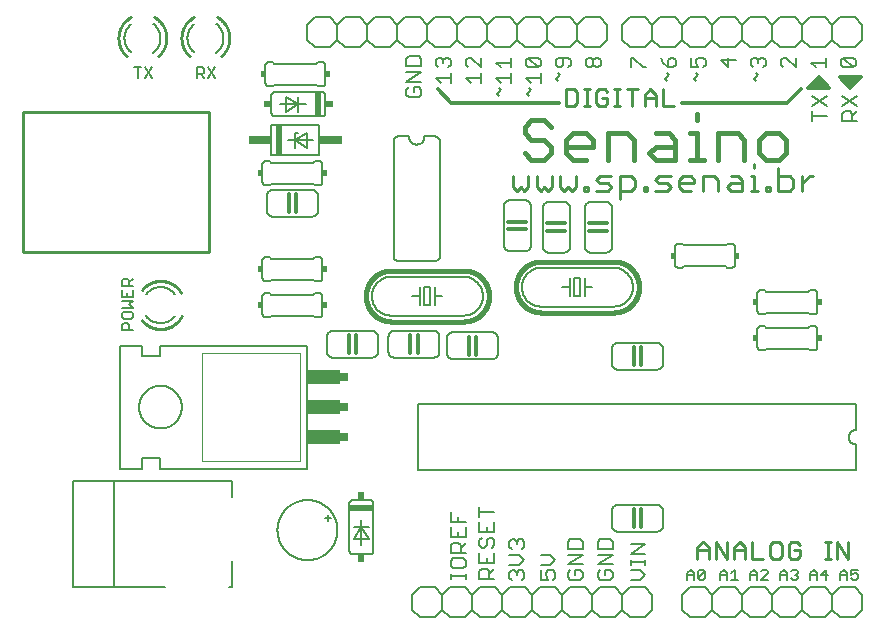
<source format=gbr>
G04 EAGLE Gerber RS-274X export*
G75*
%MOMM*%
%FSLAX34Y34*%
%LPD*%
%INSilkscreen Top*%
%IPPOS*%
%AMOC8*
5,1,8,0,0,1.08239X$1,22.5*%
G01*
%ADD10C,0.304800*%
%ADD11C,0.177800*%
%ADD12C,0.127000*%
%ADD13C,0.254000*%
%ADD14C,0.457200*%
%ADD15C,0.152400*%
%ADD16C,0.050800*%
%ADD17R,0.635000X0.762000*%
%ADD18R,2.794000X1.270000*%
%ADD19R,0.381000X0.508000*%
%ADD20C,0.406400*%
%ADD21R,0.508000X2.540000*%
%ADD22R,1.905000X0.762000*%
%ADD23R,0.508000X2.032000*%
%ADD24R,0.635000X0.508000*%
%ADD25R,2.032000X0.508000*%
%ADD26R,0.508000X0.635000*%
%ADD27C,0.203200*%


D10*
X601980Y461010D02*
X619760Y461010D01*
X610870Y469900D01*
X601980Y461010D01*
X628650Y469900D02*
X646430Y469900D01*
X637540Y461010D02*
X628650Y469900D01*
X637540Y461010D02*
X646430Y469900D01*
X610870Y467360D02*
X605790Y462280D01*
X610870Y467360D02*
X615950Y462280D01*
X608330Y462280D01*
X612140Y464820D01*
X632460Y468630D02*
X642620Y468630D01*
X637540Y463550D01*
X633730Y467360D01*
X638810Y467360D01*
X637540Y466090D02*
X637540Y464820D01*
X391160Y448310D02*
X299720Y448310D01*
X288290Y459740D01*
X495300Y448310D02*
X584200Y448310D01*
X595630Y459740D01*
D11*
X375274Y52373D02*
X375274Y44069D01*
X381503Y44069D01*
X379427Y48221D01*
X379427Y50297D01*
X381503Y52373D01*
X385655Y52373D01*
X387731Y50297D01*
X387731Y46145D01*
X385655Y44069D01*
X383579Y57166D02*
X375274Y57166D01*
X383579Y57166D02*
X387731Y61318D01*
X383579Y65471D01*
X375274Y65471D01*
D12*
X499251Y49869D02*
X499251Y43937D01*
X499251Y49869D02*
X502217Y52835D01*
X505183Y49869D01*
X505183Y43937D01*
X505183Y48386D02*
X499251Y48386D01*
X508606Y45420D02*
X508606Y51352D01*
X510089Y52835D01*
X513055Y52835D01*
X514538Y51352D01*
X514538Y45420D01*
X513055Y43937D01*
X510089Y43937D01*
X508606Y45420D01*
X514538Y51352D01*
D13*
X508000Y62230D02*
X508000Y71721D01*
X512745Y76466D01*
X517491Y71721D01*
X517491Y62230D01*
X517491Y69348D02*
X508000Y69348D01*
X523436Y62230D02*
X523436Y76466D01*
X532927Y62230D01*
X532927Y76466D01*
X538872Y71721D02*
X538872Y62230D01*
X538872Y71721D02*
X543618Y76466D01*
X548363Y71721D01*
X548363Y62230D01*
X548363Y69348D02*
X538872Y69348D01*
X554308Y76466D02*
X554308Y62230D01*
X563799Y62230D01*
X572117Y76466D02*
X576862Y76466D01*
X572117Y76466D02*
X569744Y74093D01*
X569744Y64603D01*
X572117Y62230D01*
X576862Y62230D01*
X579235Y64603D01*
X579235Y74093D01*
X576862Y76466D01*
X592298Y76466D02*
X594671Y74093D01*
X592298Y76466D02*
X587553Y76466D01*
X585180Y74093D01*
X585180Y64603D01*
X587553Y62230D01*
X592298Y62230D01*
X594671Y64603D01*
X594671Y69348D01*
X589926Y69348D01*
X616052Y62230D02*
X620798Y62230D01*
X618425Y62230D02*
X618425Y76466D01*
X616052Y76466D02*
X620798Y76466D01*
X626343Y76466D02*
X626343Y62230D01*
X635834Y62230D02*
X626343Y76466D01*
X635834Y76466D02*
X635834Y62230D01*
X396604Y445412D02*
X396604Y459648D01*
X396604Y445412D02*
X403722Y445412D01*
X406095Y447785D01*
X406095Y457275D01*
X403722Y459648D01*
X396604Y459648D01*
X412040Y445412D02*
X416785Y445412D01*
X414413Y445412D02*
X414413Y459648D01*
X416785Y459648D02*
X412040Y459648D01*
X429449Y459648D02*
X431822Y457275D01*
X429449Y459648D02*
X424703Y459648D01*
X422331Y457275D01*
X422331Y447785D01*
X424703Y445412D01*
X429449Y445412D01*
X431822Y447785D01*
X431822Y452530D01*
X427076Y452530D01*
X437767Y445412D02*
X442512Y445412D01*
X440140Y445412D02*
X440140Y459648D01*
X442512Y459648D02*
X437767Y459648D01*
X452803Y459648D02*
X452803Y445412D01*
X448058Y459648D02*
X457548Y459648D01*
X463494Y454903D02*
X463494Y445412D01*
X463494Y454903D02*
X468239Y459648D01*
X472984Y454903D01*
X472984Y445412D01*
X472984Y452530D02*
X463494Y452530D01*
X478930Y459648D02*
X478930Y445412D01*
X488420Y445412D01*
D14*
X384067Y427760D02*
X378474Y433353D01*
X367289Y433353D01*
X361696Y427760D01*
X361696Y422167D01*
X367289Y416574D01*
X378474Y416574D01*
X384067Y410982D01*
X384067Y405389D01*
X378474Y399796D01*
X367289Y399796D01*
X361696Y405389D01*
X402371Y399796D02*
X413556Y399796D01*
X402371Y399796D02*
X396778Y405389D01*
X396778Y416574D01*
X402371Y422167D01*
X413556Y422167D01*
X419149Y416574D01*
X419149Y410982D01*
X396778Y410982D01*
X431860Y422167D02*
X431860Y399796D01*
X431860Y422167D02*
X448638Y422167D01*
X454231Y416574D01*
X454231Y399796D01*
X472535Y422167D02*
X483720Y422167D01*
X489313Y416574D01*
X489313Y399796D01*
X472535Y399796D01*
X466942Y405389D01*
X472535Y410982D01*
X489313Y410982D01*
X502024Y422167D02*
X507617Y422167D01*
X507617Y399796D01*
X513209Y399796D02*
X502024Y399796D01*
X507617Y433353D02*
X507617Y438945D01*
X525412Y422167D02*
X525412Y399796D01*
X525412Y422167D02*
X542190Y422167D01*
X547783Y416574D01*
X547783Y399796D01*
X566087Y399796D02*
X577272Y399796D01*
X582865Y405389D01*
X582865Y416574D01*
X577272Y422167D01*
X566087Y422167D01*
X560494Y416574D01*
X560494Y405389D01*
X566087Y399796D01*
D15*
X263410Y461312D02*
X261291Y459194D01*
X261291Y454957D01*
X263410Y452838D01*
X271884Y452838D01*
X274002Y454957D01*
X274002Y459194D01*
X271884Y461312D01*
X267647Y461312D01*
X267647Y457075D01*
X274002Y465935D02*
X261291Y465935D01*
X274002Y474409D01*
X261291Y474409D01*
X261291Y479033D02*
X274002Y479033D01*
X274002Y485388D01*
X271884Y487507D01*
X263410Y487507D01*
X261291Y485388D01*
X261291Y479033D01*
X604973Y436921D02*
X617684Y436921D01*
X604973Y432684D02*
X604973Y441158D01*
X604973Y445781D02*
X617684Y454255D01*
X617684Y445781D02*
X604973Y454255D01*
X630417Y432562D02*
X643128Y432562D01*
X630417Y432562D02*
X630417Y438917D01*
X632536Y441036D01*
X636773Y441036D01*
X638891Y438917D01*
X638891Y432562D01*
X638891Y436799D02*
X643128Y441036D01*
X643128Y454133D02*
X630417Y445659D01*
X630417Y454133D02*
X643128Y445659D01*
X335788Y45212D02*
X323077Y45212D01*
X323077Y51567D01*
X325196Y53686D01*
X329433Y53686D01*
X331551Y51567D01*
X331551Y45212D01*
X331551Y49449D02*
X335788Y53686D01*
X323077Y58309D02*
X323077Y66783D01*
X323077Y58309D02*
X335788Y58309D01*
X335788Y66783D01*
X329433Y62546D02*
X329433Y58309D01*
X323077Y77762D02*
X325196Y79880D01*
X323077Y77762D02*
X323077Y73525D01*
X325196Y71407D01*
X327314Y71407D01*
X329433Y73525D01*
X329433Y77762D01*
X331551Y79880D01*
X333670Y79880D01*
X335788Y77762D01*
X335788Y73525D01*
X333670Y71407D01*
X323077Y84504D02*
X323077Y92978D01*
X323077Y84504D02*
X335788Y84504D01*
X335788Y92978D01*
X329433Y88741D02*
X329433Y84504D01*
X335788Y101838D02*
X323077Y101838D01*
X323077Y97601D02*
X323077Y106075D01*
X348477Y46060D02*
X350596Y43942D01*
X348477Y46060D02*
X348477Y50297D01*
X350596Y52416D01*
X352714Y52416D01*
X354833Y50297D01*
X354833Y48179D01*
X354833Y50297D02*
X356951Y52416D01*
X359070Y52416D01*
X361188Y50297D01*
X361188Y46060D01*
X359070Y43942D01*
X356951Y57039D02*
X348477Y57039D01*
X356951Y57039D02*
X361188Y61276D01*
X356951Y65513D01*
X348477Y65513D01*
X350596Y70137D02*
X348477Y72255D01*
X348477Y76492D01*
X350596Y78610D01*
X352714Y78610D01*
X354833Y76492D01*
X354833Y74373D01*
X354833Y76492D02*
X356951Y78610D01*
X359070Y78610D01*
X361188Y76492D01*
X361188Y72255D01*
X359070Y70137D01*
D12*
X527191Y49869D02*
X527191Y43937D01*
X527191Y49869D02*
X530157Y52835D01*
X533123Y49869D01*
X533123Y43937D01*
X533123Y48386D02*
X527191Y48386D01*
X536546Y49869D02*
X539512Y52835D01*
X539512Y43937D01*
X536546Y43937D02*
X542478Y43937D01*
X552591Y43937D02*
X552591Y49869D01*
X555557Y52835D01*
X558523Y49869D01*
X558523Y43937D01*
X558523Y48386D02*
X552591Y48386D01*
X561946Y43937D02*
X567878Y43937D01*
X561946Y43937D02*
X567878Y49869D01*
X567878Y51352D01*
X566395Y52835D01*
X563429Y52835D01*
X561946Y51352D01*
X577991Y49869D02*
X577991Y43937D01*
X577991Y49869D02*
X580957Y52835D01*
X583923Y49869D01*
X583923Y43937D01*
X583923Y48386D02*
X577991Y48386D01*
X587346Y51352D02*
X588829Y52835D01*
X591795Y52835D01*
X593278Y51352D01*
X593278Y49869D01*
X591795Y48386D01*
X590312Y48386D01*
X591795Y48386D02*
X593278Y46903D01*
X593278Y45420D01*
X591795Y43937D01*
X588829Y43937D01*
X587346Y45420D01*
X603391Y43937D02*
X603391Y49869D01*
X606357Y52835D01*
X609323Y49869D01*
X609323Y43937D01*
X609323Y48386D02*
X603391Y48386D01*
X617195Y43937D02*
X617195Y52835D01*
X612746Y48386D01*
X618678Y48386D01*
X628791Y49869D02*
X628791Y43937D01*
X628791Y49869D02*
X631757Y52835D01*
X634723Y49869D01*
X634723Y43937D01*
X634723Y48386D02*
X628791Y48386D01*
X638146Y52835D02*
X644078Y52835D01*
X638146Y52835D02*
X638146Y48386D01*
X641112Y49869D01*
X642595Y49869D01*
X644078Y48386D01*
X644078Y45420D01*
X642595Y43937D01*
X639629Y43937D01*
X638146Y45420D01*
D11*
X459779Y44069D02*
X451474Y44069D01*
X459779Y44069D02*
X463931Y48221D01*
X459779Y52373D01*
X451474Y52373D01*
X463931Y57166D02*
X463931Y61318D01*
X463931Y59242D02*
X451474Y59242D01*
X451474Y57166D02*
X451474Y61318D01*
X451474Y65898D02*
X463931Y65898D01*
X463931Y74202D02*
X451474Y65898D01*
X451474Y74202D02*
X463931Y74202D01*
X400342Y52457D02*
X398266Y50381D01*
X398266Y46229D01*
X400342Y44153D01*
X408647Y44153D01*
X410723Y46229D01*
X410723Y50381D01*
X408647Y52457D01*
X404495Y52457D01*
X404495Y48305D01*
X410723Y57250D02*
X398266Y57250D01*
X410723Y65555D01*
X398266Y65555D01*
X398266Y70348D02*
X410723Y70348D01*
X410723Y76576D01*
X408647Y78652D01*
X400342Y78652D01*
X398266Y76576D01*
X398266Y70348D01*
X290781Y464914D02*
X286628Y469067D01*
X299085Y469067D01*
X299085Y473219D02*
X299085Y464914D01*
X288704Y478012D02*
X286628Y480088D01*
X286628Y484240D01*
X288704Y486316D01*
X290781Y486316D01*
X292857Y484240D01*
X292857Y482164D01*
X292857Y484240D02*
X294933Y486316D01*
X297009Y486316D01*
X299085Y484240D01*
X299085Y480088D01*
X297009Y478012D01*
X312028Y469067D02*
X316181Y464914D01*
X312028Y469067D02*
X324485Y469067D01*
X324485Y473219D02*
X324485Y464914D01*
X324485Y478012D02*
X324485Y486316D01*
X324485Y478012D02*
X316181Y486316D01*
X314104Y486316D01*
X312028Y484240D01*
X312028Y480088D01*
X314104Y478012D01*
X337428Y469067D02*
X341581Y464914D01*
X337428Y469067D02*
X349885Y469067D01*
X349885Y473219D02*
X349885Y464914D01*
X341581Y478012D02*
X337428Y482164D01*
X349885Y482164D01*
X349885Y478012D02*
X349885Y486316D01*
X362828Y469067D02*
X366981Y464914D01*
X362828Y469067D02*
X375285Y469067D01*
X375285Y473219D02*
X375285Y464914D01*
X373209Y478012D02*
X364904Y478012D01*
X362828Y480088D01*
X362828Y484240D01*
X364904Y486316D01*
X373209Y486316D01*
X375285Y484240D01*
X375285Y480088D01*
X373209Y478012D01*
X364904Y486316D01*
X398609Y478012D02*
X400685Y480088D01*
X400685Y484240D01*
X398609Y486316D01*
X390304Y486316D01*
X388228Y484240D01*
X388228Y480088D01*
X390304Y478012D01*
X392381Y478012D01*
X394457Y480088D01*
X394457Y486316D01*
X413628Y480088D02*
X415704Y478012D01*
X413628Y480088D02*
X413628Y484240D01*
X415704Y486316D01*
X417781Y486316D01*
X419857Y484240D01*
X421933Y486316D01*
X424009Y486316D01*
X426085Y484240D01*
X426085Y480088D01*
X424009Y478012D01*
X421933Y478012D01*
X419857Y480088D01*
X417781Y478012D01*
X415704Y478012D01*
X419857Y480088D02*
X419857Y484240D01*
X451728Y486316D02*
X451728Y478012D01*
X451728Y486316D02*
X453804Y486316D01*
X462109Y478012D01*
X464185Y478012D01*
X477128Y486316D02*
X479204Y482164D01*
X483357Y478012D01*
X487509Y478012D01*
X489585Y480088D01*
X489585Y484240D01*
X487509Y486316D01*
X485433Y486316D01*
X483357Y484240D01*
X483357Y478012D01*
X502528Y478012D02*
X502528Y486316D01*
X502528Y478012D02*
X508757Y478012D01*
X506681Y482164D01*
X506681Y484240D01*
X508757Y486316D01*
X512909Y486316D01*
X514985Y484240D01*
X514985Y480088D01*
X512909Y478012D01*
X527928Y484240D02*
X540385Y484240D01*
X534157Y478012D02*
X527928Y484240D01*
X534157Y486316D02*
X534157Y478012D01*
X553328Y480088D02*
X555404Y478012D01*
X553328Y480088D02*
X553328Y484240D01*
X555404Y486316D01*
X557481Y486316D01*
X559557Y484240D01*
X559557Y482164D01*
X559557Y484240D02*
X561633Y486316D01*
X563709Y486316D01*
X565785Y484240D01*
X565785Y480088D01*
X563709Y478012D01*
X591185Y478012D02*
X591185Y486316D01*
X591185Y478012D02*
X582881Y486316D01*
X580804Y486316D01*
X578728Y484240D01*
X578728Y480088D01*
X580804Y478012D01*
X604128Y482164D02*
X608281Y478012D01*
X604128Y482164D02*
X616585Y482164D01*
X616585Y478012D02*
X616585Y486316D01*
X631604Y478012D02*
X639909Y478012D01*
X631604Y478012D02*
X629528Y480088D01*
X629528Y484240D01*
X631604Y486316D01*
X639909Y486316D01*
X641985Y484240D01*
X641985Y480088D01*
X639909Y478012D01*
X631604Y486316D01*
D15*
X340098Y454152D02*
X338488Y455762D01*
X341708Y458982D01*
X340098Y460592D01*
X363888Y455762D02*
X365498Y454152D01*
X363888Y455762D02*
X367108Y458982D01*
X365498Y460592D01*
X504858Y468462D02*
X506468Y466852D01*
X504858Y468462D02*
X508078Y471682D01*
X506468Y473292D01*
X555658Y468462D02*
X557268Y466852D01*
X555658Y468462D02*
X558878Y471682D01*
X557268Y473292D01*
X482338Y466852D02*
X480728Y468462D01*
X483948Y471682D01*
X482338Y473292D01*
X389628Y466852D02*
X388018Y468462D01*
X391238Y471682D01*
X389628Y473292D01*
D13*
X351790Y386260D02*
X351790Y376600D01*
X355010Y373380D01*
X358230Y376600D01*
X361450Y373380D01*
X364670Y376600D01*
X364670Y386260D01*
X371904Y386260D02*
X371904Y376600D01*
X375124Y373380D01*
X378344Y376600D01*
X381564Y373380D01*
X384784Y376600D01*
X384784Y386260D01*
X392017Y386260D02*
X392017Y376600D01*
X395237Y373380D01*
X398457Y376600D01*
X401678Y373380D01*
X404898Y376600D01*
X404898Y386260D01*
X412131Y376600D02*
X412131Y373380D01*
X412131Y376600D02*
X415351Y376600D01*
X415351Y373380D01*
X412131Y373380D01*
X422188Y373380D02*
X431848Y373380D01*
X435068Y376600D01*
X431848Y379820D01*
X425408Y379820D01*
X422188Y383040D01*
X425408Y386260D01*
X435068Y386260D01*
X442301Y386260D02*
X442301Y366940D01*
X442301Y386260D02*
X451962Y386260D01*
X455182Y383040D01*
X455182Y376600D01*
X451962Y373380D01*
X442301Y373380D01*
X462415Y373380D02*
X462415Y376600D01*
X465635Y376600D01*
X465635Y373380D01*
X462415Y373380D01*
X472472Y373380D02*
X482132Y373380D01*
X485352Y376600D01*
X482132Y379820D01*
X475692Y379820D01*
X472472Y383040D01*
X475692Y386260D01*
X485352Y386260D01*
X495806Y373380D02*
X502246Y373380D01*
X495806Y373380D02*
X492586Y376600D01*
X492586Y383040D01*
X495806Y386260D01*
X502246Y386260D01*
X505466Y383040D01*
X505466Y379820D01*
X492586Y379820D01*
X512699Y373380D02*
X512699Y386260D01*
X522359Y386260D01*
X525580Y383040D01*
X525580Y373380D01*
X536033Y386260D02*
X542473Y386260D01*
X545693Y383040D01*
X545693Y373380D01*
X536033Y373380D01*
X532813Y376600D01*
X536033Y379820D01*
X545693Y379820D01*
X552927Y386260D02*
X556147Y386260D01*
X556147Y373380D01*
X552927Y373380D02*
X559367Y373380D01*
X556147Y392701D02*
X556147Y395921D01*
X566336Y376600D02*
X566336Y373380D01*
X566336Y376600D02*
X569556Y376600D01*
X569556Y373380D01*
X566336Y373380D01*
X576392Y373380D02*
X576392Y392701D01*
X576392Y373380D02*
X586053Y373380D01*
X589273Y376600D01*
X589273Y383040D01*
X586053Y386260D01*
X576392Y386260D01*
X596506Y386260D02*
X596506Y373380D01*
X596506Y379820D02*
X602946Y386260D01*
X606166Y386260D01*
D15*
X311658Y49449D02*
X311658Y45212D01*
X311658Y47330D02*
X298947Y47330D01*
X298947Y45212D02*
X298947Y49449D01*
X298947Y56062D02*
X298947Y60299D01*
X298947Y56062D02*
X301066Y53944D01*
X309540Y53944D01*
X311658Y56062D01*
X311658Y60299D01*
X309540Y62417D01*
X301066Y62417D01*
X298947Y60299D01*
X298947Y67041D02*
X311658Y67041D01*
X298947Y67041D02*
X298947Y73396D01*
X301066Y75515D01*
X305303Y75515D01*
X307421Y73396D01*
X307421Y67041D01*
X307421Y71278D02*
X311658Y75515D01*
X298947Y80138D02*
X298947Y88612D01*
X298947Y80138D02*
X311658Y80138D01*
X311658Y88612D01*
X305303Y84375D02*
X305303Y80138D01*
X311658Y93235D02*
X298947Y93235D01*
X298947Y101709D01*
X305303Y97472D02*
X305303Y93235D01*
D12*
X34081Y469265D02*
X34081Y478163D01*
X31115Y478163D02*
X37047Y478163D01*
X40470Y478163D02*
X46402Y469265D01*
X40470Y469265D02*
X46402Y478163D01*
X84455Y478163D02*
X84455Y469265D01*
X84455Y478163D02*
X88904Y478163D01*
X90387Y476680D01*
X90387Y473714D01*
X88904Y472231D01*
X84455Y472231D01*
X87421Y472231D02*
X90387Y469265D01*
X99742Y469265D02*
X93810Y478163D01*
X99742Y478163D02*
X93810Y469265D01*
X29845Y255905D02*
X20947Y255905D01*
X20947Y260354D01*
X22430Y261837D01*
X25396Y261837D01*
X26879Y260354D01*
X26879Y255905D01*
X20947Y266743D02*
X20947Y269709D01*
X20947Y266743D02*
X22430Y265260D01*
X28362Y265260D01*
X29845Y266743D01*
X29845Y269709D01*
X28362Y271192D01*
X22430Y271192D01*
X20947Y269709D01*
X20947Y274615D02*
X29845Y274615D01*
X26879Y277581D01*
X29845Y280547D01*
X20947Y280547D01*
X20947Y283971D02*
X20947Y289902D01*
X20947Y283971D02*
X29845Y283971D01*
X29845Y289902D01*
X25396Y286936D02*
X25396Y283971D01*
X29845Y293326D02*
X20947Y293326D01*
X20947Y297775D01*
X22430Y299257D01*
X25396Y299257D01*
X26879Y297775D01*
X26879Y293326D01*
X26879Y296292D02*
X29845Y299257D01*
D11*
X423666Y50381D02*
X425742Y52457D01*
X423666Y50381D02*
X423666Y46229D01*
X425742Y44153D01*
X434047Y44153D01*
X436123Y46229D01*
X436123Y50381D01*
X434047Y52457D01*
X429895Y52457D01*
X429895Y48305D01*
X436123Y57250D02*
X423666Y57250D01*
X436123Y65555D01*
X423666Y65555D01*
X423666Y70348D02*
X436123Y70348D01*
X436123Y76576D01*
X434047Y78652D01*
X425742Y78652D01*
X423666Y76576D01*
X423666Y70348D01*
D15*
X642620Y171450D02*
X642620Y193040D01*
X642620Y171450D02*
X642462Y171448D01*
X642303Y171442D01*
X642145Y171432D01*
X641988Y171418D01*
X641830Y171401D01*
X641674Y171379D01*
X641517Y171354D01*
X641362Y171324D01*
X641207Y171291D01*
X641053Y171254D01*
X640900Y171213D01*
X640748Y171168D01*
X640598Y171119D01*
X640448Y171067D01*
X640300Y171011D01*
X640153Y170951D01*
X640008Y170888D01*
X639865Y170821D01*
X639723Y170751D01*
X639583Y170677D01*
X639445Y170599D01*
X639309Y170518D01*
X639175Y170434D01*
X639043Y170347D01*
X638913Y170256D01*
X638786Y170162D01*
X638661Y170065D01*
X638538Y169964D01*
X638418Y169861D01*
X638301Y169755D01*
X638186Y169646D01*
X638074Y169534D01*
X637965Y169419D01*
X637859Y169302D01*
X637756Y169182D01*
X637655Y169059D01*
X637558Y168934D01*
X637464Y168807D01*
X637373Y168677D01*
X637286Y168545D01*
X637202Y168411D01*
X637121Y168275D01*
X637043Y168137D01*
X636969Y167997D01*
X636899Y167855D01*
X636832Y167712D01*
X636769Y167567D01*
X636709Y167420D01*
X636653Y167272D01*
X636601Y167122D01*
X636552Y166972D01*
X636507Y166820D01*
X636466Y166667D01*
X636429Y166513D01*
X636396Y166358D01*
X636366Y166203D01*
X636341Y166046D01*
X636319Y165890D01*
X636302Y165732D01*
X636288Y165575D01*
X636278Y165417D01*
X636272Y165258D01*
X636270Y165100D01*
X636272Y164942D01*
X636278Y164783D01*
X636288Y164625D01*
X636302Y164468D01*
X636319Y164310D01*
X636341Y164154D01*
X636366Y163997D01*
X636396Y163842D01*
X636429Y163687D01*
X636466Y163533D01*
X636507Y163380D01*
X636552Y163228D01*
X636601Y163078D01*
X636653Y162928D01*
X636709Y162780D01*
X636769Y162633D01*
X636832Y162488D01*
X636899Y162345D01*
X636969Y162203D01*
X637043Y162063D01*
X637121Y161925D01*
X637202Y161789D01*
X637286Y161655D01*
X637373Y161523D01*
X637464Y161393D01*
X637558Y161266D01*
X637655Y161141D01*
X637756Y161018D01*
X637859Y160898D01*
X637965Y160781D01*
X638074Y160666D01*
X638186Y160554D01*
X638301Y160445D01*
X638418Y160339D01*
X638538Y160236D01*
X638661Y160135D01*
X638786Y160038D01*
X638913Y159944D01*
X639043Y159853D01*
X639175Y159766D01*
X639309Y159682D01*
X639445Y159601D01*
X639583Y159523D01*
X639723Y159449D01*
X639865Y159379D01*
X640008Y159312D01*
X640153Y159249D01*
X640300Y159189D01*
X640448Y159133D01*
X640598Y159081D01*
X640748Y159032D01*
X640900Y158987D01*
X641053Y158946D01*
X641207Y158909D01*
X641362Y158876D01*
X641517Y158846D01*
X641674Y158821D01*
X641830Y158799D01*
X641988Y158782D01*
X642145Y158768D01*
X642303Y158758D01*
X642462Y158752D01*
X642620Y158750D01*
X642620Y193040D02*
X271780Y193040D01*
X642620Y158750D02*
X642620Y137160D01*
X271780Y137160D01*
X271780Y193040D01*
X177800Y242570D02*
X177800Y138430D01*
X19050Y138430D02*
X19050Y242570D01*
X53340Y242570D02*
X177800Y242570D01*
X53340Y242570D02*
X53340Y233680D01*
X38100Y233680D01*
X38100Y242570D01*
X19050Y242570D01*
X53340Y138430D02*
X177800Y138430D01*
X53340Y138430D02*
X53340Y147320D01*
X38100Y147320D01*
X38100Y138430D01*
X19050Y138430D01*
D16*
X171450Y144780D02*
X171450Y236220D01*
X88900Y236220D01*
X88900Y144780D01*
X171450Y144780D01*
D15*
X35306Y190500D02*
X35311Y190943D01*
X35328Y191385D01*
X35355Y191827D01*
X35393Y192268D01*
X35442Y192708D01*
X35501Y193146D01*
X35572Y193583D01*
X35653Y194018D01*
X35744Y194451D01*
X35846Y194882D01*
X35959Y195310D01*
X36083Y195735D01*
X36216Y196157D01*
X36360Y196575D01*
X36514Y196990D01*
X36679Y197401D01*
X36853Y197808D01*
X37037Y198211D01*
X37232Y198608D01*
X37435Y199001D01*
X37649Y199389D01*
X37872Y199771D01*
X38104Y200148D01*
X38345Y200519D01*
X38596Y200884D01*
X38855Y201243D01*
X39123Y201595D01*
X39400Y201941D01*
X39684Y202279D01*
X39978Y202611D01*
X40279Y202935D01*
X40588Y203252D01*
X40905Y203561D01*
X41229Y203862D01*
X41561Y204156D01*
X41899Y204440D01*
X42245Y204717D01*
X42597Y204985D01*
X42956Y205244D01*
X43321Y205495D01*
X43692Y205736D01*
X44069Y205968D01*
X44451Y206191D01*
X44839Y206405D01*
X45232Y206608D01*
X45629Y206803D01*
X46032Y206987D01*
X46439Y207161D01*
X46850Y207326D01*
X47265Y207480D01*
X47683Y207624D01*
X48105Y207757D01*
X48530Y207881D01*
X48958Y207994D01*
X49389Y208096D01*
X49822Y208187D01*
X50257Y208268D01*
X50694Y208339D01*
X51132Y208398D01*
X51572Y208447D01*
X52013Y208485D01*
X52455Y208512D01*
X52897Y208529D01*
X53340Y208534D01*
X53783Y208529D01*
X54225Y208512D01*
X54667Y208485D01*
X55108Y208447D01*
X55548Y208398D01*
X55986Y208339D01*
X56423Y208268D01*
X56858Y208187D01*
X57291Y208096D01*
X57722Y207994D01*
X58150Y207881D01*
X58575Y207757D01*
X58997Y207624D01*
X59415Y207480D01*
X59830Y207326D01*
X60241Y207161D01*
X60648Y206987D01*
X61051Y206803D01*
X61448Y206608D01*
X61841Y206405D01*
X62229Y206191D01*
X62611Y205968D01*
X62988Y205736D01*
X63359Y205495D01*
X63724Y205244D01*
X64083Y204985D01*
X64435Y204717D01*
X64781Y204440D01*
X65119Y204156D01*
X65451Y203862D01*
X65775Y203561D01*
X66092Y203252D01*
X66401Y202935D01*
X66702Y202611D01*
X66996Y202279D01*
X67280Y201941D01*
X67557Y201595D01*
X67825Y201243D01*
X68084Y200884D01*
X68335Y200519D01*
X68576Y200148D01*
X68808Y199771D01*
X69031Y199389D01*
X69245Y199001D01*
X69448Y198608D01*
X69643Y198211D01*
X69827Y197808D01*
X70001Y197401D01*
X70166Y196990D01*
X70320Y196575D01*
X70464Y196157D01*
X70597Y195735D01*
X70721Y195310D01*
X70834Y194882D01*
X70936Y194451D01*
X71027Y194018D01*
X71108Y193583D01*
X71179Y193146D01*
X71238Y192708D01*
X71287Y192268D01*
X71325Y191827D01*
X71352Y191385D01*
X71369Y190943D01*
X71374Y190500D01*
X71369Y190057D01*
X71352Y189615D01*
X71325Y189173D01*
X71287Y188732D01*
X71238Y188292D01*
X71179Y187854D01*
X71108Y187417D01*
X71027Y186982D01*
X70936Y186549D01*
X70834Y186118D01*
X70721Y185690D01*
X70597Y185265D01*
X70464Y184843D01*
X70320Y184425D01*
X70166Y184010D01*
X70001Y183599D01*
X69827Y183192D01*
X69643Y182789D01*
X69448Y182392D01*
X69245Y181999D01*
X69031Y181611D01*
X68808Y181229D01*
X68576Y180852D01*
X68335Y180481D01*
X68084Y180116D01*
X67825Y179757D01*
X67557Y179405D01*
X67280Y179059D01*
X66996Y178721D01*
X66702Y178389D01*
X66401Y178065D01*
X66092Y177748D01*
X65775Y177439D01*
X65451Y177138D01*
X65119Y176844D01*
X64781Y176560D01*
X64435Y176283D01*
X64083Y176015D01*
X63724Y175756D01*
X63359Y175505D01*
X62988Y175264D01*
X62611Y175032D01*
X62229Y174809D01*
X61841Y174595D01*
X61448Y174392D01*
X61051Y174197D01*
X60648Y174013D01*
X60241Y173839D01*
X59830Y173674D01*
X59415Y173520D01*
X58997Y173376D01*
X58575Y173243D01*
X58150Y173119D01*
X57722Y173006D01*
X57291Y172904D01*
X56858Y172813D01*
X56423Y172732D01*
X55986Y172661D01*
X55548Y172602D01*
X55108Y172553D01*
X54667Y172515D01*
X54225Y172488D01*
X53783Y172471D01*
X53340Y172466D01*
X52897Y172471D01*
X52455Y172488D01*
X52013Y172515D01*
X51572Y172553D01*
X51132Y172602D01*
X50694Y172661D01*
X50257Y172732D01*
X49822Y172813D01*
X49389Y172904D01*
X48958Y173006D01*
X48530Y173119D01*
X48105Y173243D01*
X47683Y173376D01*
X47265Y173520D01*
X46850Y173674D01*
X46439Y173839D01*
X46032Y174013D01*
X45629Y174197D01*
X45232Y174392D01*
X44839Y174595D01*
X44451Y174809D01*
X44069Y175032D01*
X43692Y175264D01*
X43321Y175505D01*
X42956Y175756D01*
X42597Y176015D01*
X42245Y176283D01*
X41899Y176560D01*
X41561Y176844D01*
X41229Y177138D01*
X40905Y177439D01*
X40588Y177748D01*
X40279Y178065D01*
X39978Y178389D01*
X39684Y178721D01*
X39400Y179059D01*
X39123Y179405D01*
X38855Y179757D01*
X38596Y180116D01*
X38345Y180481D01*
X38104Y180852D01*
X37872Y181229D01*
X37649Y181611D01*
X37435Y181999D01*
X37232Y182392D01*
X37037Y182789D01*
X36853Y183192D01*
X36679Y183599D01*
X36514Y184010D01*
X36360Y184425D01*
X36216Y184843D01*
X36083Y185265D01*
X35959Y185690D01*
X35846Y186118D01*
X35744Y186549D01*
X35653Y186982D01*
X35572Y187417D01*
X35501Y187854D01*
X35442Y188292D01*
X35393Y188732D01*
X35355Y189173D01*
X35328Y189615D01*
X35311Y190057D01*
X35306Y190500D01*
D17*
X208915Y215900D03*
X208915Y190500D03*
X208915Y165100D03*
D18*
X191770Y165100D03*
X191770Y190500D03*
X191770Y215900D03*
D15*
X194310Y237490D02*
X194310Y250190D01*
X194312Y250330D01*
X194318Y250470D01*
X194327Y250610D01*
X194341Y250749D01*
X194358Y250888D01*
X194379Y251026D01*
X194404Y251164D01*
X194433Y251301D01*
X194465Y251437D01*
X194502Y251572D01*
X194542Y251706D01*
X194585Y251839D01*
X194633Y251971D01*
X194683Y252102D01*
X194738Y252231D01*
X194796Y252358D01*
X194857Y252484D01*
X194922Y252608D01*
X194991Y252730D01*
X195062Y252850D01*
X195137Y252968D01*
X195215Y253085D01*
X195297Y253199D01*
X195381Y253310D01*
X195469Y253419D01*
X195559Y253526D01*
X195653Y253631D01*
X195749Y253732D01*
X195848Y253831D01*
X195949Y253927D01*
X196054Y254021D01*
X196161Y254111D01*
X196270Y254199D01*
X196381Y254283D01*
X196495Y254365D01*
X196612Y254443D01*
X196730Y254518D01*
X196850Y254589D01*
X196972Y254658D01*
X197096Y254723D01*
X197222Y254784D01*
X197349Y254842D01*
X197478Y254897D01*
X197609Y254947D01*
X197741Y254995D01*
X197874Y255038D01*
X198008Y255078D01*
X198143Y255115D01*
X198279Y255147D01*
X198416Y255176D01*
X198554Y255201D01*
X198692Y255222D01*
X198831Y255239D01*
X198970Y255253D01*
X199110Y255262D01*
X199250Y255268D01*
X199390Y255270D01*
X194310Y237490D02*
X194312Y237350D01*
X194318Y237210D01*
X194327Y237070D01*
X194341Y236931D01*
X194358Y236792D01*
X194379Y236654D01*
X194404Y236516D01*
X194433Y236379D01*
X194465Y236243D01*
X194502Y236108D01*
X194542Y235974D01*
X194585Y235841D01*
X194633Y235709D01*
X194683Y235578D01*
X194738Y235449D01*
X194796Y235322D01*
X194857Y235196D01*
X194922Y235072D01*
X194991Y234950D01*
X195062Y234830D01*
X195137Y234712D01*
X195215Y234595D01*
X195297Y234481D01*
X195381Y234370D01*
X195469Y234261D01*
X195559Y234154D01*
X195653Y234049D01*
X195749Y233948D01*
X195848Y233849D01*
X195949Y233753D01*
X196054Y233659D01*
X196161Y233569D01*
X196270Y233481D01*
X196381Y233397D01*
X196495Y233315D01*
X196612Y233237D01*
X196730Y233162D01*
X196850Y233091D01*
X196972Y233022D01*
X197096Y232957D01*
X197222Y232896D01*
X197349Y232838D01*
X197478Y232783D01*
X197609Y232733D01*
X197741Y232685D01*
X197874Y232642D01*
X198008Y232602D01*
X198143Y232565D01*
X198279Y232533D01*
X198416Y232504D01*
X198554Y232479D01*
X198692Y232458D01*
X198831Y232441D01*
X198970Y232427D01*
X199110Y232418D01*
X199250Y232412D01*
X199390Y232410D01*
X199390Y255270D02*
X232410Y255270D01*
X237490Y250190D02*
X237490Y237490D01*
X232410Y232410D02*
X199390Y232410D01*
X232410Y255270D02*
X232550Y255268D01*
X232690Y255262D01*
X232830Y255253D01*
X232969Y255239D01*
X233108Y255222D01*
X233246Y255201D01*
X233384Y255176D01*
X233521Y255147D01*
X233657Y255115D01*
X233792Y255078D01*
X233926Y255038D01*
X234059Y254995D01*
X234191Y254947D01*
X234322Y254897D01*
X234451Y254842D01*
X234578Y254784D01*
X234704Y254723D01*
X234828Y254658D01*
X234950Y254589D01*
X235070Y254518D01*
X235188Y254443D01*
X235305Y254365D01*
X235419Y254283D01*
X235530Y254199D01*
X235639Y254111D01*
X235746Y254021D01*
X235851Y253927D01*
X235952Y253831D01*
X236051Y253732D01*
X236147Y253631D01*
X236241Y253526D01*
X236331Y253419D01*
X236419Y253310D01*
X236503Y253199D01*
X236585Y253085D01*
X236663Y252968D01*
X236738Y252850D01*
X236809Y252730D01*
X236878Y252608D01*
X236943Y252484D01*
X237004Y252358D01*
X237062Y252231D01*
X237117Y252102D01*
X237167Y251971D01*
X237215Y251839D01*
X237258Y251706D01*
X237298Y251572D01*
X237335Y251437D01*
X237367Y251301D01*
X237396Y251164D01*
X237421Y251026D01*
X237442Y250888D01*
X237459Y250749D01*
X237473Y250610D01*
X237482Y250470D01*
X237488Y250330D01*
X237490Y250190D01*
X237490Y237490D02*
X237488Y237350D01*
X237482Y237210D01*
X237473Y237070D01*
X237459Y236931D01*
X237442Y236792D01*
X237421Y236654D01*
X237396Y236516D01*
X237367Y236379D01*
X237335Y236243D01*
X237298Y236108D01*
X237258Y235974D01*
X237215Y235841D01*
X237167Y235709D01*
X237117Y235578D01*
X237062Y235449D01*
X237004Y235322D01*
X236943Y235196D01*
X236878Y235072D01*
X236809Y234950D01*
X236738Y234830D01*
X236663Y234712D01*
X236585Y234595D01*
X236503Y234481D01*
X236419Y234370D01*
X236331Y234261D01*
X236241Y234154D01*
X236147Y234049D01*
X236051Y233948D01*
X235952Y233849D01*
X235851Y233753D01*
X235746Y233659D01*
X235639Y233569D01*
X235530Y233481D01*
X235419Y233397D01*
X235305Y233315D01*
X235188Y233237D01*
X235070Y233162D01*
X234950Y233091D01*
X234828Y233022D01*
X234704Y232957D01*
X234578Y232896D01*
X234451Y232838D01*
X234322Y232783D01*
X234191Y232733D01*
X234059Y232685D01*
X233926Y232642D01*
X233792Y232602D01*
X233657Y232565D01*
X233521Y232533D01*
X233384Y232504D01*
X233246Y232479D01*
X233108Y232458D01*
X232969Y232441D01*
X232830Y232427D01*
X232690Y232418D01*
X232550Y232412D01*
X232410Y232410D01*
D10*
X212852Y236220D02*
X212852Y251460D01*
X219202Y251460D02*
X219202Y236220D01*
D15*
X435610Y102870D02*
X435610Y90170D01*
X435610Y102870D02*
X435612Y103010D01*
X435618Y103150D01*
X435627Y103290D01*
X435641Y103429D01*
X435658Y103568D01*
X435679Y103706D01*
X435704Y103844D01*
X435733Y103981D01*
X435765Y104117D01*
X435802Y104252D01*
X435842Y104386D01*
X435885Y104519D01*
X435933Y104651D01*
X435983Y104782D01*
X436038Y104911D01*
X436096Y105038D01*
X436157Y105164D01*
X436222Y105288D01*
X436291Y105410D01*
X436362Y105530D01*
X436437Y105648D01*
X436515Y105765D01*
X436597Y105879D01*
X436681Y105990D01*
X436769Y106099D01*
X436859Y106206D01*
X436953Y106311D01*
X437049Y106412D01*
X437148Y106511D01*
X437249Y106607D01*
X437354Y106701D01*
X437461Y106791D01*
X437570Y106879D01*
X437681Y106963D01*
X437795Y107045D01*
X437912Y107123D01*
X438030Y107198D01*
X438150Y107269D01*
X438272Y107338D01*
X438396Y107403D01*
X438522Y107464D01*
X438649Y107522D01*
X438778Y107577D01*
X438909Y107627D01*
X439041Y107675D01*
X439174Y107718D01*
X439308Y107758D01*
X439443Y107795D01*
X439579Y107827D01*
X439716Y107856D01*
X439854Y107881D01*
X439992Y107902D01*
X440131Y107919D01*
X440270Y107933D01*
X440410Y107942D01*
X440550Y107948D01*
X440690Y107950D01*
X435610Y90170D02*
X435612Y90030D01*
X435618Y89890D01*
X435627Y89750D01*
X435641Y89611D01*
X435658Y89472D01*
X435679Y89334D01*
X435704Y89196D01*
X435733Y89059D01*
X435765Y88923D01*
X435802Y88788D01*
X435842Y88654D01*
X435885Y88521D01*
X435933Y88389D01*
X435983Y88258D01*
X436038Y88129D01*
X436096Y88002D01*
X436157Y87876D01*
X436222Y87752D01*
X436291Y87630D01*
X436362Y87510D01*
X436437Y87392D01*
X436515Y87275D01*
X436597Y87161D01*
X436681Y87050D01*
X436769Y86941D01*
X436859Y86834D01*
X436953Y86729D01*
X437049Y86628D01*
X437148Y86529D01*
X437249Y86433D01*
X437354Y86339D01*
X437461Y86249D01*
X437570Y86161D01*
X437681Y86077D01*
X437795Y85995D01*
X437912Y85917D01*
X438030Y85842D01*
X438150Y85771D01*
X438272Y85702D01*
X438396Y85637D01*
X438522Y85576D01*
X438649Y85518D01*
X438778Y85463D01*
X438909Y85413D01*
X439041Y85365D01*
X439174Y85322D01*
X439308Y85282D01*
X439443Y85245D01*
X439579Y85213D01*
X439716Y85184D01*
X439854Y85159D01*
X439992Y85138D01*
X440131Y85121D01*
X440270Y85107D01*
X440410Y85098D01*
X440550Y85092D01*
X440690Y85090D01*
X440690Y107950D02*
X473710Y107950D01*
X478790Y102870D02*
X478790Y90170D01*
X473710Y85090D02*
X440690Y85090D01*
X473710Y107950D02*
X473850Y107948D01*
X473990Y107942D01*
X474130Y107933D01*
X474269Y107919D01*
X474408Y107902D01*
X474546Y107881D01*
X474684Y107856D01*
X474821Y107827D01*
X474957Y107795D01*
X475092Y107758D01*
X475226Y107718D01*
X475359Y107675D01*
X475491Y107627D01*
X475622Y107577D01*
X475751Y107522D01*
X475878Y107464D01*
X476004Y107403D01*
X476128Y107338D01*
X476250Y107269D01*
X476370Y107198D01*
X476488Y107123D01*
X476605Y107045D01*
X476719Y106963D01*
X476830Y106879D01*
X476939Y106791D01*
X477046Y106701D01*
X477151Y106607D01*
X477252Y106511D01*
X477351Y106412D01*
X477447Y106311D01*
X477541Y106206D01*
X477631Y106099D01*
X477719Y105990D01*
X477803Y105879D01*
X477885Y105765D01*
X477963Y105648D01*
X478038Y105530D01*
X478109Y105410D01*
X478178Y105288D01*
X478243Y105164D01*
X478304Y105038D01*
X478362Y104911D01*
X478417Y104782D01*
X478467Y104651D01*
X478515Y104519D01*
X478558Y104386D01*
X478598Y104252D01*
X478635Y104117D01*
X478667Y103981D01*
X478696Y103844D01*
X478721Y103706D01*
X478742Y103568D01*
X478759Y103429D01*
X478773Y103290D01*
X478782Y103150D01*
X478788Y103010D01*
X478790Y102870D01*
X478790Y90170D02*
X478788Y90030D01*
X478782Y89890D01*
X478773Y89750D01*
X478759Y89611D01*
X478742Y89472D01*
X478721Y89334D01*
X478696Y89196D01*
X478667Y89059D01*
X478635Y88923D01*
X478598Y88788D01*
X478558Y88654D01*
X478515Y88521D01*
X478467Y88389D01*
X478417Y88258D01*
X478362Y88129D01*
X478304Y88002D01*
X478243Y87876D01*
X478178Y87752D01*
X478109Y87630D01*
X478038Y87510D01*
X477963Y87392D01*
X477885Y87275D01*
X477803Y87161D01*
X477719Y87050D01*
X477631Y86941D01*
X477541Y86834D01*
X477447Y86729D01*
X477351Y86628D01*
X477252Y86529D01*
X477151Y86433D01*
X477046Y86339D01*
X476939Y86249D01*
X476830Y86161D01*
X476719Y86077D01*
X476605Y85995D01*
X476488Y85917D01*
X476370Y85842D01*
X476250Y85771D01*
X476128Y85702D01*
X476004Y85637D01*
X475878Y85576D01*
X475751Y85518D01*
X475622Y85463D01*
X475491Y85413D01*
X475359Y85365D01*
X475226Y85322D01*
X475092Y85282D01*
X474957Y85245D01*
X474821Y85213D01*
X474684Y85184D01*
X474546Y85159D01*
X474408Y85138D01*
X474269Y85121D01*
X474130Y85107D01*
X473990Y85098D01*
X473850Y85092D01*
X473710Y85090D01*
D10*
X454152Y88900D02*
X454152Y104140D01*
X460502Y104140D02*
X460502Y88900D01*
D15*
X488950Y326390D02*
X488952Y326490D01*
X488958Y326589D01*
X488968Y326689D01*
X488981Y326787D01*
X488999Y326886D01*
X489020Y326983D01*
X489045Y327079D01*
X489074Y327175D01*
X489107Y327269D01*
X489143Y327362D01*
X489183Y327453D01*
X489227Y327543D01*
X489274Y327631D01*
X489324Y327717D01*
X489378Y327801D01*
X489435Y327883D01*
X489495Y327962D01*
X489559Y328040D01*
X489625Y328114D01*
X489694Y328186D01*
X489766Y328255D01*
X489840Y328321D01*
X489918Y328385D01*
X489997Y328445D01*
X490079Y328502D01*
X490163Y328556D01*
X490249Y328606D01*
X490337Y328653D01*
X490427Y328697D01*
X490518Y328737D01*
X490611Y328773D01*
X490705Y328806D01*
X490801Y328835D01*
X490897Y328860D01*
X490994Y328881D01*
X491093Y328899D01*
X491191Y328912D01*
X491291Y328922D01*
X491390Y328928D01*
X491490Y328930D01*
X488950Y311150D02*
X488952Y311050D01*
X488958Y310951D01*
X488968Y310851D01*
X488981Y310753D01*
X488999Y310654D01*
X489020Y310557D01*
X489045Y310461D01*
X489074Y310365D01*
X489107Y310271D01*
X489143Y310178D01*
X489183Y310087D01*
X489227Y309997D01*
X489274Y309909D01*
X489324Y309823D01*
X489378Y309739D01*
X489435Y309657D01*
X489495Y309578D01*
X489559Y309500D01*
X489625Y309426D01*
X489694Y309354D01*
X489766Y309285D01*
X489840Y309219D01*
X489918Y309155D01*
X489997Y309095D01*
X490079Y309038D01*
X490163Y308984D01*
X490249Y308934D01*
X490337Y308887D01*
X490427Y308843D01*
X490518Y308803D01*
X490611Y308767D01*
X490705Y308734D01*
X490801Y308705D01*
X490897Y308680D01*
X490994Y308659D01*
X491093Y308641D01*
X491191Y308628D01*
X491291Y308618D01*
X491390Y308612D01*
X491490Y308610D01*
X537210Y308610D02*
X537310Y308612D01*
X537409Y308618D01*
X537509Y308628D01*
X537607Y308641D01*
X537706Y308659D01*
X537803Y308680D01*
X537899Y308705D01*
X537995Y308734D01*
X538089Y308767D01*
X538182Y308803D01*
X538273Y308843D01*
X538363Y308887D01*
X538451Y308934D01*
X538537Y308984D01*
X538621Y309038D01*
X538703Y309095D01*
X538782Y309155D01*
X538860Y309219D01*
X538934Y309285D01*
X539006Y309354D01*
X539075Y309426D01*
X539141Y309500D01*
X539205Y309578D01*
X539265Y309657D01*
X539322Y309739D01*
X539376Y309823D01*
X539426Y309909D01*
X539473Y309997D01*
X539517Y310087D01*
X539557Y310178D01*
X539593Y310271D01*
X539626Y310365D01*
X539655Y310461D01*
X539680Y310557D01*
X539701Y310654D01*
X539719Y310753D01*
X539732Y310851D01*
X539742Y310951D01*
X539748Y311050D01*
X539750Y311150D01*
X539750Y326390D02*
X539748Y326490D01*
X539742Y326589D01*
X539732Y326689D01*
X539719Y326787D01*
X539701Y326886D01*
X539680Y326983D01*
X539655Y327079D01*
X539626Y327175D01*
X539593Y327269D01*
X539557Y327362D01*
X539517Y327453D01*
X539473Y327543D01*
X539426Y327631D01*
X539376Y327717D01*
X539322Y327801D01*
X539265Y327883D01*
X539205Y327962D01*
X539141Y328040D01*
X539075Y328114D01*
X539006Y328186D01*
X538934Y328255D01*
X538860Y328321D01*
X538782Y328385D01*
X538703Y328445D01*
X538621Y328502D01*
X538537Y328556D01*
X538451Y328606D01*
X538363Y328653D01*
X538273Y328697D01*
X538182Y328737D01*
X538089Y328773D01*
X537995Y328806D01*
X537899Y328835D01*
X537803Y328860D01*
X537706Y328881D01*
X537607Y328899D01*
X537509Y328912D01*
X537409Y328922D01*
X537310Y328928D01*
X537210Y328930D01*
X488950Y326390D02*
X488950Y311150D01*
X491490Y328930D02*
X495300Y328930D01*
X496570Y327660D01*
X495300Y308610D02*
X491490Y308610D01*
X495300Y308610D02*
X496570Y309880D01*
X532130Y327660D02*
X533400Y328930D01*
X532130Y327660D02*
X496570Y327660D01*
X532130Y309880D02*
X533400Y308610D01*
X532130Y309880D02*
X496570Y309880D01*
X533400Y328930D02*
X537210Y328930D01*
X537210Y308610D02*
X533400Y308610D01*
X539750Y311150D02*
X539750Y326390D01*
D19*
X541655Y318770D03*
X487045Y318770D03*
D15*
X558800Y287020D02*
X558802Y287120D01*
X558808Y287219D01*
X558818Y287319D01*
X558831Y287417D01*
X558849Y287516D01*
X558870Y287613D01*
X558895Y287709D01*
X558924Y287805D01*
X558957Y287899D01*
X558993Y287992D01*
X559033Y288083D01*
X559077Y288173D01*
X559124Y288261D01*
X559174Y288347D01*
X559228Y288431D01*
X559285Y288513D01*
X559345Y288592D01*
X559409Y288670D01*
X559475Y288744D01*
X559544Y288816D01*
X559616Y288885D01*
X559690Y288951D01*
X559768Y289015D01*
X559847Y289075D01*
X559929Y289132D01*
X560013Y289186D01*
X560099Y289236D01*
X560187Y289283D01*
X560277Y289327D01*
X560368Y289367D01*
X560461Y289403D01*
X560555Y289436D01*
X560651Y289465D01*
X560747Y289490D01*
X560844Y289511D01*
X560943Y289529D01*
X561041Y289542D01*
X561141Y289552D01*
X561240Y289558D01*
X561340Y289560D01*
X558800Y271780D02*
X558802Y271680D01*
X558808Y271581D01*
X558818Y271481D01*
X558831Y271383D01*
X558849Y271284D01*
X558870Y271187D01*
X558895Y271091D01*
X558924Y270995D01*
X558957Y270901D01*
X558993Y270808D01*
X559033Y270717D01*
X559077Y270627D01*
X559124Y270539D01*
X559174Y270453D01*
X559228Y270369D01*
X559285Y270287D01*
X559345Y270208D01*
X559409Y270130D01*
X559475Y270056D01*
X559544Y269984D01*
X559616Y269915D01*
X559690Y269849D01*
X559768Y269785D01*
X559847Y269725D01*
X559929Y269668D01*
X560013Y269614D01*
X560099Y269564D01*
X560187Y269517D01*
X560277Y269473D01*
X560368Y269433D01*
X560461Y269397D01*
X560555Y269364D01*
X560651Y269335D01*
X560747Y269310D01*
X560844Y269289D01*
X560943Y269271D01*
X561041Y269258D01*
X561141Y269248D01*
X561240Y269242D01*
X561340Y269240D01*
X607060Y269240D02*
X607160Y269242D01*
X607259Y269248D01*
X607359Y269258D01*
X607457Y269271D01*
X607556Y269289D01*
X607653Y269310D01*
X607749Y269335D01*
X607845Y269364D01*
X607939Y269397D01*
X608032Y269433D01*
X608123Y269473D01*
X608213Y269517D01*
X608301Y269564D01*
X608387Y269614D01*
X608471Y269668D01*
X608553Y269725D01*
X608632Y269785D01*
X608710Y269849D01*
X608784Y269915D01*
X608856Y269984D01*
X608925Y270056D01*
X608991Y270130D01*
X609055Y270208D01*
X609115Y270287D01*
X609172Y270369D01*
X609226Y270453D01*
X609276Y270539D01*
X609323Y270627D01*
X609367Y270717D01*
X609407Y270808D01*
X609443Y270901D01*
X609476Y270995D01*
X609505Y271091D01*
X609530Y271187D01*
X609551Y271284D01*
X609569Y271383D01*
X609582Y271481D01*
X609592Y271581D01*
X609598Y271680D01*
X609600Y271780D01*
X609600Y287020D02*
X609598Y287120D01*
X609592Y287219D01*
X609582Y287319D01*
X609569Y287417D01*
X609551Y287516D01*
X609530Y287613D01*
X609505Y287709D01*
X609476Y287805D01*
X609443Y287899D01*
X609407Y287992D01*
X609367Y288083D01*
X609323Y288173D01*
X609276Y288261D01*
X609226Y288347D01*
X609172Y288431D01*
X609115Y288513D01*
X609055Y288592D01*
X608991Y288670D01*
X608925Y288744D01*
X608856Y288816D01*
X608784Y288885D01*
X608710Y288951D01*
X608632Y289015D01*
X608553Y289075D01*
X608471Y289132D01*
X608387Y289186D01*
X608301Y289236D01*
X608213Y289283D01*
X608123Y289327D01*
X608032Y289367D01*
X607939Y289403D01*
X607845Y289436D01*
X607749Y289465D01*
X607653Y289490D01*
X607556Y289511D01*
X607457Y289529D01*
X607359Y289542D01*
X607259Y289552D01*
X607160Y289558D01*
X607060Y289560D01*
X558800Y287020D02*
X558800Y271780D01*
X561340Y289560D02*
X565150Y289560D01*
X566420Y288290D01*
X565150Y269240D02*
X561340Y269240D01*
X565150Y269240D02*
X566420Y270510D01*
X601980Y288290D02*
X603250Y289560D01*
X601980Y288290D02*
X566420Y288290D01*
X601980Y270510D02*
X603250Y269240D01*
X601980Y270510D02*
X566420Y270510D01*
X603250Y289560D02*
X607060Y289560D01*
X607060Y269240D02*
X603250Y269240D01*
X609600Y271780D02*
X609600Y287020D01*
D19*
X611505Y279400D03*
X556895Y279400D03*
D15*
X142240Y287020D02*
X142140Y287018D01*
X142041Y287012D01*
X141941Y287002D01*
X141843Y286989D01*
X141744Y286971D01*
X141647Y286950D01*
X141551Y286925D01*
X141455Y286896D01*
X141361Y286863D01*
X141268Y286827D01*
X141177Y286787D01*
X141087Y286743D01*
X140999Y286696D01*
X140913Y286646D01*
X140829Y286592D01*
X140747Y286535D01*
X140668Y286475D01*
X140590Y286411D01*
X140516Y286345D01*
X140444Y286276D01*
X140375Y286204D01*
X140309Y286130D01*
X140245Y286052D01*
X140185Y285973D01*
X140128Y285891D01*
X140074Y285807D01*
X140024Y285721D01*
X139977Y285633D01*
X139933Y285543D01*
X139893Y285452D01*
X139857Y285359D01*
X139824Y285265D01*
X139795Y285169D01*
X139770Y285073D01*
X139749Y284976D01*
X139731Y284877D01*
X139718Y284779D01*
X139708Y284679D01*
X139702Y284580D01*
X139700Y284480D01*
X139700Y269240D02*
X139702Y269140D01*
X139708Y269041D01*
X139718Y268941D01*
X139731Y268843D01*
X139749Y268744D01*
X139770Y268647D01*
X139795Y268551D01*
X139824Y268455D01*
X139857Y268361D01*
X139893Y268268D01*
X139933Y268177D01*
X139977Y268087D01*
X140024Y267999D01*
X140074Y267913D01*
X140128Y267829D01*
X140185Y267747D01*
X140245Y267668D01*
X140309Y267590D01*
X140375Y267516D01*
X140444Y267444D01*
X140516Y267375D01*
X140590Y267309D01*
X140668Y267245D01*
X140747Y267185D01*
X140829Y267128D01*
X140913Y267074D01*
X140999Y267024D01*
X141087Y266977D01*
X141177Y266933D01*
X141268Y266893D01*
X141361Y266857D01*
X141455Y266824D01*
X141551Y266795D01*
X141647Y266770D01*
X141744Y266749D01*
X141843Y266731D01*
X141941Y266718D01*
X142041Y266708D01*
X142140Y266702D01*
X142240Y266700D01*
X187960Y266700D02*
X188060Y266702D01*
X188159Y266708D01*
X188259Y266718D01*
X188357Y266731D01*
X188456Y266749D01*
X188553Y266770D01*
X188649Y266795D01*
X188745Y266824D01*
X188839Y266857D01*
X188932Y266893D01*
X189023Y266933D01*
X189113Y266977D01*
X189201Y267024D01*
X189287Y267074D01*
X189371Y267128D01*
X189453Y267185D01*
X189532Y267245D01*
X189610Y267309D01*
X189684Y267375D01*
X189756Y267444D01*
X189825Y267516D01*
X189891Y267590D01*
X189955Y267668D01*
X190015Y267747D01*
X190072Y267829D01*
X190126Y267913D01*
X190176Y267999D01*
X190223Y268087D01*
X190267Y268177D01*
X190307Y268268D01*
X190343Y268361D01*
X190376Y268455D01*
X190405Y268551D01*
X190430Y268647D01*
X190451Y268744D01*
X190469Y268843D01*
X190482Y268941D01*
X190492Y269041D01*
X190498Y269140D01*
X190500Y269240D01*
X190500Y284480D02*
X190498Y284580D01*
X190492Y284679D01*
X190482Y284779D01*
X190469Y284877D01*
X190451Y284976D01*
X190430Y285073D01*
X190405Y285169D01*
X190376Y285265D01*
X190343Y285359D01*
X190307Y285452D01*
X190267Y285543D01*
X190223Y285633D01*
X190176Y285721D01*
X190126Y285807D01*
X190072Y285891D01*
X190015Y285973D01*
X189955Y286052D01*
X189891Y286130D01*
X189825Y286204D01*
X189756Y286276D01*
X189684Y286345D01*
X189610Y286411D01*
X189532Y286475D01*
X189453Y286535D01*
X189371Y286592D01*
X189287Y286646D01*
X189201Y286696D01*
X189113Y286743D01*
X189023Y286787D01*
X188932Y286827D01*
X188839Y286863D01*
X188745Y286896D01*
X188649Y286925D01*
X188553Y286950D01*
X188456Y286971D01*
X188357Y286989D01*
X188259Y287002D01*
X188159Y287012D01*
X188060Y287018D01*
X187960Y287020D01*
X139700Y284480D02*
X139700Y269240D01*
X142240Y287020D02*
X146050Y287020D01*
X147320Y285750D01*
X146050Y266700D02*
X142240Y266700D01*
X146050Y266700D02*
X147320Y267970D01*
X182880Y285750D02*
X184150Y287020D01*
X182880Y285750D02*
X147320Y285750D01*
X182880Y267970D02*
X184150Y266700D01*
X182880Y267970D02*
X147320Y267970D01*
X184150Y287020D02*
X187960Y287020D01*
X187960Y266700D02*
X184150Y266700D01*
X190500Y269240D02*
X190500Y284480D01*
D19*
X192405Y276860D03*
X137795Y276860D03*
D15*
X53340Y261620D02*
X52968Y261625D01*
X52597Y261638D01*
X52226Y261661D01*
X51856Y261692D01*
X51487Y261733D01*
X51119Y261783D01*
X50752Y261841D01*
X50387Y261909D01*
X50023Y261985D01*
X49662Y262070D01*
X49303Y262165D01*
X48946Y262267D01*
X48591Y262379D01*
X48240Y262499D01*
X47891Y262627D01*
X47546Y262764D01*
X47204Y262910D01*
X46866Y263063D01*
X46532Y263225D01*
X46202Y263395D01*
X45876Y263573D01*
X45554Y263759D01*
X45237Y263953D01*
X44925Y264154D01*
X44618Y264363D01*
X44316Y264579D01*
X44019Y264803D01*
X43728Y265033D01*
X43443Y265271D01*
X43163Y265516D01*
X42890Y265767D01*
X42623Y266025D01*
X42362Y266289D01*
X42107Y266560D01*
X41860Y266837D01*
X41619Y267120D01*
X41385Y267408D01*
X41158Y267702D01*
X40939Y268002D01*
X53340Y261620D02*
X53712Y261625D01*
X54083Y261638D01*
X54455Y261661D01*
X54825Y261693D01*
X55195Y261733D01*
X55563Y261783D01*
X55931Y261842D01*
X56296Y261909D01*
X56660Y261986D01*
X57022Y262072D01*
X57382Y262166D01*
X57739Y262269D01*
X58094Y262380D01*
X58446Y262501D01*
X58795Y262630D01*
X59140Y262767D01*
X59482Y262913D01*
X59821Y263067D01*
X60156Y263229D01*
X60486Y263399D01*
X60812Y263578D01*
X61134Y263764D01*
X61452Y263958D01*
X61764Y264160D01*
X62071Y264369D01*
X62373Y264586D01*
X62670Y264810D01*
X62962Y265041D01*
X63247Y265279D01*
X63527Y265525D01*
X63800Y265777D01*
X64068Y266035D01*
X64328Y266300D01*
X64583Y266571D01*
X64831Y266849D01*
X65071Y267132D01*
X65305Y267421D01*
X65532Y267716D01*
X53340Y292100D02*
X52975Y292096D01*
X52610Y292083D01*
X52246Y292061D01*
X51883Y292030D01*
X51520Y291991D01*
X51158Y291943D01*
X50798Y291886D01*
X50439Y291821D01*
X50081Y291748D01*
X49726Y291665D01*
X49373Y291575D01*
X49021Y291475D01*
X48673Y291368D01*
X48327Y291252D01*
X47984Y291128D01*
X47644Y290995D01*
X47307Y290855D01*
X46974Y290707D01*
X46644Y290550D01*
X46318Y290386D01*
X45996Y290214D01*
X45679Y290034D01*
X45366Y289847D01*
X45057Y289653D01*
X44753Y289451D01*
X44454Y289241D01*
X44160Y289025D01*
X43872Y288802D01*
X43589Y288572D01*
X43311Y288335D01*
X43039Y288092D01*
X42773Y287842D01*
X42513Y287586D01*
X42260Y287323D01*
X42012Y287055D01*
X41772Y286781D01*
X41537Y286501D01*
X41310Y286216D01*
X53340Y292100D02*
X53705Y292096D01*
X54070Y292083D01*
X54434Y292061D01*
X54797Y292030D01*
X55160Y291991D01*
X55522Y291943D01*
X55882Y291886D01*
X56241Y291821D01*
X56599Y291748D01*
X56954Y291665D01*
X57307Y291575D01*
X57659Y291475D01*
X58007Y291368D01*
X58353Y291252D01*
X58696Y291128D01*
X59036Y290995D01*
X59373Y290855D01*
X59706Y290707D01*
X60036Y290550D01*
X60362Y290386D01*
X60684Y290214D01*
X61001Y290034D01*
X61314Y289847D01*
X61623Y289653D01*
X61927Y289451D01*
X62226Y289241D01*
X62520Y289025D01*
X62808Y288802D01*
X63091Y288572D01*
X63369Y288335D01*
X63641Y288092D01*
X63907Y287842D01*
X64167Y287586D01*
X64420Y287323D01*
X64668Y287055D01*
X64908Y286781D01*
X65143Y286501D01*
X65370Y286216D01*
D13*
X53340Y256540D02*
X52846Y256546D01*
X52352Y256564D01*
X51858Y256594D01*
X51365Y256636D01*
X50874Y256690D01*
X50384Y256756D01*
X49896Y256834D01*
X49409Y256924D01*
X48925Y257025D01*
X48444Y257139D01*
X47966Y257264D01*
X47490Y257400D01*
X47019Y257548D01*
X46551Y257708D01*
X46087Y257879D01*
X45627Y258061D01*
X45172Y258254D01*
X44721Y258458D01*
X44276Y258673D01*
X43836Y258899D01*
X43402Y259136D01*
X42974Y259383D01*
X42552Y259640D01*
X42136Y259908D01*
X41727Y260186D01*
X41325Y260473D01*
X40929Y260770D01*
X40542Y261077D01*
X40161Y261393D01*
X39789Y261718D01*
X39424Y262053D01*
X39068Y262396D01*
X38721Y262747D01*
X38381Y263107D01*
X38051Y263475D01*
X37730Y263851D01*
X53340Y256540D02*
X53828Y256546D01*
X54315Y256563D01*
X54802Y256593D01*
X55289Y256634D01*
X55774Y256686D01*
X56258Y256751D01*
X56740Y256827D01*
X57220Y256914D01*
X57698Y257013D01*
X58173Y257123D01*
X58646Y257245D01*
X59115Y257378D01*
X59582Y257523D01*
X60044Y257678D01*
X60503Y257845D01*
X60958Y258022D01*
X61408Y258211D01*
X61853Y258410D01*
X62294Y258620D01*
X62730Y258840D01*
X63160Y259071D01*
X63584Y259312D01*
X64002Y259563D01*
X64415Y259824D01*
X64821Y260095D01*
X65220Y260375D01*
X65613Y260665D01*
X65998Y260965D01*
X66376Y261274D01*
X66747Y261591D01*
X67109Y261918D01*
X67464Y262253D01*
X67811Y262596D01*
X68149Y262948D01*
X68479Y263307D01*
X68800Y263675D01*
X69113Y264050D01*
X69416Y264433D01*
X69710Y264822D01*
X69994Y265219D01*
X70269Y265622D01*
X70534Y266032D01*
X70789Y266448D01*
X71034Y266870D01*
X71269Y267298D01*
X53340Y297180D02*
X52850Y297174D01*
X52360Y297156D01*
X51871Y297127D01*
X51382Y297085D01*
X50895Y297032D01*
X50409Y296968D01*
X49925Y296891D01*
X49443Y296803D01*
X48963Y296703D01*
X48485Y296592D01*
X48011Y296469D01*
X47539Y296334D01*
X47071Y296189D01*
X46607Y296032D01*
X46146Y295864D01*
X45690Y295685D01*
X45238Y295495D01*
X44791Y295294D01*
X44349Y295082D01*
X43912Y294860D01*
X43480Y294628D01*
X43054Y294385D01*
X42635Y294131D01*
X42221Y293868D01*
X41814Y293595D01*
X41414Y293312D01*
X41020Y293019D01*
X40634Y292718D01*
X40255Y292406D01*
X39884Y292086D01*
X39521Y291757D01*
X39165Y291420D01*
X38818Y291073D01*
X38480Y290719D01*
X38150Y290356D01*
X37828Y289986D01*
X53340Y297180D02*
X53837Y297174D01*
X54334Y297156D01*
X54830Y297125D01*
X55325Y297083D01*
X55819Y297028D01*
X56312Y296962D01*
X56802Y296883D01*
X57291Y296792D01*
X57777Y296690D01*
X58261Y296575D01*
X58741Y296449D01*
X59219Y296311D01*
X59693Y296162D01*
X60163Y296001D01*
X60629Y295828D01*
X61091Y295644D01*
X61548Y295449D01*
X62000Y295243D01*
X62447Y295026D01*
X62888Y294797D01*
X63324Y294559D01*
X63754Y294309D01*
X64177Y294049D01*
X64595Y293779D01*
X65005Y293499D01*
X65408Y293209D01*
X65805Y292909D01*
X66193Y292599D01*
X66574Y292280D01*
X66947Y291952D01*
X67312Y291615D01*
X67669Y291269D01*
X68017Y290914D01*
X68356Y290551D01*
X68687Y290180D01*
X69008Y289800D01*
X69320Y289413D01*
X69622Y289019D01*
X69914Y288617D01*
X70197Y288208D01*
X70469Y287793D01*
X70732Y287370D01*
X70983Y286942D01*
D20*
X375920Y313690D02*
X436880Y313690D01*
X436880Y270510D02*
X375920Y270510D01*
D15*
X375920Y308610D02*
X436880Y308610D01*
X436880Y275590D02*
X375920Y275590D01*
X403860Y284480D02*
X408940Y284480D01*
X403860Y284480D02*
X403860Y299720D01*
X408940Y299720D01*
X408940Y284480D01*
X400050Y284480D02*
X400050Y292100D01*
X400050Y299720D01*
X412750Y292100D02*
X412750Y284480D01*
X412750Y292100D02*
X412750Y299720D01*
X400050Y292100D02*
X393700Y292100D01*
X412750Y292100D02*
X419100Y292100D01*
D20*
X436880Y270510D02*
X437406Y270516D01*
X437931Y270536D01*
X438456Y270568D01*
X438980Y270612D01*
X439502Y270670D01*
X440024Y270740D01*
X440543Y270823D01*
X441060Y270918D01*
X441574Y271027D01*
X442086Y271147D01*
X442595Y271280D01*
X443100Y271425D01*
X443602Y271583D01*
X444099Y271753D01*
X444593Y271935D01*
X445081Y272128D01*
X445565Y272334D01*
X446044Y272551D01*
X446517Y272780D01*
X446985Y273021D01*
X447447Y273272D01*
X447902Y273535D01*
X448351Y273809D01*
X448793Y274094D01*
X449228Y274389D01*
X449655Y274695D01*
X450075Y275012D01*
X450487Y275338D01*
X450892Y275674D01*
X451287Y276020D01*
X451675Y276376D01*
X452053Y276741D01*
X452423Y277115D01*
X452783Y277498D01*
X453134Y277889D01*
X453475Y278289D01*
X453806Y278698D01*
X454128Y279114D01*
X454439Y279538D01*
X454740Y279969D01*
X455030Y280407D01*
X455309Y280853D01*
X455577Y281305D01*
X455835Y281764D01*
X456081Y282228D01*
X456316Y282699D01*
X456539Y283175D01*
X456750Y283656D01*
X456950Y284142D01*
X457138Y284633D01*
X457314Y285129D01*
X457477Y285629D01*
X457629Y286132D01*
X457768Y286639D01*
X457895Y287149D01*
X458009Y287663D01*
X458111Y288178D01*
X458200Y288697D01*
X458277Y289217D01*
X458340Y289739D01*
X458392Y290262D01*
X458430Y290786D01*
X458456Y291311D01*
X458468Y291837D01*
X458468Y292363D01*
X458456Y292889D01*
X458430Y293414D01*
X458392Y293938D01*
X458340Y294461D01*
X458277Y294983D01*
X458200Y295503D01*
X458111Y296022D01*
X458009Y296537D01*
X457895Y297051D01*
X457768Y297561D01*
X457629Y298068D01*
X457477Y298571D01*
X457314Y299071D01*
X457138Y299567D01*
X456950Y300058D01*
X456750Y300544D01*
X456539Y301025D01*
X456316Y301501D01*
X456081Y301972D01*
X455835Y302436D01*
X455577Y302895D01*
X455309Y303347D01*
X455030Y303793D01*
X454740Y304231D01*
X454439Y304662D01*
X454128Y305086D01*
X453806Y305502D01*
X453475Y305911D01*
X453134Y306311D01*
X452783Y306702D01*
X452423Y307085D01*
X452053Y307459D01*
X451675Y307824D01*
X451287Y308180D01*
X450892Y308526D01*
X450487Y308862D01*
X450075Y309188D01*
X449655Y309505D01*
X449228Y309811D01*
X448793Y310106D01*
X448351Y310391D01*
X447902Y310665D01*
X447447Y310928D01*
X446985Y311179D01*
X446517Y311420D01*
X446044Y311649D01*
X445565Y311866D01*
X445081Y312072D01*
X444593Y312265D01*
X444099Y312447D01*
X443602Y312617D01*
X443100Y312775D01*
X442595Y312920D01*
X442086Y313053D01*
X441574Y313173D01*
X441060Y313282D01*
X440543Y313377D01*
X440024Y313460D01*
X439502Y313530D01*
X438980Y313588D01*
X438456Y313632D01*
X437931Y313664D01*
X437406Y313684D01*
X436880Y313690D01*
X375920Y313690D02*
X375394Y313684D01*
X374869Y313664D01*
X374344Y313632D01*
X373820Y313588D01*
X373298Y313530D01*
X372776Y313460D01*
X372257Y313377D01*
X371740Y313282D01*
X371226Y313173D01*
X370714Y313053D01*
X370205Y312920D01*
X369700Y312775D01*
X369198Y312617D01*
X368701Y312447D01*
X368207Y312265D01*
X367719Y312072D01*
X367235Y311866D01*
X366756Y311649D01*
X366283Y311420D01*
X365815Y311179D01*
X365353Y310928D01*
X364898Y310665D01*
X364449Y310391D01*
X364007Y310106D01*
X363572Y309811D01*
X363145Y309505D01*
X362725Y309188D01*
X362313Y308862D01*
X361908Y308526D01*
X361513Y308180D01*
X361125Y307824D01*
X360747Y307459D01*
X360377Y307085D01*
X360017Y306702D01*
X359666Y306311D01*
X359325Y305911D01*
X358994Y305502D01*
X358672Y305086D01*
X358361Y304662D01*
X358060Y304231D01*
X357770Y303793D01*
X357491Y303347D01*
X357223Y302895D01*
X356965Y302436D01*
X356719Y301972D01*
X356484Y301501D01*
X356261Y301025D01*
X356050Y300544D01*
X355850Y300058D01*
X355662Y299567D01*
X355486Y299071D01*
X355323Y298571D01*
X355171Y298068D01*
X355032Y297561D01*
X354905Y297051D01*
X354791Y296537D01*
X354689Y296022D01*
X354600Y295503D01*
X354523Y294983D01*
X354460Y294461D01*
X354408Y293938D01*
X354370Y293414D01*
X354344Y292889D01*
X354332Y292363D01*
X354332Y291837D01*
X354344Y291311D01*
X354370Y290786D01*
X354408Y290262D01*
X354460Y289739D01*
X354523Y289217D01*
X354600Y288697D01*
X354689Y288178D01*
X354791Y287663D01*
X354905Y287149D01*
X355032Y286639D01*
X355171Y286132D01*
X355323Y285629D01*
X355486Y285129D01*
X355662Y284633D01*
X355850Y284142D01*
X356050Y283656D01*
X356261Y283175D01*
X356484Y282699D01*
X356719Y282228D01*
X356965Y281764D01*
X357223Y281305D01*
X357491Y280853D01*
X357770Y280407D01*
X358060Y279969D01*
X358361Y279538D01*
X358672Y279114D01*
X358994Y278698D01*
X359325Y278289D01*
X359666Y277889D01*
X360017Y277498D01*
X360377Y277115D01*
X360747Y276741D01*
X361125Y276376D01*
X361513Y276020D01*
X361908Y275674D01*
X362313Y275338D01*
X362725Y275012D01*
X363145Y274695D01*
X363572Y274389D01*
X364007Y274094D01*
X364449Y273809D01*
X364898Y273535D01*
X365353Y273272D01*
X365815Y273021D01*
X366283Y272780D01*
X366756Y272551D01*
X367235Y272334D01*
X367719Y272128D01*
X368207Y271935D01*
X368701Y271753D01*
X369198Y271583D01*
X369700Y271425D01*
X370205Y271280D01*
X370714Y271147D01*
X371226Y271027D01*
X371740Y270918D01*
X372257Y270823D01*
X372776Y270740D01*
X373298Y270670D01*
X373820Y270612D01*
X374344Y270568D01*
X374869Y270536D01*
X375394Y270516D01*
X375920Y270510D01*
D15*
X436880Y275590D02*
X437282Y275595D01*
X437684Y275610D01*
X438085Y275634D01*
X438486Y275668D01*
X438885Y275712D01*
X439284Y275766D01*
X439681Y275829D01*
X440076Y275902D01*
X440470Y275985D01*
X440861Y276077D01*
X441250Y276179D01*
X441637Y276290D01*
X442020Y276411D01*
X442401Y276540D01*
X442778Y276679D01*
X443152Y276828D01*
X443522Y276985D01*
X443888Y277151D01*
X444250Y277326D01*
X444607Y277510D01*
X444960Y277702D01*
X445308Y277903D01*
X445652Y278113D01*
X445990Y278331D01*
X446322Y278557D01*
X446649Y278791D01*
X446970Y279032D01*
X447286Y279282D01*
X447595Y279539D01*
X447897Y279804D01*
X448194Y280076D01*
X448483Y280355D01*
X448766Y280641D01*
X449041Y280934D01*
X449309Y281233D01*
X449570Y281539D01*
X449824Y281851D01*
X450070Y282169D01*
X450307Y282494D01*
X450537Y282823D01*
X450759Y283159D01*
X450973Y283499D01*
X451178Y283845D01*
X451375Y284196D01*
X451563Y284551D01*
X451743Y284911D01*
X451913Y285275D01*
X452075Y285643D01*
X452228Y286015D01*
X452371Y286390D01*
X452506Y286769D01*
X452631Y287151D01*
X452747Y287536D01*
X452853Y287924D01*
X452950Y288314D01*
X453038Y288707D01*
X453115Y289101D01*
X453184Y289497D01*
X453242Y289895D01*
X453291Y290294D01*
X453330Y290694D01*
X453359Y291095D01*
X453379Y291497D01*
X453389Y291899D01*
X453389Y292301D01*
X453379Y292703D01*
X453359Y293105D01*
X453330Y293506D01*
X453291Y293906D01*
X453242Y294305D01*
X453184Y294703D01*
X453115Y295099D01*
X453038Y295493D01*
X452950Y295886D01*
X452853Y296276D01*
X452747Y296664D01*
X452631Y297049D01*
X452506Y297431D01*
X452371Y297810D01*
X452228Y298185D01*
X452075Y298557D01*
X451913Y298925D01*
X451743Y299289D01*
X451563Y299649D01*
X451375Y300004D01*
X451178Y300355D01*
X450973Y300701D01*
X450759Y301041D01*
X450537Y301377D01*
X450307Y301706D01*
X450070Y302031D01*
X449824Y302349D01*
X449570Y302661D01*
X449309Y302967D01*
X449041Y303266D01*
X448766Y303559D01*
X448483Y303845D01*
X448194Y304124D01*
X447897Y304396D01*
X447595Y304661D01*
X447286Y304918D01*
X446970Y305168D01*
X446649Y305409D01*
X446322Y305643D01*
X445990Y305869D01*
X445652Y306087D01*
X445308Y306297D01*
X444960Y306498D01*
X444607Y306690D01*
X444250Y306874D01*
X443888Y307049D01*
X443522Y307215D01*
X443152Y307372D01*
X442778Y307521D01*
X442401Y307660D01*
X442020Y307789D01*
X441637Y307910D01*
X441250Y308021D01*
X440861Y308123D01*
X440470Y308215D01*
X440076Y308298D01*
X439681Y308371D01*
X439284Y308434D01*
X438885Y308488D01*
X438486Y308532D01*
X438085Y308566D01*
X437684Y308590D01*
X437282Y308605D01*
X436880Y308610D01*
X375920Y308610D02*
X375518Y308605D01*
X375116Y308590D01*
X374715Y308566D01*
X374314Y308532D01*
X373915Y308488D01*
X373516Y308434D01*
X373119Y308371D01*
X372724Y308298D01*
X372330Y308215D01*
X371939Y308123D01*
X371550Y308021D01*
X371163Y307910D01*
X370780Y307789D01*
X370399Y307660D01*
X370022Y307521D01*
X369648Y307372D01*
X369278Y307215D01*
X368912Y307049D01*
X368550Y306874D01*
X368193Y306690D01*
X367840Y306498D01*
X367492Y306297D01*
X367148Y306087D01*
X366810Y305869D01*
X366478Y305643D01*
X366151Y305409D01*
X365830Y305168D01*
X365514Y304918D01*
X365205Y304661D01*
X364903Y304396D01*
X364606Y304124D01*
X364317Y303845D01*
X364034Y303559D01*
X363759Y303266D01*
X363491Y302967D01*
X363230Y302661D01*
X362976Y302349D01*
X362730Y302031D01*
X362493Y301706D01*
X362263Y301377D01*
X362041Y301041D01*
X361827Y300701D01*
X361622Y300355D01*
X361425Y300004D01*
X361237Y299649D01*
X361057Y299289D01*
X360887Y298925D01*
X360725Y298557D01*
X360572Y298185D01*
X360429Y297810D01*
X360294Y297431D01*
X360169Y297049D01*
X360053Y296664D01*
X359947Y296276D01*
X359850Y295886D01*
X359762Y295493D01*
X359685Y295099D01*
X359616Y294703D01*
X359558Y294305D01*
X359509Y293906D01*
X359470Y293506D01*
X359441Y293105D01*
X359421Y292703D01*
X359411Y292301D01*
X359411Y291899D01*
X359421Y291497D01*
X359441Y291095D01*
X359470Y290694D01*
X359509Y290294D01*
X359558Y289895D01*
X359616Y289497D01*
X359685Y289101D01*
X359762Y288707D01*
X359850Y288314D01*
X359947Y287924D01*
X360053Y287536D01*
X360169Y287151D01*
X360294Y286769D01*
X360429Y286390D01*
X360572Y286015D01*
X360725Y285643D01*
X360887Y285275D01*
X361057Y284911D01*
X361237Y284551D01*
X361425Y284196D01*
X361622Y283845D01*
X361827Y283499D01*
X362041Y283159D01*
X362263Y282823D01*
X362493Y282494D01*
X362730Y282169D01*
X362976Y281851D01*
X363230Y281539D01*
X363491Y281233D01*
X363759Y280934D01*
X364034Y280641D01*
X364317Y280355D01*
X364606Y280076D01*
X364903Y279804D01*
X365205Y279539D01*
X365514Y279282D01*
X365830Y279032D01*
X366151Y278791D01*
X366478Y278557D01*
X366810Y278331D01*
X367148Y278113D01*
X367492Y277903D01*
X367840Y277702D01*
X368193Y277510D01*
X368550Y277326D01*
X368912Y277151D01*
X369278Y276985D01*
X369648Y276828D01*
X370022Y276679D01*
X370399Y276540D01*
X370780Y276411D01*
X371163Y276290D01*
X371550Y276179D01*
X371939Y276077D01*
X372330Y275985D01*
X372724Y275902D01*
X373119Y275829D01*
X373516Y275766D01*
X373915Y275712D01*
X374314Y275668D01*
X374715Y275634D01*
X375116Y275610D01*
X375518Y275595D01*
X375920Y275590D01*
X382270Y364490D02*
X394970Y364490D01*
X395110Y364488D01*
X395250Y364482D01*
X395390Y364473D01*
X395529Y364459D01*
X395668Y364442D01*
X395806Y364421D01*
X395944Y364396D01*
X396081Y364367D01*
X396217Y364335D01*
X396352Y364298D01*
X396486Y364258D01*
X396619Y364215D01*
X396751Y364167D01*
X396882Y364117D01*
X397011Y364062D01*
X397138Y364004D01*
X397264Y363943D01*
X397388Y363878D01*
X397510Y363809D01*
X397630Y363738D01*
X397748Y363663D01*
X397865Y363585D01*
X397979Y363503D01*
X398090Y363419D01*
X398199Y363331D01*
X398306Y363241D01*
X398411Y363147D01*
X398512Y363051D01*
X398611Y362952D01*
X398707Y362851D01*
X398801Y362746D01*
X398891Y362639D01*
X398979Y362530D01*
X399063Y362419D01*
X399145Y362305D01*
X399223Y362188D01*
X399298Y362070D01*
X399369Y361950D01*
X399438Y361828D01*
X399503Y361704D01*
X399564Y361578D01*
X399622Y361451D01*
X399677Y361322D01*
X399727Y361191D01*
X399775Y361059D01*
X399818Y360926D01*
X399858Y360792D01*
X399895Y360657D01*
X399927Y360521D01*
X399956Y360384D01*
X399981Y360246D01*
X400002Y360108D01*
X400019Y359969D01*
X400033Y359830D01*
X400042Y359690D01*
X400048Y359550D01*
X400050Y359410D01*
X382270Y364490D02*
X382130Y364488D01*
X381990Y364482D01*
X381850Y364473D01*
X381711Y364459D01*
X381572Y364442D01*
X381434Y364421D01*
X381296Y364396D01*
X381159Y364367D01*
X381023Y364335D01*
X380888Y364298D01*
X380754Y364258D01*
X380621Y364215D01*
X380489Y364167D01*
X380358Y364117D01*
X380229Y364062D01*
X380102Y364004D01*
X379976Y363943D01*
X379852Y363878D01*
X379730Y363809D01*
X379610Y363738D01*
X379492Y363663D01*
X379375Y363585D01*
X379261Y363503D01*
X379150Y363419D01*
X379041Y363331D01*
X378934Y363241D01*
X378829Y363147D01*
X378728Y363051D01*
X378629Y362952D01*
X378533Y362851D01*
X378439Y362746D01*
X378349Y362639D01*
X378261Y362530D01*
X378177Y362419D01*
X378095Y362305D01*
X378017Y362188D01*
X377942Y362070D01*
X377871Y361950D01*
X377802Y361828D01*
X377737Y361704D01*
X377676Y361578D01*
X377618Y361451D01*
X377563Y361322D01*
X377513Y361191D01*
X377465Y361059D01*
X377422Y360926D01*
X377382Y360792D01*
X377345Y360657D01*
X377313Y360521D01*
X377284Y360384D01*
X377259Y360246D01*
X377238Y360108D01*
X377221Y359969D01*
X377207Y359830D01*
X377198Y359690D01*
X377192Y359550D01*
X377190Y359410D01*
X400050Y359410D02*
X400050Y326390D01*
X394970Y321310D02*
X382270Y321310D01*
X377190Y326390D02*
X377190Y359410D01*
X400050Y326390D02*
X400048Y326250D01*
X400042Y326110D01*
X400033Y325970D01*
X400019Y325831D01*
X400002Y325692D01*
X399981Y325554D01*
X399956Y325416D01*
X399927Y325279D01*
X399895Y325143D01*
X399858Y325008D01*
X399818Y324874D01*
X399775Y324741D01*
X399727Y324609D01*
X399677Y324478D01*
X399622Y324349D01*
X399564Y324222D01*
X399503Y324096D01*
X399438Y323972D01*
X399369Y323850D01*
X399298Y323730D01*
X399223Y323612D01*
X399145Y323495D01*
X399063Y323381D01*
X398979Y323270D01*
X398891Y323161D01*
X398801Y323054D01*
X398707Y322949D01*
X398611Y322848D01*
X398512Y322749D01*
X398411Y322653D01*
X398306Y322559D01*
X398199Y322469D01*
X398090Y322381D01*
X397979Y322297D01*
X397865Y322215D01*
X397748Y322137D01*
X397630Y322062D01*
X397510Y321991D01*
X397388Y321922D01*
X397264Y321857D01*
X397138Y321796D01*
X397011Y321738D01*
X396882Y321683D01*
X396751Y321633D01*
X396619Y321585D01*
X396486Y321542D01*
X396352Y321502D01*
X396217Y321465D01*
X396081Y321433D01*
X395944Y321404D01*
X395806Y321379D01*
X395668Y321358D01*
X395529Y321341D01*
X395390Y321327D01*
X395250Y321318D01*
X395110Y321312D01*
X394970Y321310D01*
X382270Y321310D02*
X382130Y321312D01*
X381990Y321318D01*
X381850Y321327D01*
X381711Y321341D01*
X381572Y321358D01*
X381434Y321379D01*
X381296Y321404D01*
X381159Y321433D01*
X381023Y321465D01*
X380888Y321502D01*
X380754Y321542D01*
X380621Y321585D01*
X380489Y321633D01*
X380358Y321683D01*
X380229Y321738D01*
X380102Y321796D01*
X379976Y321857D01*
X379852Y321922D01*
X379730Y321991D01*
X379610Y322062D01*
X379492Y322137D01*
X379375Y322215D01*
X379261Y322297D01*
X379150Y322381D01*
X379041Y322469D01*
X378934Y322559D01*
X378829Y322653D01*
X378728Y322749D01*
X378629Y322848D01*
X378533Y322949D01*
X378439Y323054D01*
X378349Y323161D01*
X378261Y323270D01*
X378177Y323381D01*
X378095Y323495D01*
X378017Y323612D01*
X377942Y323730D01*
X377871Y323850D01*
X377802Y323972D01*
X377737Y324096D01*
X377676Y324222D01*
X377618Y324349D01*
X377563Y324478D01*
X377513Y324609D01*
X377465Y324741D01*
X377422Y324874D01*
X377382Y325008D01*
X377345Y325143D01*
X377313Y325279D01*
X377284Y325416D01*
X377259Y325554D01*
X377238Y325692D01*
X377221Y325831D01*
X377207Y325970D01*
X377198Y326110D01*
X377192Y326250D01*
X377190Y326390D01*
D10*
X381000Y345948D02*
X396240Y345948D01*
X396240Y339598D02*
X381000Y339598D01*
D15*
X417830Y364490D02*
X430530Y364490D01*
X430670Y364488D01*
X430810Y364482D01*
X430950Y364473D01*
X431089Y364459D01*
X431228Y364442D01*
X431366Y364421D01*
X431504Y364396D01*
X431641Y364367D01*
X431777Y364335D01*
X431912Y364298D01*
X432046Y364258D01*
X432179Y364215D01*
X432311Y364167D01*
X432442Y364117D01*
X432571Y364062D01*
X432698Y364004D01*
X432824Y363943D01*
X432948Y363878D01*
X433070Y363809D01*
X433190Y363738D01*
X433308Y363663D01*
X433425Y363585D01*
X433539Y363503D01*
X433650Y363419D01*
X433759Y363331D01*
X433866Y363241D01*
X433971Y363147D01*
X434072Y363051D01*
X434171Y362952D01*
X434267Y362851D01*
X434361Y362746D01*
X434451Y362639D01*
X434539Y362530D01*
X434623Y362419D01*
X434705Y362305D01*
X434783Y362188D01*
X434858Y362070D01*
X434929Y361950D01*
X434998Y361828D01*
X435063Y361704D01*
X435124Y361578D01*
X435182Y361451D01*
X435237Y361322D01*
X435287Y361191D01*
X435335Y361059D01*
X435378Y360926D01*
X435418Y360792D01*
X435455Y360657D01*
X435487Y360521D01*
X435516Y360384D01*
X435541Y360246D01*
X435562Y360108D01*
X435579Y359969D01*
X435593Y359830D01*
X435602Y359690D01*
X435608Y359550D01*
X435610Y359410D01*
X417830Y364490D02*
X417690Y364488D01*
X417550Y364482D01*
X417410Y364473D01*
X417271Y364459D01*
X417132Y364442D01*
X416994Y364421D01*
X416856Y364396D01*
X416719Y364367D01*
X416583Y364335D01*
X416448Y364298D01*
X416314Y364258D01*
X416181Y364215D01*
X416049Y364167D01*
X415918Y364117D01*
X415789Y364062D01*
X415662Y364004D01*
X415536Y363943D01*
X415412Y363878D01*
X415290Y363809D01*
X415170Y363738D01*
X415052Y363663D01*
X414935Y363585D01*
X414821Y363503D01*
X414710Y363419D01*
X414601Y363331D01*
X414494Y363241D01*
X414389Y363147D01*
X414288Y363051D01*
X414189Y362952D01*
X414093Y362851D01*
X413999Y362746D01*
X413909Y362639D01*
X413821Y362530D01*
X413737Y362419D01*
X413655Y362305D01*
X413577Y362188D01*
X413502Y362070D01*
X413431Y361950D01*
X413362Y361828D01*
X413297Y361704D01*
X413236Y361578D01*
X413178Y361451D01*
X413123Y361322D01*
X413073Y361191D01*
X413025Y361059D01*
X412982Y360926D01*
X412942Y360792D01*
X412905Y360657D01*
X412873Y360521D01*
X412844Y360384D01*
X412819Y360246D01*
X412798Y360108D01*
X412781Y359969D01*
X412767Y359830D01*
X412758Y359690D01*
X412752Y359550D01*
X412750Y359410D01*
X435610Y359410D02*
X435610Y326390D01*
X430530Y321310D02*
X417830Y321310D01*
X412750Y326390D02*
X412750Y359410D01*
X435610Y326390D02*
X435608Y326250D01*
X435602Y326110D01*
X435593Y325970D01*
X435579Y325831D01*
X435562Y325692D01*
X435541Y325554D01*
X435516Y325416D01*
X435487Y325279D01*
X435455Y325143D01*
X435418Y325008D01*
X435378Y324874D01*
X435335Y324741D01*
X435287Y324609D01*
X435237Y324478D01*
X435182Y324349D01*
X435124Y324222D01*
X435063Y324096D01*
X434998Y323972D01*
X434929Y323850D01*
X434858Y323730D01*
X434783Y323612D01*
X434705Y323495D01*
X434623Y323381D01*
X434539Y323270D01*
X434451Y323161D01*
X434361Y323054D01*
X434267Y322949D01*
X434171Y322848D01*
X434072Y322749D01*
X433971Y322653D01*
X433866Y322559D01*
X433759Y322469D01*
X433650Y322381D01*
X433539Y322297D01*
X433425Y322215D01*
X433308Y322137D01*
X433190Y322062D01*
X433070Y321991D01*
X432948Y321922D01*
X432824Y321857D01*
X432698Y321796D01*
X432571Y321738D01*
X432442Y321683D01*
X432311Y321633D01*
X432179Y321585D01*
X432046Y321542D01*
X431912Y321502D01*
X431777Y321465D01*
X431641Y321433D01*
X431504Y321404D01*
X431366Y321379D01*
X431228Y321358D01*
X431089Y321341D01*
X430950Y321327D01*
X430810Y321318D01*
X430670Y321312D01*
X430530Y321310D01*
X417830Y321310D02*
X417690Y321312D01*
X417550Y321318D01*
X417410Y321327D01*
X417271Y321341D01*
X417132Y321358D01*
X416994Y321379D01*
X416856Y321404D01*
X416719Y321433D01*
X416583Y321465D01*
X416448Y321502D01*
X416314Y321542D01*
X416181Y321585D01*
X416049Y321633D01*
X415918Y321683D01*
X415789Y321738D01*
X415662Y321796D01*
X415536Y321857D01*
X415412Y321922D01*
X415290Y321991D01*
X415170Y322062D01*
X415052Y322137D01*
X414935Y322215D01*
X414821Y322297D01*
X414710Y322381D01*
X414601Y322469D01*
X414494Y322559D01*
X414389Y322653D01*
X414288Y322749D01*
X414189Y322848D01*
X414093Y322949D01*
X413999Y323054D01*
X413909Y323161D01*
X413821Y323270D01*
X413737Y323381D01*
X413655Y323495D01*
X413577Y323612D01*
X413502Y323730D01*
X413431Y323850D01*
X413362Y323972D01*
X413297Y324096D01*
X413236Y324222D01*
X413178Y324349D01*
X413123Y324478D01*
X413073Y324609D01*
X413025Y324741D01*
X412982Y324874D01*
X412942Y325008D01*
X412905Y325143D01*
X412873Y325279D01*
X412844Y325416D01*
X412819Y325554D01*
X412798Y325692D01*
X412781Y325831D01*
X412767Y325970D01*
X412758Y326110D01*
X412752Y326250D01*
X412750Y326390D01*
D10*
X416560Y345948D02*
X431800Y345948D01*
X431800Y339598D02*
X416560Y339598D01*
D15*
X607060Y238760D02*
X607160Y238762D01*
X607259Y238768D01*
X607359Y238778D01*
X607457Y238791D01*
X607556Y238809D01*
X607653Y238830D01*
X607749Y238855D01*
X607845Y238884D01*
X607939Y238917D01*
X608032Y238953D01*
X608123Y238993D01*
X608213Y239037D01*
X608301Y239084D01*
X608387Y239134D01*
X608471Y239188D01*
X608553Y239245D01*
X608632Y239305D01*
X608710Y239369D01*
X608784Y239435D01*
X608856Y239504D01*
X608925Y239576D01*
X608991Y239650D01*
X609055Y239728D01*
X609115Y239807D01*
X609172Y239889D01*
X609226Y239973D01*
X609276Y240059D01*
X609323Y240147D01*
X609367Y240237D01*
X609407Y240328D01*
X609443Y240421D01*
X609476Y240515D01*
X609505Y240611D01*
X609530Y240707D01*
X609551Y240804D01*
X609569Y240903D01*
X609582Y241001D01*
X609592Y241101D01*
X609598Y241200D01*
X609600Y241300D01*
X609600Y256540D02*
X609598Y256640D01*
X609592Y256739D01*
X609582Y256839D01*
X609569Y256937D01*
X609551Y257036D01*
X609530Y257133D01*
X609505Y257229D01*
X609476Y257325D01*
X609443Y257419D01*
X609407Y257512D01*
X609367Y257603D01*
X609323Y257693D01*
X609276Y257781D01*
X609226Y257867D01*
X609172Y257951D01*
X609115Y258033D01*
X609055Y258112D01*
X608991Y258190D01*
X608925Y258264D01*
X608856Y258336D01*
X608784Y258405D01*
X608710Y258471D01*
X608632Y258535D01*
X608553Y258595D01*
X608471Y258652D01*
X608387Y258706D01*
X608301Y258756D01*
X608213Y258803D01*
X608123Y258847D01*
X608032Y258887D01*
X607939Y258923D01*
X607845Y258956D01*
X607749Y258985D01*
X607653Y259010D01*
X607556Y259031D01*
X607457Y259049D01*
X607359Y259062D01*
X607259Y259072D01*
X607160Y259078D01*
X607060Y259080D01*
X561340Y259080D02*
X561240Y259078D01*
X561141Y259072D01*
X561041Y259062D01*
X560943Y259049D01*
X560844Y259031D01*
X560747Y259010D01*
X560651Y258985D01*
X560555Y258956D01*
X560461Y258923D01*
X560368Y258887D01*
X560277Y258847D01*
X560187Y258803D01*
X560099Y258756D01*
X560013Y258706D01*
X559929Y258652D01*
X559847Y258595D01*
X559768Y258535D01*
X559690Y258471D01*
X559616Y258405D01*
X559544Y258336D01*
X559475Y258264D01*
X559409Y258190D01*
X559345Y258112D01*
X559285Y258033D01*
X559228Y257951D01*
X559174Y257867D01*
X559124Y257781D01*
X559077Y257693D01*
X559033Y257603D01*
X558993Y257512D01*
X558957Y257419D01*
X558924Y257325D01*
X558895Y257229D01*
X558870Y257133D01*
X558849Y257036D01*
X558831Y256937D01*
X558818Y256839D01*
X558808Y256739D01*
X558802Y256640D01*
X558800Y256540D01*
X558800Y241300D02*
X558802Y241200D01*
X558808Y241101D01*
X558818Y241001D01*
X558831Y240903D01*
X558849Y240804D01*
X558870Y240707D01*
X558895Y240611D01*
X558924Y240515D01*
X558957Y240421D01*
X558993Y240328D01*
X559033Y240237D01*
X559077Y240147D01*
X559124Y240059D01*
X559174Y239973D01*
X559228Y239889D01*
X559285Y239807D01*
X559345Y239728D01*
X559409Y239650D01*
X559475Y239576D01*
X559544Y239504D01*
X559616Y239435D01*
X559690Y239369D01*
X559768Y239305D01*
X559847Y239245D01*
X559929Y239188D01*
X560013Y239134D01*
X560099Y239084D01*
X560187Y239037D01*
X560277Y238993D01*
X560368Y238953D01*
X560461Y238917D01*
X560555Y238884D01*
X560651Y238855D01*
X560747Y238830D01*
X560844Y238809D01*
X560943Y238791D01*
X561041Y238778D01*
X561141Y238768D01*
X561240Y238762D01*
X561340Y238760D01*
X609600Y241300D02*
X609600Y256540D01*
X607060Y238760D02*
X603250Y238760D01*
X601980Y240030D01*
X603250Y259080D02*
X607060Y259080D01*
X603250Y259080D02*
X601980Y257810D01*
X566420Y240030D02*
X565150Y238760D01*
X566420Y240030D02*
X601980Y240030D01*
X566420Y257810D02*
X565150Y259080D01*
X566420Y257810D02*
X601980Y257810D01*
X565150Y238760D02*
X561340Y238760D01*
X561340Y259080D02*
X565150Y259080D01*
X558800Y256540D02*
X558800Y241300D01*
D19*
X556895Y248920D03*
X611505Y248920D03*
D15*
X142240Y398780D02*
X142140Y398778D01*
X142041Y398772D01*
X141941Y398762D01*
X141843Y398749D01*
X141744Y398731D01*
X141647Y398710D01*
X141551Y398685D01*
X141455Y398656D01*
X141361Y398623D01*
X141268Y398587D01*
X141177Y398547D01*
X141087Y398503D01*
X140999Y398456D01*
X140913Y398406D01*
X140829Y398352D01*
X140747Y398295D01*
X140668Y398235D01*
X140590Y398171D01*
X140516Y398105D01*
X140444Y398036D01*
X140375Y397964D01*
X140309Y397890D01*
X140245Y397812D01*
X140185Y397733D01*
X140128Y397651D01*
X140074Y397567D01*
X140024Y397481D01*
X139977Y397393D01*
X139933Y397303D01*
X139893Y397212D01*
X139857Y397119D01*
X139824Y397025D01*
X139795Y396929D01*
X139770Y396833D01*
X139749Y396736D01*
X139731Y396637D01*
X139718Y396539D01*
X139708Y396439D01*
X139702Y396340D01*
X139700Y396240D01*
X139700Y381000D02*
X139702Y380900D01*
X139708Y380801D01*
X139718Y380701D01*
X139731Y380603D01*
X139749Y380504D01*
X139770Y380407D01*
X139795Y380311D01*
X139824Y380215D01*
X139857Y380121D01*
X139893Y380028D01*
X139933Y379937D01*
X139977Y379847D01*
X140024Y379759D01*
X140074Y379673D01*
X140128Y379589D01*
X140185Y379507D01*
X140245Y379428D01*
X140309Y379350D01*
X140375Y379276D01*
X140444Y379204D01*
X140516Y379135D01*
X140590Y379069D01*
X140668Y379005D01*
X140747Y378945D01*
X140829Y378888D01*
X140913Y378834D01*
X140999Y378784D01*
X141087Y378737D01*
X141177Y378693D01*
X141268Y378653D01*
X141361Y378617D01*
X141455Y378584D01*
X141551Y378555D01*
X141647Y378530D01*
X141744Y378509D01*
X141843Y378491D01*
X141941Y378478D01*
X142041Y378468D01*
X142140Y378462D01*
X142240Y378460D01*
X187960Y378460D02*
X188060Y378462D01*
X188159Y378468D01*
X188259Y378478D01*
X188357Y378491D01*
X188456Y378509D01*
X188553Y378530D01*
X188649Y378555D01*
X188745Y378584D01*
X188839Y378617D01*
X188932Y378653D01*
X189023Y378693D01*
X189113Y378737D01*
X189201Y378784D01*
X189287Y378834D01*
X189371Y378888D01*
X189453Y378945D01*
X189532Y379005D01*
X189610Y379069D01*
X189684Y379135D01*
X189756Y379204D01*
X189825Y379276D01*
X189891Y379350D01*
X189955Y379428D01*
X190015Y379507D01*
X190072Y379589D01*
X190126Y379673D01*
X190176Y379759D01*
X190223Y379847D01*
X190267Y379937D01*
X190307Y380028D01*
X190343Y380121D01*
X190376Y380215D01*
X190405Y380311D01*
X190430Y380407D01*
X190451Y380504D01*
X190469Y380603D01*
X190482Y380701D01*
X190492Y380801D01*
X190498Y380900D01*
X190500Y381000D01*
X190500Y396240D02*
X190498Y396340D01*
X190492Y396439D01*
X190482Y396539D01*
X190469Y396637D01*
X190451Y396736D01*
X190430Y396833D01*
X190405Y396929D01*
X190376Y397025D01*
X190343Y397119D01*
X190307Y397212D01*
X190267Y397303D01*
X190223Y397393D01*
X190176Y397481D01*
X190126Y397567D01*
X190072Y397651D01*
X190015Y397733D01*
X189955Y397812D01*
X189891Y397890D01*
X189825Y397964D01*
X189756Y398036D01*
X189684Y398105D01*
X189610Y398171D01*
X189532Y398235D01*
X189453Y398295D01*
X189371Y398352D01*
X189287Y398406D01*
X189201Y398456D01*
X189113Y398503D01*
X189023Y398547D01*
X188932Y398587D01*
X188839Y398623D01*
X188745Y398656D01*
X188649Y398685D01*
X188553Y398710D01*
X188456Y398731D01*
X188357Y398749D01*
X188259Y398762D01*
X188159Y398772D01*
X188060Y398778D01*
X187960Y398780D01*
X139700Y396240D02*
X139700Y381000D01*
X142240Y398780D02*
X146050Y398780D01*
X147320Y397510D01*
X146050Y378460D02*
X142240Y378460D01*
X146050Y378460D02*
X147320Y379730D01*
X182880Y397510D02*
X184150Y398780D01*
X182880Y397510D02*
X147320Y397510D01*
X182880Y379730D02*
X184150Y378460D01*
X182880Y379730D02*
X147320Y379730D01*
X184150Y398780D02*
X187960Y398780D01*
X187960Y378460D02*
X184150Y378460D01*
X190500Y381000D02*
X190500Y396240D01*
D19*
X192405Y388620D03*
X137795Y388620D03*
D15*
X147320Y403860D02*
X187960Y403860D01*
X187960Y429260D01*
X147320Y429260D01*
X147320Y403860D01*
X161290Y416560D02*
X167640Y416560D01*
X177800Y422910D02*
X177800Y410210D01*
X167640Y416560D01*
X182880Y416560D01*
X177800Y422910D02*
X167640Y416560D01*
X167640Y410210D01*
X167640Y422910D02*
X170180Y422910D01*
X167640Y422910D02*
X167640Y416560D01*
D21*
X153670Y416560D03*
D22*
X197485Y416560D03*
X137795Y416560D03*
D15*
X195580Y99060D02*
X195580Y93980D01*
X193040Y96520D02*
X198120Y96520D01*
X152400Y86360D02*
X152408Y86983D01*
X152431Y87606D01*
X152469Y88229D01*
X152522Y88850D01*
X152591Y89469D01*
X152675Y90087D01*
X152774Y90702D01*
X152888Y91315D01*
X153017Y91925D01*
X153161Y92532D01*
X153320Y93135D01*
X153494Y93733D01*
X153682Y94328D01*
X153885Y94917D01*
X154102Y95501D01*
X154333Y96080D01*
X154579Y96653D01*
X154839Y97220D01*
X155112Y97780D01*
X155399Y98333D01*
X155700Y98880D01*
X156014Y99418D01*
X156341Y99949D01*
X156681Y100471D01*
X157033Y100986D01*
X157399Y101491D01*
X157776Y101987D01*
X158166Y102474D01*
X158567Y102951D01*
X158980Y103418D01*
X159404Y103874D01*
X159839Y104321D01*
X160286Y104756D01*
X160742Y105180D01*
X161209Y105593D01*
X161686Y105994D01*
X162173Y106384D01*
X162669Y106761D01*
X163174Y107127D01*
X163689Y107479D01*
X164211Y107819D01*
X164742Y108146D01*
X165280Y108460D01*
X165827Y108761D01*
X166380Y109048D01*
X166940Y109321D01*
X167507Y109581D01*
X168080Y109827D01*
X168659Y110058D01*
X169243Y110275D01*
X169832Y110478D01*
X170427Y110666D01*
X171025Y110840D01*
X171628Y110999D01*
X172235Y111143D01*
X172845Y111272D01*
X173458Y111386D01*
X174073Y111485D01*
X174691Y111569D01*
X175310Y111638D01*
X175931Y111691D01*
X176554Y111729D01*
X177177Y111752D01*
X177800Y111760D01*
X178423Y111752D01*
X179046Y111729D01*
X179669Y111691D01*
X180290Y111638D01*
X180909Y111569D01*
X181527Y111485D01*
X182142Y111386D01*
X182755Y111272D01*
X183365Y111143D01*
X183972Y110999D01*
X184575Y110840D01*
X185173Y110666D01*
X185768Y110478D01*
X186357Y110275D01*
X186941Y110058D01*
X187520Y109827D01*
X188093Y109581D01*
X188660Y109321D01*
X189220Y109048D01*
X189773Y108761D01*
X190320Y108460D01*
X190858Y108146D01*
X191389Y107819D01*
X191911Y107479D01*
X192426Y107127D01*
X192931Y106761D01*
X193427Y106384D01*
X193914Y105994D01*
X194391Y105593D01*
X194858Y105180D01*
X195314Y104756D01*
X195761Y104321D01*
X196196Y103874D01*
X196620Y103418D01*
X197033Y102951D01*
X197434Y102474D01*
X197824Y101987D01*
X198201Y101491D01*
X198567Y100986D01*
X198919Y100471D01*
X199259Y99949D01*
X199586Y99418D01*
X199900Y98880D01*
X200201Y98333D01*
X200488Y97780D01*
X200761Y97220D01*
X201021Y96653D01*
X201267Y96080D01*
X201498Y95501D01*
X201715Y94917D01*
X201918Y94328D01*
X202106Y93733D01*
X202280Y93135D01*
X202439Y92532D01*
X202583Y91925D01*
X202712Y91315D01*
X202826Y90702D01*
X202925Y90087D01*
X203009Y89469D01*
X203078Y88850D01*
X203131Y88229D01*
X203169Y87606D01*
X203192Y86983D01*
X203200Y86360D01*
X203192Y85737D01*
X203169Y85114D01*
X203131Y84491D01*
X203078Y83870D01*
X203009Y83251D01*
X202925Y82633D01*
X202826Y82018D01*
X202712Y81405D01*
X202583Y80795D01*
X202439Y80188D01*
X202280Y79585D01*
X202106Y78987D01*
X201918Y78392D01*
X201715Y77803D01*
X201498Y77219D01*
X201267Y76640D01*
X201021Y76067D01*
X200761Y75500D01*
X200488Y74940D01*
X200201Y74387D01*
X199900Y73840D01*
X199586Y73302D01*
X199259Y72771D01*
X198919Y72249D01*
X198567Y71734D01*
X198201Y71229D01*
X197824Y70733D01*
X197434Y70246D01*
X197033Y69769D01*
X196620Y69302D01*
X196196Y68846D01*
X195761Y68399D01*
X195314Y67964D01*
X194858Y67540D01*
X194391Y67127D01*
X193914Y66726D01*
X193427Y66336D01*
X192931Y65959D01*
X192426Y65593D01*
X191911Y65241D01*
X191389Y64901D01*
X190858Y64574D01*
X190320Y64260D01*
X189773Y63959D01*
X189220Y63672D01*
X188660Y63399D01*
X188093Y63139D01*
X187520Y62893D01*
X186941Y62662D01*
X186357Y62445D01*
X185768Y62242D01*
X185173Y62054D01*
X184575Y61880D01*
X183972Y61721D01*
X183365Y61577D01*
X182755Y61448D01*
X182142Y61334D01*
X181527Y61235D01*
X180909Y61151D01*
X180290Y61082D01*
X179669Y61029D01*
X179046Y60991D01*
X178423Y60968D01*
X177800Y60960D01*
X177177Y60968D01*
X176554Y60991D01*
X175931Y61029D01*
X175310Y61082D01*
X174691Y61151D01*
X174073Y61235D01*
X173458Y61334D01*
X172845Y61448D01*
X172235Y61577D01*
X171628Y61721D01*
X171025Y61880D01*
X170427Y62054D01*
X169832Y62242D01*
X169243Y62445D01*
X168659Y62662D01*
X168080Y62893D01*
X167507Y63139D01*
X166940Y63399D01*
X166380Y63672D01*
X165827Y63959D01*
X165280Y64260D01*
X164742Y64574D01*
X164211Y64901D01*
X163689Y65241D01*
X163174Y65593D01*
X162669Y65959D01*
X162173Y66336D01*
X161686Y66726D01*
X161209Y67127D01*
X160742Y67540D01*
X160286Y67964D01*
X159839Y68399D01*
X159404Y68846D01*
X158980Y69302D01*
X158567Y69769D01*
X158166Y70246D01*
X157776Y70733D01*
X157399Y71229D01*
X157033Y71734D01*
X156681Y72249D01*
X156341Y72771D01*
X156014Y73302D01*
X155700Y73840D01*
X155399Y74387D01*
X155112Y74940D01*
X154839Y75500D01*
X154579Y76067D01*
X154333Y76640D01*
X154102Y77219D01*
X153885Y77803D01*
X153682Y78392D01*
X153494Y78987D01*
X153320Y79585D01*
X153161Y80188D01*
X153017Y80795D01*
X152888Y81405D01*
X152774Y82018D01*
X152675Y82633D01*
X152591Y83251D01*
X152522Y83870D01*
X152469Y84491D01*
X152431Y85114D01*
X152408Y85737D01*
X152400Y86360D01*
X349250Y322580D02*
X361950Y322580D01*
X349250Y322580D02*
X349110Y322582D01*
X348970Y322588D01*
X348830Y322597D01*
X348691Y322611D01*
X348552Y322628D01*
X348414Y322649D01*
X348276Y322674D01*
X348139Y322703D01*
X348003Y322735D01*
X347868Y322772D01*
X347734Y322812D01*
X347601Y322855D01*
X347469Y322903D01*
X347338Y322953D01*
X347209Y323008D01*
X347082Y323066D01*
X346956Y323127D01*
X346832Y323192D01*
X346710Y323261D01*
X346590Y323332D01*
X346472Y323407D01*
X346355Y323485D01*
X346241Y323567D01*
X346130Y323651D01*
X346021Y323739D01*
X345914Y323829D01*
X345809Y323923D01*
X345708Y324019D01*
X345609Y324118D01*
X345513Y324219D01*
X345419Y324324D01*
X345329Y324431D01*
X345241Y324540D01*
X345157Y324651D01*
X345075Y324765D01*
X344997Y324882D01*
X344922Y325000D01*
X344851Y325120D01*
X344782Y325242D01*
X344717Y325366D01*
X344656Y325492D01*
X344598Y325619D01*
X344543Y325748D01*
X344493Y325879D01*
X344445Y326011D01*
X344402Y326144D01*
X344362Y326278D01*
X344325Y326413D01*
X344293Y326549D01*
X344264Y326686D01*
X344239Y326824D01*
X344218Y326962D01*
X344201Y327101D01*
X344187Y327240D01*
X344178Y327380D01*
X344172Y327520D01*
X344170Y327660D01*
X361950Y322580D02*
X362090Y322582D01*
X362230Y322588D01*
X362370Y322597D01*
X362509Y322611D01*
X362648Y322628D01*
X362786Y322649D01*
X362924Y322674D01*
X363061Y322703D01*
X363197Y322735D01*
X363332Y322772D01*
X363466Y322812D01*
X363599Y322855D01*
X363731Y322903D01*
X363862Y322953D01*
X363991Y323008D01*
X364118Y323066D01*
X364244Y323127D01*
X364368Y323192D01*
X364490Y323261D01*
X364610Y323332D01*
X364728Y323407D01*
X364845Y323485D01*
X364959Y323567D01*
X365070Y323651D01*
X365179Y323739D01*
X365286Y323829D01*
X365391Y323923D01*
X365492Y324019D01*
X365591Y324118D01*
X365687Y324219D01*
X365781Y324324D01*
X365871Y324431D01*
X365959Y324540D01*
X366043Y324651D01*
X366125Y324765D01*
X366203Y324882D01*
X366278Y325000D01*
X366349Y325120D01*
X366418Y325242D01*
X366483Y325366D01*
X366544Y325492D01*
X366602Y325619D01*
X366657Y325748D01*
X366707Y325879D01*
X366755Y326011D01*
X366798Y326144D01*
X366838Y326278D01*
X366875Y326413D01*
X366907Y326549D01*
X366936Y326686D01*
X366961Y326824D01*
X366982Y326962D01*
X366999Y327101D01*
X367013Y327240D01*
X367022Y327380D01*
X367028Y327520D01*
X367030Y327660D01*
X344170Y327660D02*
X344170Y360680D01*
X349250Y365760D02*
X361950Y365760D01*
X367030Y360680D02*
X367030Y327660D01*
X344170Y360680D02*
X344172Y360820D01*
X344178Y360960D01*
X344187Y361100D01*
X344201Y361239D01*
X344218Y361378D01*
X344239Y361516D01*
X344264Y361654D01*
X344293Y361791D01*
X344325Y361927D01*
X344362Y362062D01*
X344402Y362196D01*
X344445Y362329D01*
X344493Y362461D01*
X344543Y362592D01*
X344598Y362721D01*
X344656Y362848D01*
X344717Y362974D01*
X344782Y363098D01*
X344851Y363220D01*
X344922Y363340D01*
X344997Y363458D01*
X345075Y363575D01*
X345157Y363689D01*
X345241Y363800D01*
X345329Y363909D01*
X345419Y364016D01*
X345513Y364121D01*
X345609Y364222D01*
X345708Y364321D01*
X345809Y364417D01*
X345914Y364511D01*
X346021Y364601D01*
X346130Y364689D01*
X346241Y364773D01*
X346355Y364855D01*
X346472Y364933D01*
X346590Y365008D01*
X346710Y365079D01*
X346832Y365148D01*
X346956Y365213D01*
X347082Y365274D01*
X347209Y365332D01*
X347338Y365387D01*
X347469Y365437D01*
X347601Y365485D01*
X347734Y365528D01*
X347868Y365568D01*
X348003Y365605D01*
X348139Y365637D01*
X348276Y365666D01*
X348414Y365691D01*
X348552Y365712D01*
X348691Y365729D01*
X348830Y365743D01*
X348970Y365752D01*
X349110Y365758D01*
X349250Y365760D01*
X361950Y365760D02*
X362090Y365758D01*
X362230Y365752D01*
X362370Y365743D01*
X362509Y365729D01*
X362648Y365712D01*
X362786Y365691D01*
X362924Y365666D01*
X363061Y365637D01*
X363197Y365605D01*
X363332Y365568D01*
X363466Y365528D01*
X363599Y365485D01*
X363731Y365437D01*
X363862Y365387D01*
X363991Y365332D01*
X364118Y365274D01*
X364244Y365213D01*
X364368Y365148D01*
X364490Y365079D01*
X364610Y365008D01*
X364728Y364933D01*
X364845Y364855D01*
X364959Y364773D01*
X365070Y364689D01*
X365179Y364601D01*
X365286Y364511D01*
X365391Y364417D01*
X365492Y364321D01*
X365591Y364222D01*
X365687Y364121D01*
X365781Y364016D01*
X365871Y363909D01*
X365959Y363800D01*
X366043Y363689D01*
X366125Y363575D01*
X366203Y363458D01*
X366278Y363340D01*
X366349Y363220D01*
X366418Y363098D01*
X366483Y362974D01*
X366544Y362848D01*
X366602Y362721D01*
X366657Y362592D01*
X366707Y362461D01*
X366755Y362329D01*
X366798Y362196D01*
X366838Y362062D01*
X366875Y361927D01*
X366907Y361791D01*
X366936Y361654D01*
X366961Y361516D01*
X366982Y361378D01*
X366999Y361239D01*
X367013Y361100D01*
X367022Y360960D01*
X367028Y360820D01*
X367030Y360680D01*
D10*
X363220Y341122D02*
X347980Y341122D01*
X347980Y347472D02*
X363220Y347472D01*
D15*
X190500Y299720D02*
X190498Y299620D01*
X190492Y299521D01*
X190482Y299421D01*
X190469Y299323D01*
X190451Y299224D01*
X190430Y299127D01*
X190405Y299031D01*
X190376Y298935D01*
X190343Y298841D01*
X190307Y298748D01*
X190267Y298657D01*
X190223Y298567D01*
X190176Y298479D01*
X190126Y298393D01*
X190072Y298309D01*
X190015Y298227D01*
X189955Y298148D01*
X189891Y298070D01*
X189825Y297996D01*
X189756Y297924D01*
X189684Y297855D01*
X189610Y297789D01*
X189532Y297725D01*
X189453Y297665D01*
X189371Y297608D01*
X189287Y297554D01*
X189201Y297504D01*
X189113Y297457D01*
X189023Y297413D01*
X188932Y297373D01*
X188839Y297337D01*
X188745Y297304D01*
X188649Y297275D01*
X188553Y297250D01*
X188456Y297229D01*
X188357Y297211D01*
X188259Y297198D01*
X188159Y297188D01*
X188060Y297182D01*
X187960Y297180D01*
X190500Y314960D02*
X190498Y315060D01*
X190492Y315159D01*
X190482Y315259D01*
X190469Y315357D01*
X190451Y315456D01*
X190430Y315553D01*
X190405Y315649D01*
X190376Y315745D01*
X190343Y315839D01*
X190307Y315932D01*
X190267Y316023D01*
X190223Y316113D01*
X190176Y316201D01*
X190126Y316287D01*
X190072Y316371D01*
X190015Y316453D01*
X189955Y316532D01*
X189891Y316610D01*
X189825Y316684D01*
X189756Y316756D01*
X189684Y316825D01*
X189610Y316891D01*
X189532Y316955D01*
X189453Y317015D01*
X189371Y317072D01*
X189287Y317126D01*
X189201Y317176D01*
X189113Y317223D01*
X189023Y317267D01*
X188932Y317307D01*
X188839Y317343D01*
X188745Y317376D01*
X188649Y317405D01*
X188553Y317430D01*
X188456Y317451D01*
X188357Y317469D01*
X188259Y317482D01*
X188159Y317492D01*
X188060Y317498D01*
X187960Y317500D01*
X142240Y317500D02*
X142140Y317498D01*
X142041Y317492D01*
X141941Y317482D01*
X141843Y317469D01*
X141744Y317451D01*
X141647Y317430D01*
X141551Y317405D01*
X141455Y317376D01*
X141361Y317343D01*
X141268Y317307D01*
X141177Y317267D01*
X141087Y317223D01*
X140999Y317176D01*
X140913Y317126D01*
X140829Y317072D01*
X140747Y317015D01*
X140668Y316955D01*
X140590Y316891D01*
X140516Y316825D01*
X140444Y316756D01*
X140375Y316684D01*
X140309Y316610D01*
X140245Y316532D01*
X140185Y316453D01*
X140128Y316371D01*
X140074Y316287D01*
X140024Y316201D01*
X139977Y316113D01*
X139933Y316023D01*
X139893Y315932D01*
X139857Y315839D01*
X139824Y315745D01*
X139795Y315649D01*
X139770Y315553D01*
X139749Y315456D01*
X139731Y315357D01*
X139718Y315259D01*
X139708Y315159D01*
X139702Y315060D01*
X139700Y314960D01*
X139700Y299720D02*
X139702Y299620D01*
X139708Y299521D01*
X139718Y299421D01*
X139731Y299323D01*
X139749Y299224D01*
X139770Y299127D01*
X139795Y299031D01*
X139824Y298935D01*
X139857Y298841D01*
X139893Y298748D01*
X139933Y298657D01*
X139977Y298567D01*
X140024Y298479D01*
X140074Y298393D01*
X140128Y298309D01*
X140185Y298227D01*
X140245Y298148D01*
X140309Y298070D01*
X140375Y297996D01*
X140444Y297924D01*
X140516Y297855D01*
X140590Y297789D01*
X140668Y297725D01*
X140747Y297665D01*
X140829Y297608D01*
X140913Y297554D01*
X140999Y297504D01*
X141087Y297457D01*
X141177Y297413D01*
X141268Y297373D01*
X141361Y297337D01*
X141455Y297304D01*
X141551Y297275D01*
X141647Y297250D01*
X141744Y297229D01*
X141843Y297211D01*
X141941Y297198D01*
X142041Y297188D01*
X142140Y297182D01*
X142240Y297180D01*
X190500Y299720D02*
X190500Y314960D01*
X187960Y297180D02*
X184150Y297180D01*
X182880Y298450D01*
X184150Y317500D02*
X187960Y317500D01*
X184150Y317500D02*
X182880Y316230D01*
X147320Y298450D02*
X146050Y297180D01*
X147320Y298450D02*
X182880Y298450D01*
X147320Y316230D02*
X146050Y317500D01*
X147320Y316230D02*
X182880Y316230D01*
X146050Y297180D02*
X142240Y297180D01*
X142240Y317500D02*
X146050Y317500D01*
X139700Y314960D02*
X139700Y299720D01*
D19*
X137795Y307340D03*
X192405Y307340D03*
D15*
X100298Y490519D02*
X100598Y490738D01*
X100892Y490965D01*
X101180Y491199D01*
X101463Y491440D01*
X101740Y491687D01*
X102011Y491942D01*
X102275Y492203D01*
X102533Y492470D01*
X102784Y492743D01*
X103029Y493023D01*
X103267Y493308D01*
X103497Y493599D01*
X103721Y493896D01*
X103937Y494198D01*
X104146Y494505D01*
X104347Y494817D01*
X104541Y495134D01*
X104727Y495456D01*
X104905Y495782D01*
X105075Y496112D01*
X105237Y496446D01*
X105390Y496784D01*
X105536Y497126D01*
X105673Y497471D01*
X105801Y497820D01*
X105921Y498171D01*
X106033Y498526D01*
X106135Y498883D01*
X106230Y499242D01*
X106315Y499603D01*
X106391Y499967D01*
X106459Y500332D01*
X106517Y500699D01*
X106567Y501067D01*
X106608Y501436D01*
X106639Y501806D01*
X106662Y502177D01*
X106675Y502548D01*
X106680Y502920D01*
X106675Y503292D01*
X106662Y503663D01*
X106639Y504035D01*
X106607Y504405D01*
X106567Y504775D01*
X106517Y505143D01*
X106458Y505511D01*
X106391Y505876D01*
X106314Y506240D01*
X106228Y506602D01*
X106134Y506962D01*
X106031Y507319D01*
X105920Y507674D01*
X105799Y508026D01*
X105670Y508375D01*
X105533Y508720D01*
X105387Y509062D01*
X105233Y509401D01*
X105071Y509736D01*
X104901Y510066D01*
X104722Y510392D01*
X104536Y510714D01*
X104342Y511032D01*
X104140Y511344D01*
X103931Y511651D01*
X103714Y511953D01*
X103490Y512250D01*
X103259Y512542D01*
X103021Y512827D01*
X102775Y513107D01*
X102523Y513380D01*
X102265Y513648D01*
X102000Y513908D01*
X101729Y514163D01*
X101451Y514411D01*
X101168Y514651D01*
X100879Y514885D01*
X100584Y515112D01*
X76200Y502920D02*
X76204Y502555D01*
X76217Y502190D01*
X76239Y501826D01*
X76270Y501463D01*
X76309Y501100D01*
X76357Y500738D01*
X76414Y500378D01*
X76479Y500019D01*
X76552Y499661D01*
X76635Y499306D01*
X76725Y498953D01*
X76825Y498601D01*
X76932Y498253D01*
X77048Y497907D01*
X77172Y497564D01*
X77305Y497224D01*
X77445Y496887D01*
X77593Y496554D01*
X77750Y496224D01*
X77914Y495898D01*
X78086Y495576D01*
X78266Y495259D01*
X78453Y494946D01*
X78647Y494637D01*
X78849Y494333D01*
X79059Y494034D01*
X79275Y493740D01*
X79498Y493452D01*
X79728Y493169D01*
X79965Y492891D01*
X80208Y492619D01*
X80458Y492353D01*
X80714Y492093D01*
X80977Y491840D01*
X81245Y491592D01*
X81519Y491352D01*
X81799Y491117D01*
X82084Y490890D01*
X76200Y502920D02*
X76204Y503285D01*
X76217Y503650D01*
X76239Y504014D01*
X76270Y504377D01*
X76309Y504740D01*
X76357Y505102D01*
X76414Y505462D01*
X76479Y505821D01*
X76552Y506179D01*
X76635Y506534D01*
X76725Y506887D01*
X76825Y507239D01*
X76932Y507587D01*
X77048Y507933D01*
X77172Y508276D01*
X77305Y508616D01*
X77445Y508953D01*
X77593Y509286D01*
X77750Y509616D01*
X77914Y509942D01*
X78086Y510264D01*
X78266Y510581D01*
X78453Y510894D01*
X78647Y511203D01*
X78849Y511507D01*
X79059Y511806D01*
X79275Y512100D01*
X79498Y512388D01*
X79728Y512671D01*
X79965Y512949D01*
X80208Y513221D01*
X80458Y513487D01*
X80714Y513747D01*
X80977Y514000D01*
X81245Y514248D01*
X81519Y514488D01*
X81799Y514723D01*
X82084Y514950D01*
D13*
X111760Y502920D02*
X111754Y502426D01*
X111736Y501932D01*
X111706Y501438D01*
X111664Y500945D01*
X111610Y500454D01*
X111544Y499964D01*
X111466Y499476D01*
X111376Y498989D01*
X111275Y498505D01*
X111161Y498024D01*
X111036Y497546D01*
X110900Y497070D01*
X110752Y496599D01*
X110592Y496131D01*
X110421Y495667D01*
X110239Y495207D01*
X110046Y494752D01*
X109842Y494301D01*
X109627Y493856D01*
X109401Y493416D01*
X109164Y492982D01*
X108917Y492554D01*
X108660Y492132D01*
X108392Y491716D01*
X108114Y491307D01*
X107827Y490905D01*
X107530Y490509D01*
X107223Y490122D01*
X106907Y489741D01*
X106582Y489369D01*
X106247Y489004D01*
X105904Y488648D01*
X105553Y488301D01*
X105193Y487961D01*
X104825Y487631D01*
X104449Y487310D01*
X111760Y502920D02*
X111754Y503408D01*
X111737Y503895D01*
X111707Y504382D01*
X111666Y504869D01*
X111614Y505354D01*
X111549Y505838D01*
X111473Y506320D01*
X111386Y506800D01*
X111287Y507278D01*
X111177Y507753D01*
X111055Y508226D01*
X110922Y508695D01*
X110777Y509162D01*
X110622Y509624D01*
X110455Y510083D01*
X110278Y510538D01*
X110089Y510988D01*
X109890Y511433D01*
X109680Y511874D01*
X109460Y512310D01*
X109229Y512740D01*
X108988Y513164D01*
X108737Y513582D01*
X108476Y513995D01*
X108205Y514401D01*
X107925Y514800D01*
X107635Y515193D01*
X107335Y515578D01*
X107026Y515956D01*
X106709Y516327D01*
X106382Y516689D01*
X106047Y517044D01*
X105704Y517391D01*
X105352Y517729D01*
X104993Y518059D01*
X104625Y518380D01*
X104250Y518693D01*
X103867Y518996D01*
X103478Y519290D01*
X103081Y519574D01*
X102678Y519849D01*
X102268Y520114D01*
X101852Y520369D01*
X101430Y520614D01*
X101002Y520849D01*
X71120Y502920D02*
X71126Y502430D01*
X71144Y501940D01*
X71173Y501451D01*
X71215Y500962D01*
X71268Y500475D01*
X71332Y499989D01*
X71409Y499505D01*
X71497Y499023D01*
X71597Y498543D01*
X71708Y498065D01*
X71831Y497591D01*
X71966Y497119D01*
X72111Y496651D01*
X72268Y496187D01*
X72436Y495726D01*
X72615Y495270D01*
X72805Y494818D01*
X73006Y494371D01*
X73218Y493929D01*
X73440Y493492D01*
X73672Y493060D01*
X73915Y492634D01*
X74169Y492215D01*
X74432Y491801D01*
X74705Y491394D01*
X74988Y490994D01*
X75281Y490600D01*
X75582Y490214D01*
X75894Y489835D01*
X76214Y489464D01*
X76543Y489101D01*
X76880Y488745D01*
X77227Y488398D01*
X77581Y488060D01*
X77944Y487730D01*
X78314Y487408D01*
X71120Y502920D02*
X71126Y503417D01*
X71144Y503914D01*
X71175Y504410D01*
X71217Y504905D01*
X71272Y505399D01*
X71338Y505892D01*
X71417Y506382D01*
X71508Y506871D01*
X71610Y507357D01*
X71725Y507841D01*
X71851Y508321D01*
X71989Y508799D01*
X72138Y509273D01*
X72299Y509743D01*
X72472Y510209D01*
X72656Y510671D01*
X72851Y511128D01*
X73057Y511580D01*
X73274Y512027D01*
X73503Y512468D01*
X73741Y512904D01*
X73991Y513334D01*
X74251Y513757D01*
X74521Y514175D01*
X74801Y514585D01*
X75091Y514988D01*
X75391Y515385D01*
X75701Y515773D01*
X76020Y516154D01*
X76348Y516527D01*
X76685Y516892D01*
X77031Y517249D01*
X77386Y517597D01*
X77749Y517936D01*
X78120Y518267D01*
X78500Y518588D01*
X78887Y518900D01*
X79281Y519202D01*
X79683Y519494D01*
X80092Y519777D01*
X80507Y520049D01*
X80930Y520312D01*
X81358Y520563D01*
D15*
X190500Y462280D02*
X190600Y462282D01*
X190699Y462288D01*
X190799Y462298D01*
X190897Y462311D01*
X190996Y462329D01*
X191093Y462350D01*
X191189Y462375D01*
X191285Y462404D01*
X191379Y462437D01*
X191472Y462473D01*
X191563Y462513D01*
X191653Y462557D01*
X191741Y462604D01*
X191827Y462654D01*
X191911Y462708D01*
X191993Y462765D01*
X192072Y462825D01*
X192150Y462889D01*
X192224Y462955D01*
X192296Y463024D01*
X192365Y463096D01*
X192431Y463170D01*
X192495Y463248D01*
X192555Y463327D01*
X192612Y463409D01*
X192666Y463493D01*
X192716Y463579D01*
X192763Y463667D01*
X192807Y463757D01*
X192847Y463848D01*
X192883Y463941D01*
X192916Y464035D01*
X192945Y464131D01*
X192970Y464227D01*
X192991Y464324D01*
X193009Y464423D01*
X193022Y464521D01*
X193032Y464621D01*
X193038Y464720D01*
X193040Y464820D01*
X193040Y480060D02*
X193038Y480160D01*
X193032Y480259D01*
X193022Y480359D01*
X193009Y480457D01*
X192991Y480556D01*
X192970Y480653D01*
X192945Y480749D01*
X192916Y480845D01*
X192883Y480939D01*
X192847Y481032D01*
X192807Y481123D01*
X192763Y481213D01*
X192716Y481301D01*
X192666Y481387D01*
X192612Y481471D01*
X192555Y481553D01*
X192495Y481632D01*
X192431Y481710D01*
X192365Y481784D01*
X192296Y481856D01*
X192224Y481925D01*
X192150Y481991D01*
X192072Y482055D01*
X191993Y482115D01*
X191911Y482172D01*
X191827Y482226D01*
X191741Y482276D01*
X191653Y482323D01*
X191563Y482367D01*
X191472Y482407D01*
X191379Y482443D01*
X191285Y482476D01*
X191189Y482505D01*
X191093Y482530D01*
X190996Y482551D01*
X190897Y482569D01*
X190799Y482582D01*
X190699Y482592D01*
X190600Y482598D01*
X190500Y482600D01*
X144780Y482600D02*
X144680Y482598D01*
X144581Y482592D01*
X144481Y482582D01*
X144383Y482569D01*
X144284Y482551D01*
X144187Y482530D01*
X144091Y482505D01*
X143995Y482476D01*
X143901Y482443D01*
X143808Y482407D01*
X143717Y482367D01*
X143627Y482323D01*
X143539Y482276D01*
X143453Y482226D01*
X143369Y482172D01*
X143287Y482115D01*
X143208Y482055D01*
X143130Y481991D01*
X143056Y481925D01*
X142984Y481856D01*
X142915Y481784D01*
X142849Y481710D01*
X142785Y481632D01*
X142725Y481553D01*
X142668Y481471D01*
X142614Y481387D01*
X142564Y481301D01*
X142517Y481213D01*
X142473Y481123D01*
X142433Y481032D01*
X142397Y480939D01*
X142364Y480845D01*
X142335Y480749D01*
X142310Y480653D01*
X142289Y480556D01*
X142271Y480457D01*
X142258Y480359D01*
X142248Y480259D01*
X142242Y480160D01*
X142240Y480060D01*
X142240Y464820D02*
X142242Y464720D01*
X142248Y464621D01*
X142258Y464521D01*
X142271Y464423D01*
X142289Y464324D01*
X142310Y464227D01*
X142335Y464131D01*
X142364Y464035D01*
X142397Y463941D01*
X142433Y463848D01*
X142473Y463757D01*
X142517Y463667D01*
X142564Y463579D01*
X142614Y463493D01*
X142668Y463409D01*
X142725Y463327D01*
X142785Y463248D01*
X142849Y463170D01*
X142915Y463096D01*
X142984Y463024D01*
X143056Y462955D01*
X143130Y462889D01*
X143208Y462825D01*
X143287Y462765D01*
X143369Y462708D01*
X143453Y462654D01*
X143539Y462604D01*
X143627Y462557D01*
X143717Y462513D01*
X143808Y462473D01*
X143901Y462437D01*
X143995Y462404D01*
X144091Y462375D01*
X144187Y462350D01*
X144284Y462329D01*
X144383Y462311D01*
X144481Y462298D01*
X144581Y462288D01*
X144680Y462282D01*
X144780Y462280D01*
X193040Y464820D02*
X193040Y480060D01*
X190500Y462280D02*
X186690Y462280D01*
X185420Y463550D01*
X186690Y482600D02*
X190500Y482600D01*
X186690Y482600D02*
X185420Y481330D01*
X149860Y463550D02*
X148590Y462280D01*
X149860Y463550D02*
X185420Y463550D01*
X149860Y481330D02*
X148590Y482600D01*
X149860Y481330D02*
X185420Y481330D01*
X148590Y462280D02*
X144780Y462280D01*
X144780Y482600D02*
X148590Y482600D01*
X142240Y480060D02*
X142240Y464820D01*
D19*
X140335Y472440D03*
X194945Y472440D03*
D15*
X53340Y502920D02*
X53335Y502548D01*
X53322Y502177D01*
X53299Y501806D01*
X53268Y501436D01*
X53227Y501067D01*
X53177Y500699D01*
X53119Y500332D01*
X53051Y499967D01*
X52975Y499603D01*
X52890Y499242D01*
X52795Y498883D01*
X52693Y498526D01*
X52581Y498171D01*
X52461Y497820D01*
X52333Y497471D01*
X52196Y497126D01*
X52050Y496784D01*
X51897Y496446D01*
X51735Y496112D01*
X51565Y495782D01*
X51387Y495456D01*
X51201Y495134D01*
X51007Y494817D01*
X50806Y494505D01*
X50597Y494198D01*
X50381Y493896D01*
X50157Y493599D01*
X49927Y493308D01*
X49689Y493023D01*
X49444Y492743D01*
X49193Y492470D01*
X48935Y492203D01*
X48671Y491942D01*
X48400Y491687D01*
X48123Y491440D01*
X47840Y491199D01*
X47552Y490965D01*
X47258Y490738D01*
X46958Y490519D01*
X53340Y502920D02*
X53335Y503292D01*
X53322Y503663D01*
X53299Y504035D01*
X53267Y504405D01*
X53227Y504775D01*
X53177Y505143D01*
X53118Y505511D01*
X53051Y505876D01*
X52974Y506240D01*
X52888Y506602D01*
X52794Y506962D01*
X52691Y507319D01*
X52580Y507674D01*
X52459Y508026D01*
X52330Y508375D01*
X52193Y508720D01*
X52047Y509062D01*
X51893Y509401D01*
X51731Y509736D01*
X51561Y510066D01*
X51382Y510392D01*
X51196Y510714D01*
X51002Y511032D01*
X50800Y511344D01*
X50591Y511651D01*
X50374Y511953D01*
X50150Y512250D01*
X49919Y512542D01*
X49681Y512827D01*
X49435Y513107D01*
X49183Y513380D01*
X48925Y513648D01*
X48660Y513908D01*
X48389Y514163D01*
X48111Y514411D01*
X47828Y514651D01*
X47539Y514885D01*
X47244Y515112D01*
X22860Y502920D02*
X22864Y502555D01*
X22877Y502190D01*
X22899Y501826D01*
X22930Y501463D01*
X22969Y501100D01*
X23017Y500738D01*
X23074Y500378D01*
X23139Y500019D01*
X23212Y499661D01*
X23295Y499306D01*
X23385Y498953D01*
X23485Y498601D01*
X23592Y498253D01*
X23708Y497907D01*
X23832Y497564D01*
X23965Y497224D01*
X24105Y496887D01*
X24253Y496554D01*
X24410Y496224D01*
X24574Y495898D01*
X24746Y495576D01*
X24926Y495259D01*
X25113Y494946D01*
X25307Y494637D01*
X25509Y494333D01*
X25719Y494034D01*
X25935Y493740D01*
X26158Y493452D01*
X26388Y493169D01*
X26625Y492891D01*
X26868Y492619D01*
X27118Y492353D01*
X27374Y492093D01*
X27637Y491840D01*
X27905Y491592D01*
X28179Y491352D01*
X28459Y491117D01*
X28744Y490890D01*
X22860Y502920D02*
X22864Y503285D01*
X22877Y503650D01*
X22899Y504014D01*
X22930Y504377D01*
X22969Y504740D01*
X23017Y505102D01*
X23074Y505462D01*
X23139Y505821D01*
X23212Y506179D01*
X23295Y506534D01*
X23385Y506887D01*
X23485Y507239D01*
X23592Y507587D01*
X23708Y507933D01*
X23832Y508276D01*
X23965Y508616D01*
X24105Y508953D01*
X24253Y509286D01*
X24410Y509616D01*
X24574Y509942D01*
X24746Y510264D01*
X24926Y510581D01*
X25113Y510894D01*
X25307Y511203D01*
X25509Y511507D01*
X25719Y511806D01*
X25935Y512100D01*
X26158Y512388D01*
X26388Y512671D01*
X26625Y512949D01*
X26868Y513221D01*
X27118Y513487D01*
X27374Y513747D01*
X27637Y514000D01*
X27905Y514248D01*
X28179Y514488D01*
X28459Y514723D01*
X28744Y514950D01*
D13*
X58420Y502920D02*
X58414Y502426D01*
X58396Y501932D01*
X58366Y501438D01*
X58324Y500945D01*
X58270Y500454D01*
X58204Y499964D01*
X58126Y499476D01*
X58036Y498989D01*
X57935Y498505D01*
X57821Y498024D01*
X57696Y497546D01*
X57560Y497070D01*
X57412Y496599D01*
X57252Y496131D01*
X57081Y495667D01*
X56899Y495207D01*
X56706Y494752D01*
X56502Y494301D01*
X56287Y493856D01*
X56061Y493416D01*
X55824Y492982D01*
X55577Y492554D01*
X55320Y492132D01*
X55052Y491716D01*
X54774Y491307D01*
X54487Y490905D01*
X54190Y490509D01*
X53883Y490122D01*
X53567Y489741D01*
X53242Y489369D01*
X52907Y489004D01*
X52564Y488648D01*
X52213Y488301D01*
X51853Y487961D01*
X51485Y487631D01*
X51109Y487310D01*
X58420Y502920D02*
X58414Y503408D01*
X58397Y503895D01*
X58367Y504382D01*
X58326Y504869D01*
X58274Y505354D01*
X58209Y505838D01*
X58133Y506320D01*
X58046Y506800D01*
X57947Y507278D01*
X57837Y507753D01*
X57715Y508226D01*
X57582Y508695D01*
X57437Y509162D01*
X57282Y509624D01*
X57115Y510083D01*
X56938Y510538D01*
X56749Y510988D01*
X56550Y511433D01*
X56340Y511874D01*
X56120Y512310D01*
X55889Y512740D01*
X55648Y513164D01*
X55397Y513582D01*
X55136Y513995D01*
X54865Y514401D01*
X54585Y514800D01*
X54295Y515193D01*
X53995Y515578D01*
X53686Y515956D01*
X53369Y516327D01*
X53042Y516689D01*
X52707Y517044D01*
X52364Y517391D01*
X52012Y517729D01*
X51653Y518059D01*
X51285Y518380D01*
X50910Y518693D01*
X50527Y518996D01*
X50138Y519290D01*
X49741Y519574D01*
X49338Y519849D01*
X48928Y520114D01*
X48512Y520369D01*
X48090Y520614D01*
X47662Y520849D01*
X17780Y502920D02*
X17786Y502430D01*
X17804Y501940D01*
X17833Y501451D01*
X17875Y500962D01*
X17928Y500475D01*
X17992Y499989D01*
X18069Y499505D01*
X18157Y499023D01*
X18257Y498543D01*
X18368Y498065D01*
X18491Y497591D01*
X18626Y497119D01*
X18771Y496651D01*
X18928Y496187D01*
X19096Y495726D01*
X19275Y495270D01*
X19465Y494818D01*
X19666Y494371D01*
X19878Y493929D01*
X20100Y493492D01*
X20332Y493060D01*
X20575Y492634D01*
X20829Y492215D01*
X21092Y491801D01*
X21365Y491394D01*
X21648Y490994D01*
X21941Y490600D01*
X22242Y490214D01*
X22554Y489835D01*
X22874Y489464D01*
X23203Y489101D01*
X23540Y488745D01*
X23887Y488398D01*
X24241Y488060D01*
X24604Y487730D01*
X24974Y487408D01*
X17780Y502920D02*
X17786Y503417D01*
X17804Y503914D01*
X17835Y504410D01*
X17877Y504905D01*
X17932Y505399D01*
X17998Y505892D01*
X18077Y506382D01*
X18168Y506871D01*
X18270Y507357D01*
X18385Y507841D01*
X18511Y508321D01*
X18649Y508799D01*
X18798Y509273D01*
X18959Y509743D01*
X19132Y510209D01*
X19316Y510671D01*
X19511Y511128D01*
X19717Y511580D01*
X19934Y512027D01*
X20163Y512468D01*
X20401Y512904D01*
X20651Y513334D01*
X20911Y513757D01*
X21181Y514175D01*
X21461Y514585D01*
X21751Y514988D01*
X22051Y515385D01*
X22361Y515773D01*
X22680Y516154D01*
X23008Y516527D01*
X23345Y516892D01*
X23691Y517249D01*
X24046Y517597D01*
X24409Y517936D01*
X24780Y518267D01*
X25160Y518588D01*
X25547Y518900D01*
X25941Y519202D01*
X26343Y519494D01*
X26752Y519777D01*
X27167Y520049D01*
X27590Y520312D01*
X28018Y520563D01*
D15*
X170180Y447040D02*
X176530Y447040D01*
X160020Y440690D02*
X160020Y453390D01*
X170180Y447040D01*
X154940Y447040D01*
X160020Y440690D02*
X170180Y447040D01*
X170180Y440690D01*
X170180Y447040D02*
X170180Y453390D01*
X149860Y436880D02*
X149760Y436882D01*
X149661Y436888D01*
X149561Y436898D01*
X149463Y436911D01*
X149364Y436929D01*
X149267Y436950D01*
X149171Y436975D01*
X149075Y437004D01*
X148981Y437037D01*
X148888Y437073D01*
X148797Y437113D01*
X148707Y437157D01*
X148619Y437204D01*
X148533Y437254D01*
X148449Y437308D01*
X148367Y437365D01*
X148288Y437425D01*
X148210Y437489D01*
X148136Y437555D01*
X148064Y437624D01*
X147995Y437696D01*
X147929Y437770D01*
X147865Y437848D01*
X147805Y437927D01*
X147748Y438009D01*
X147694Y438093D01*
X147644Y438179D01*
X147597Y438267D01*
X147553Y438357D01*
X147513Y438448D01*
X147477Y438541D01*
X147444Y438635D01*
X147415Y438731D01*
X147390Y438827D01*
X147369Y438924D01*
X147351Y439023D01*
X147338Y439121D01*
X147328Y439221D01*
X147322Y439320D01*
X147320Y439420D01*
X147320Y454660D01*
X147322Y454760D01*
X147328Y454859D01*
X147338Y454959D01*
X147351Y455057D01*
X147369Y455156D01*
X147390Y455253D01*
X147415Y455349D01*
X147444Y455445D01*
X147477Y455539D01*
X147513Y455632D01*
X147553Y455723D01*
X147597Y455813D01*
X147644Y455901D01*
X147694Y455987D01*
X147748Y456071D01*
X147805Y456153D01*
X147865Y456232D01*
X147929Y456310D01*
X147995Y456384D01*
X148064Y456456D01*
X148136Y456525D01*
X148210Y456591D01*
X148288Y456655D01*
X148367Y456715D01*
X148449Y456772D01*
X148533Y456826D01*
X148619Y456876D01*
X148707Y456923D01*
X148797Y456967D01*
X148888Y457007D01*
X148981Y457043D01*
X149075Y457076D01*
X149171Y457105D01*
X149267Y457130D01*
X149364Y457151D01*
X149463Y457169D01*
X149561Y457182D01*
X149661Y457192D01*
X149760Y457198D01*
X149860Y457200D01*
X190500Y436880D02*
X190600Y436882D01*
X190699Y436888D01*
X190799Y436898D01*
X190897Y436911D01*
X190996Y436929D01*
X191093Y436950D01*
X191189Y436975D01*
X191285Y437004D01*
X191379Y437037D01*
X191472Y437073D01*
X191563Y437113D01*
X191653Y437157D01*
X191741Y437204D01*
X191827Y437254D01*
X191911Y437308D01*
X191993Y437365D01*
X192072Y437425D01*
X192150Y437489D01*
X192224Y437555D01*
X192296Y437624D01*
X192365Y437696D01*
X192431Y437770D01*
X192495Y437848D01*
X192555Y437927D01*
X192612Y438009D01*
X192666Y438093D01*
X192716Y438179D01*
X192763Y438267D01*
X192807Y438357D01*
X192847Y438448D01*
X192883Y438541D01*
X192916Y438635D01*
X192945Y438731D01*
X192970Y438827D01*
X192991Y438924D01*
X193009Y439023D01*
X193022Y439121D01*
X193032Y439221D01*
X193038Y439320D01*
X193040Y439420D01*
X193040Y454660D02*
X193038Y454760D01*
X193032Y454859D01*
X193022Y454959D01*
X193009Y455057D01*
X192991Y455156D01*
X192970Y455253D01*
X192945Y455349D01*
X192916Y455445D01*
X192883Y455539D01*
X192847Y455632D01*
X192807Y455723D01*
X192763Y455813D01*
X192716Y455901D01*
X192666Y455987D01*
X192612Y456071D01*
X192555Y456153D01*
X192495Y456232D01*
X192431Y456310D01*
X192365Y456384D01*
X192296Y456456D01*
X192224Y456525D01*
X192150Y456591D01*
X192072Y456655D01*
X191993Y456715D01*
X191911Y456772D01*
X191827Y456826D01*
X191741Y456876D01*
X191653Y456923D01*
X191563Y456967D01*
X191472Y457007D01*
X191379Y457043D01*
X191285Y457076D01*
X191189Y457105D01*
X191093Y457130D01*
X190996Y457151D01*
X190897Y457169D01*
X190799Y457182D01*
X190699Y457192D01*
X190600Y457198D01*
X190500Y457200D01*
X149860Y457200D01*
X193040Y454660D02*
X193040Y439420D01*
X190500Y436880D02*
X149860Y436880D01*
D23*
X186690Y447040D03*
D24*
X144145Y447040D03*
X196215Y447040D03*
D15*
X143510Y369570D02*
X143510Y356870D01*
X143510Y369570D02*
X143512Y369710D01*
X143518Y369850D01*
X143527Y369990D01*
X143541Y370129D01*
X143558Y370268D01*
X143579Y370406D01*
X143604Y370544D01*
X143633Y370681D01*
X143665Y370817D01*
X143702Y370952D01*
X143742Y371086D01*
X143785Y371219D01*
X143833Y371351D01*
X143883Y371482D01*
X143938Y371611D01*
X143996Y371738D01*
X144057Y371864D01*
X144122Y371988D01*
X144191Y372110D01*
X144262Y372230D01*
X144337Y372348D01*
X144415Y372465D01*
X144497Y372579D01*
X144581Y372690D01*
X144669Y372799D01*
X144759Y372906D01*
X144853Y373011D01*
X144949Y373112D01*
X145048Y373211D01*
X145149Y373307D01*
X145254Y373401D01*
X145361Y373491D01*
X145470Y373579D01*
X145581Y373663D01*
X145695Y373745D01*
X145812Y373823D01*
X145930Y373898D01*
X146050Y373969D01*
X146172Y374038D01*
X146296Y374103D01*
X146422Y374164D01*
X146549Y374222D01*
X146678Y374277D01*
X146809Y374327D01*
X146941Y374375D01*
X147074Y374418D01*
X147208Y374458D01*
X147343Y374495D01*
X147479Y374527D01*
X147616Y374556D01*
X147754Y374581D01*
X147892Y374602D01*
X148031Y374619D01*
X148170Y374633D01*
X148310Y374642D01*
X148450Y374648D01*
X148590Y374650D01*
X143510Y356870D02*
X143512Y356730D01*
X143518Y356590D01*
X143527Y356450D01*
X143541Y356311D01*
X143558Y356172D01*
X143579Y356034D01*
X143604Y355896D01*
X143633Y355759D01*
X143665Y355623D01*
X143702Y355488D01*
X143742Y355354D01*
X143785Y355221D01*
X143833Y355089D01*
X143883Y354958D01*
X143938Y354829D01*
X143996Y354702D01*
X144057Y354576D01*
X144122Y354452D01*
X144191Y354330D01*
X144262Y354210D01*
X144337Y354092D01*
X144415Y353975D01*
X144497Y353861D01*
X144581Y353750D01*
X144669Y353641D01*
X144759Y353534D01*
X144853Y353429D01*
X144949Y353328D01*
X145048Y353229D01*
X145149Y353133D01*
X145254Y353039D01*
X145361Y352949D01*
X145470Y352861D01*
X145581Y352777D01*
X145695Y352695D01*
X145812Y352617D01*
X145930Y352542D01*
X146050Y352471D01*
X146172Y352402D01*
X146296Y352337D01*
X146422Y352276D01*
X146549Y352218D01*
X146678Y352163D01*
X146809Y352113D01*
X146941Y352065D01*
X147074Y352022D01*
X147208Y351982D01*
X147343Y351945D01*
X147479Y351913D01*
X147616Y351884D01*
X147754Y351859D01*
X147892Y351838D01*
X148031Y351821D01*
X148170Y351807D01*
X148310Y351798D01*
X148450Y351792D01*
X148590Y351790D01*
X148590Y374650D02*
X181610Y374650D01*
X186690Y369570D02*
X186690Y356870D01*
X181610Y351790D02*
X148590Y351790D01*
X181610Y374650D02*
X181750Y374648D01*
X181890Y374642D01*
X182030Y374633D01*
X182169Y374619D01*
X182308Y374602D01*
X182446Y374581D01*
X182584Y374556D01*
X182721Y374527D01*
X182857Y374495D01*
X182992Y374458D01*
X183126Y374418D01*
X183259Y374375D01*
X183391Y374327D01*
X183522Y374277D01*
X183651Y374222D01*
X183778Y374164D01*
X183904Y374103D01*
X184028Y374038D01*
X184150Y373969D01*
X184270Y373898D01*
X184388Y373823D01*
X184505Y373745D01*
X184619Y373663D01*
X184730Y373579D01*
X184839Y373491D01*
X184946Y373401D01*
X185051Y373307D01*
X185152Y373211D01*
X185251Y373112D01*
X185347Y373011D01*
X185441Y372906D01*
X185531Y372799D01*
X185619Y372690D01*
X185703Y372579D01*
X185785Y372465D01*
X185863Y372348D01*
X185938Y372230D01*
X186009Y372110D01*
X186078Y371988D01*
X186143Y371864D01*
X186204Y371738D01*
X186262Y371611D01*
X186317Y371482D01*
X186367Y371351D01*
X186415Y371219D01*
X186458Y371086D01*
X186498Y370952D01*
X186535Y370817D01*
X186567Y370681D01*
X186596Y370544D01*
X186621Y370406D01*
X186642Y370268D01*
X186659Y370129D01*
X186673Y369990D01*
X186682Y369850D01*
X186688Y369710D01*
X186690Y369570D01*
X186690Y356870D02*
X186688Y356730D01*
X186682Y356590D01*
X186673Y356450D01*
X186659Y356311D01*
X186642Y356172D01*
X186621Y356034D01*
X186596Y355896D01*
X186567Y355759D01*
X186535Y355623D01*
X186498Y355488D01*
X186458Y355354D01*
X186415Y355221D01*
X186367Y355089D01*
X186317Y354958D01*
X186262Y354829D01*
X186204Y354702D01*
X186143Y354576D01*
X186078Y354452D01*
X186009Y354330D01*
X185938Y354210D01*
X185863Y354092D01*
X185785Y353975D01*
X185703Y353861D01*
X185619Y353750D01*
X185531Y353641D01*
X185441Y353534D01*
X185347Y353429D01*
X185251Y353328D01*
X185152Y353229D01*
X185051Y353133D01*
X184946Y353039D01*
X184839Y352949D01*
X184730Y352861D01*
X184619Y352777D01*
X184505Y352695D01*
X184388Y352617D01*
X184270Y352542D01*
X184150Y352471D01*
X184028Y352402D01*
X183904Y352337D01*
X183778Y352276D01*
X183651Y352218D01*
X183522Y352163D01*
X183391Y352113D01*
X183259Y352065D01*
X183126Y352022D01*
X182992Y351982D01*
X182857Y351945D01*
X182721Y351913D01*
X182584Y351884D01*
X182446Y351859D01*
X182308Y351838D01*
X182169Y351821D01*
X182030Y351807D01*
X181890Y351798D01*
X181750Y351792D01*
X181610Y351790D01*
D10*
X162052Y355600D02*
X162052Y370840D01*
X168402Y370840D02*
X168402Y355600D01*
D15*
X476250Y495300D02*
X488950Y495300D01*
X476250Y495300D02*
X469900Y501650D01*
X469900Y514350D01*
X476250Y520700D01*
X514350Y495300D02*
X520700Y501650D01*
X514350Y495300D02*
X501650Y495300D01*
X495300Y501650D01*
X495300Y514350D01*
X501650Y520700D01*
X514350Y520700D01*
X520700Y514350D01*
X495300Y501650D02*
X488950Y495300D01*
X495300Y514350D02*
X488950Y520700D01*
X476250Y520700D01*
X552450Y495300D02*
X565150Y495300D01*
X552450Y495300D02*
X546100Y501650D01*
X546100Y514350D01*
X552450Y520700D01*
X546100Y501650D02*
X539750Y495300D01*
X527050Y495300D01*
X520700Y501650D01*
X520700Y514350D01*
X527050Y520700D01*
X539750Y520700D01*
X546100Y514350D01*
X590550Y495300D02*
X596900Y501650D01*
X590550Y495300D02*
X577850Y495300D01*
X571500Y501650D01*
X571500Y514350D01*
X577850Y520700D01*
X590550Y520700D01*
X596900Y514350D01*
X571500Y501650D02*
X565150Y495300D01*
X571500Y514350D02*
X565150Y520700D01*
X552450Y520700D01*
X628650Y495300D02*
X641350Y495300D01*
X628650Y495300D02*
X622300Y501650D01*
X622300Y514350D01*
X628650Y520700D01*
X622300Y501650D02*
X615950Y495300D01*
X603250Y495300D01*
X596900Y501650D01*
X596900Y514350D01*
X603250Y520700D01*
X615950Y520700D01*
X622300Y514350D01*
X647700Y514350D02*
X647700Y501650D01*
X641350Y495300D01*
X647700Y514350D02*
X641350Y520700D01*
X628650Y520700D01*
X463550Y495300D02*
X450850Y495300D01*
X444500Y501650D01*
X444500Y514350D01*
X450850Y520700D01*
X469900Y501650D02*
X463550Y495300D01*
X469900Y514350D02*
X463550Y520700D01*
X450850Y520700D01*
X228600Y501650D02*
X222250Y495300D01*
X209550Y495300D01*
X203200Y501650D01*
X203200Y514350D01*
X209550Y520700D01*
X222250Y520700D01*
X228600Y514350D01*
X260350Y495300D02*
X273050Y495300D01*
X260350Y495300D02*
X254000Y501650D01*
X254000Y514350D01*
X260350Y520700D01*
X254000Y501650D02*
X247650Y495300D01*
X234950Y495300D01*
X228600Y501650D01*
X228600Y514350D01*
X234950Y520700D01*
X247650Y520700D01*
X254000Y514350D01*
X298450Y495300D02*
X304800Y501650D01*
X298450Y495300D02*
X285750Y495300D01*
X279400Y501650D01*
X279400Y514350D01*
X285750Y520700D01*
X298450Y520700D01*
X304800Y514350D01*
X279400Y501650D02*
X273050Y495300D01*
X279400Y514350D02*
X273050Y520700D01*
X260350Y520700D01*
X336550Y495300D02*
X349250Y495300D01*
X336550Y495300D02*
X330200Y501650D01*
X330200Y514350D01*
X336550Y520700D01*
X330200Y501650D02*
X323850Y495300D01*
X311150Y495300D01*
X304800Y501650D01*
X304800Y514350D01*
X311150Y520700D01*
X323850Y520700D01*
X330200Y514350D01*
X374650Y495300D02*
X381000Y501650D01*
X374650Y495300D02*
X361950Y495300D01*
X355600Y501650D01*
X355600Y514350D01*
X361950Y520700D01*
X374650Y520700D01*
X381000Y514350D01*
X355600Y501650D02*
X349250Y495300D01*
X355600Y514350D02*
X349250Y520700D01*
X336550Y520700D01*
X412750Y495300D02*
X425450Y495300D01*
X412750Y495300D02*
X406400Y501650D01*
X406400Y514350D01*
X412750Y520700D01*
X406400Y501650D02*
X400050Y495300D01*
X387350Y495300D01*
X381000Y501650D01*
X381000Y514350D01*
X387350Y520700D01*
X400050Y520700D01*
X406400Y514350D01*
X431800Y514350D02*
X431800Y501650D01*
X425450Y495300D01*
X431800Y514350D02*
X425450Y520700D01*
X412750Y520700D01*
X196850Y495300D02*
X184150Y495300D01*
X177800Y501650D01*
X177800Y514350D01*
X184150Y520700D01*
X203200Y501650D02*
X196850Y495300D01*
X203200Y514350D02*
X196850Y520700D01*
X184150Y520700D01*
X577850Y38100D02*
X590550Y38100D01*
X596900Y31750D01*
X596900Y19050D01*
X590550Y12700D01*
X596900Y31750D02*
X603250Y38100D01*
X615950Y38100D01*
X622300Y31750D01*
X622300Y19050D01*
X615950Y12700D01*
X603250Y12700D01*
X596900Y19050D01*
X552450Y38100D02*
X546100Y31750D01*
X552450Y38100D02*
X565150Y38100D01*
X571500Y31750D01*
X571500Y19050D01*
X565150Y12700D01*
X552450Y12700D01*
X546100Y19050D01*
X571500Y31750D02*
X577850Y38100D01*
X571500Y19050D02*
X577850Y12700D01*
X590550Y12700D01*
X514350Y38100D02*
X501650Y38100D01*
X514350Y38100D02*
X520700Y31750D01*
X520700Y19050D01*
X514350Y12700D01*
X520700Y31750D02*
X527050Y38100D01*
X539750Y38100D01*
X546100Y31750D01*
X546100Y19050D01*
X539750Y12700D01*
X527050Y12700D01*
X520700Y19050D01*
X495300Y19050D02*
X495300Y31750D01*
X501650Y38100D01*
X495300Y19050D02*
X501650Y12700D01*
X514350Y12700D01*
X628650Y38100D02*
X641350Y38100D01*
X647700Y31750D01*
X647700Y19050D01*
X641350Y12700D01*
X622300Y31750D02*
X628650Y38100D01*
X622300Y19050D02*
X628650Y12700D01*
X641350Y12700D01*
D12*
X114300Y38100D02*
X114300Y60325D01*
X114300Y38100D02*
X111125Y38100D01*
X114300Y114300D02*
X114300Y128016D01*
X14224Y128016D01*
X-20574Y128016D01*
X-20574Y38100D01*
X57150Y38100D01*
X14224Y38354D02*
X14224Y128016D01*
D15*
X223520Y95250D02*
X223520Y88900D01*
X229870Y78740D02*
X217170Y78740D01*
X223520Y88900D01*
X223520Y73660D01*
X229870Y78740D02*
X223520Y88900D01*
X229870Y88900D01*
X223520Y88900D02*
X217170Y88900D01*
X233680Y68580D02*
X233678Y68480D01*
X233672Y68381D01*
X233662Y68281D01*
X233649Y68183D01*
X233631Y68084D01*
X233610Y67987D01*
X233585Y67891D01*
X233556Y67795D01*
X233523Y67701D01*
X233487Y67608D01*
X233447Y67517D01*
X233403Y67427D01*
X233356Y67339D01*
X233306Y67253D01*
X233252Y67169D01*
X233195Y67087D01*
X233135Y67008D01*
X233071Y66930D01*
X233005Y66856D01*
X232936Y66784D01*
X232864Y66715D01*
X232790Y66649D01*
X232712Y66585D01*
X232633Y66525D01*
X232551Y66468D01*
X232467Y66414D01*
X232381Y66364D01*
X232293Y66317D01*
X232203Y66273D01*
X232112Y66233D01*
X232019Y66197D01*
X231925Y66164D01*
X231829Y66135D01*
X231733Y66110D01*
X231636Y66089D01*
X231537Y66071D01*
X231439Y66058D01*
X231339Y66048D01*
X231240Y66042D01*
X231140Y66040D01*
X215900Y66040D01*
X215800Y66042D01*
X215701Y66048D01*
X215601Y66058D01*
X215503Y66071D01*
X215404Y66089D01*
X215307Y66110D01*
X215211Y66135D01*
X215115Y66164D01*
X215021Y66197D01*
X214928Y66233D01*
X214837Y66273D01*
X214747Y66317D01*
X214659Y66364D01*
X214573Y66414D01*
X214489Y66468D01*
X214407Y66525D01*
X214328Y66585D01*
X214250Y66649D01*
X214176Y66715D01*
X214104Y66784D01*
X214035Y66856D01*
X213969Y66930D01*
X213905Y67008D01*
X213845Y67087D01*
X213788Y67169D01*
X213734Y67253D01*
X213684Y67339D01*
X213637Y67427D01*
X213593Y67517D01*
X213553Y67608D01*
X213517Y67701D01*
X213484Y67795D01*
X213455Y67891D01*
X213430Y67987D01*
X213409Y68084D01*
X213391Y68183D01*
X213378Y68281D01*
X213368Y68381D01*
X213362Y68480D01*
X213360Y68580D01*
X233680Y109220D02*
X233678Y109320D01*
X233672Y109419D01*
X233662Y109519D01*
X233649Y109617D01*
X233631Y109716D01*
X233610Y109813D01*
X233585Y109909D01*
X233556Y110005D01*
X233523Y110099D01*
X233487Y110192D01*
X233447Y110283D01*
X233403Y110373D01*
X233356Y110461D01*
X233306Y110547D01*
X233252Y110631D01*
X233195Y110713D01*
X233135Y110792D01*
X233071Y110870D01*
X233005Y110944D01*
X232936Y111016D01*
X232864Y111085D01*
X232790Y111151D01*
X232712Y111215D01*
X232633Y111275D01*
X232551Y111332D01*
X232467Y111386D01*
X232381Y111436D01*
X232293Y111483D01*
X232203Y111527D01*
X232112Y111567D01*
X232019Y111603D01*
X231925Y111636D01*
X231829Y111665D01*
X231733Y111690D01*
X231636Y111711D01*
X231537Y111729D01*
X231439Y111742D01*
X231339Y111752D01*
X231240Y111758D01*
X231140Y111760D01*
X215900Y111760D02*
X215800Y111758D01*
X215701Y111752D01*
X215601Y111742D01*
X215503Y111729D01*
X215404Y111711D01*
X215307Y111690D01*
X215211Y111665D01*
X215115Y111636D01*
X215021Y111603D01*
X214928Y111567D01*
X214837Y111527D01*
X214747Y111483D01*
X214659Y111436D01*
X214573Y111386D01*
X214489Y111332D01*
X214407Y111275D01*
X214328Y111215D01*
X214250Y111151D01*
X214176Y111085D01*
X214104Y111016D01*
X214035Y110944D01*
X213969Y110870D01*
X213905Y110792D01*
X213845Y110713D01*
X213788Y110631D01*
X213734Y110547D01*
X213684Y110461D01*
X213637Y110373D01*
X213593Y110283D01*
X213553Y110192D01*
X213517Y110099D01*
X213484Y110005D01*
X213455Y109909D01*
X213430Y109813D01*
X213409Y109716D01*
X213391Y109617D01*
X213378Y109519D01*
X213368Y109419D01*
X213362Y109320D01*
X213360Y109220D01*
X213360Y68580D01*
X215900Y111760D02*
X231140Y111760D01*
X233680Y109220D02*
X233680Y68580D01*
D25*
X223520Y105410D03*
D26*
X223520Y62865D03*
X223520Y114935D03*
D13*
X94100Y440000D02*
X-63400Y440000D01*
X-63400Y322000D01*
X94100Y322000D01*
X94100Y440000D01*
D15*
X425450Y38100D02*
X438150Y38100D01*
X444500Y31750D01*
X444500Y19050D01*
X438150Y12700D01*
X400050Y38100D02*
X393700Y31750D01*
X400050Y38100D02*
X412750Y38100D01*
X419100Y31750D01*
X419100Y19050D01*
X412750Y12700D01*
X400050Y12700D01*
X393700Y19050D01*
X419100Y31750D02*
X425450Y38100D01*
X419100Y19050D02*
X425450Y12700D01*
X438150Y12700D01*
X361950Y38100D02*
X349250Y38100D01*
X361950Y38100D02*
X368300Y31750D01*
X368300Y19050D01*
X361950Y12700D01*
X368300Y31750D02*
X374650Y38100D01*
X387350Y38100D01*
X393700Y31750D01*
X393700Y19050D01*
X387350Y12700D01*
X374650Y12700D01*
X368300Y19050D01*
X323850Y38100D02*
X317500Y31750D01*
X323850Y38100D02*
X336550Y38100D01*
X342900Y31750D01*
X342900Y19050D01*
X336550Y12700D01*
X323850Y12700D01*
X317500Y19050D01*
X342900Y31750D02*
X349250Y38100D01*
X342900Y19050D02*
X349250Y12700D01*
X361950Y12700D01*
X285750Y38100D02*
X273050Y38100D01*
X285750Y38100D02*
X292100Y31750D01*
X292100Y19050D01*
X285750Y12700D01*
X292100Y31750D02*
X298450Y38100D01*
X311150Y38100D01*
X317500Y31750D01*
X317500Y19050D01*
X311150Y12700D01*
X298450Y12700D01*
X292100Y19050D01*
X266700Y19050D02*
X266700Y31750D01*
X273050Y38100D01*
X266700Y19050D02*
X273050Y12700D01*
X285750Y12700D01*
X450850Y38100D02*
X463550Y38100D01*
X469900Y31750D01*
X469900Y19050D01*
X463550Y12700D01*
X444500Y31750D02*
X450850Y38100D01*
X444500Y19050D02*
X450850Y12700D01*
X463550Y12700D01*
X478790Y227330D02*
X478790Y240030D01*
X478790Y227330D02*
X478788Y227190D01*
X478782Y227050D01*
X478773Y226910D01*
X478759Y226771D01*
X478742Y226632D01*
X478721Y226494D01*
X478696Y226356D01*
X478667Y226219D01*
X478635Y226083D01*
X478598Y225948D01*
X478558Y225814D01*
X478515Y225681D01*
X478467Y225549D01*
X478417Y225418D01*
X478362Y225289D01*
X478304Y225162D01*
X478243Y225036D01*
X478178Y224912D01*
X478109Y224790D01*
X478038Y224670D01*
X477963Y224552D01*
X477885Y224435D01*
X477803Y224321D01*
X477719Y224210D01*
X477631Y224101D01*
X477541Y223994D01*
X477447Y223889D01*
X477351Y223788D01*
X477252Y223689D01*
X477151Y223593D01*
X477046Y223499D01*
X476939Y223409D01*
X476830Y223321D01*
X476719Y223237D01*
X476605Y223155D01*
X476488Y223077D01*
X476370Y223002D01*
X476250Y222931D01*
X476128Y222862D01*
X476004Y222797D01*
X475878Y222736D01*
X475751Y222678D01*
X475622Y222623D01*
X475491Y222573D01*
X475359Y222525D01*
X475226Y222482D01*
X475092Y222442D01*
X474957Y222405D01*
X474821Y222373D01*
X474684Y222344D01*
X474546Y222319D01*
X474408Y222298D01*
X474269Y222281D01*
X474130Y222267D01*
X473990Y222258D01*
X473850Y222252D01*
X473710Y222250D01*
X478790Y240030D02*
X478788Y240170D01*
X478782Y240310D01*
X478773Y240450D01*
X478759Y240589D01*
X478742Y240728D01*
X478721Y240866D01*
X478696Y241004D01*
X478667Y241141D01*
X478635Y241277D01*
X478598Y241412D01*
X478558Y241546D01*
X478515Y241679D01*
X478467Y241811D01*
X478417Y241942D01*
X478362Y242071D01*
X478304Y242198D01*
X478243Y242324D01*
X478178Y242448D01*
X478109Y242570D01*
X478038Y242690D01*
X477963Y242808D01*
X477885Y242925D01*
X477803Y243039D01*
X477719Y243150D01*
X477631Y243259D01*
X477541Y243366D01*
X477447Y243471D01*
X477351Y243572D01*
X477252Y243671D01*
X477151Y243767D01*
X477046Y243861D01*
X476939Y243951D01*
X476830Y244039D01*
X476719Y244123D01*
X476605Y244205D01*
X476488Y244283D01*
X476370Y244358D01*
X476250Y244429D01*
X476128Y244498D01*
X476004Y244563D01*
X475878Y244624D01*
X475751Y244682D01*
X475622Y244737D01*
X475491Y244787D01*
X475359Y244835D01*
X475226Y244878D01*
X475092Y244918D01*
X474957Y244955D01*
X474821Y244987D01*
X474684Y245016D01*
X474546Y245041D01*
X474408Y245062D01*
X474269Y245079D01*
X474130Y245093D01*
X473990Y245102D01*
X473850Y245108D01*
X473710Y245110D01*
X473710Y222250D02*
X440690Y222250D01*
X435610Y227330D02*
X435610Y240030D01*
X440690Y245110D02*
X473710Y245110D01*
X440690Y222250D02*
X440550Y222252D01*
X440410Y222258D01*
X440270Y222267D01*
X440131Y222281D01*
X439992Y222298D01*
X439854Y222319D01*
X439716Y222344D01*
X439579Y222373D01*
X439443Y222405D01*
X439308Y222442D01*
X439174Y222482D01*
X439041Y222525D01*
X438909Y222573D01*
X438778Y222623D01*
X438649Y222678D01*
X438522Y222736D01*
X438396Y222797D01*
X438272Y222862D01*
X438150Y222931D01*
X438030Y223002D01*
X437912Y223077D01*
X437795Y223155D01*
X437681Y223237D01*
X437570Y223321D01*
X437461Y223409D01*
X437354Y223499D01*
X437249Y223593D01*
X437148Y223689D01*
X437049Y223788D01*
X436953Y223889D01*
X436859Y223994D01*
X436769Y224101D01*
X436681Y224210D01*
X436597Y224321D01*
X436515Y224435D01*
X436437Y224552D01*
X436362Y224670D01*
X436291Y224790D01*
X436222Y224912D01*
X436157Y225036D01*
X436096Y225162D01*
X436038Y225289D01*
X435983Y225418D01*
X435933Y225549D01*
X435885Y225681D01*
X435842Y225814D01*
X435802Y225948D01*
X435765Y226083D01*
X435733Y226219D01*
X435704Y226356D01*
X435679Y226494D01*
X435658Y226632D01*
X435641Y226771D01*
X435627Y226910D01*
X435618Y227050D01*
X435612Y227190D01*
X435610Y227330D01*
X435610Y240030D02*
X435612Y240170D01*
X435618Y240310D01*
X435627Y240450D01*
X435641Y240589D01*
X435658Y240728D01*
X435679Y240866D01*
X435704Y241004D01*
X435733Y241141D01*
X435765Y241277D01*
X435802Y241412D01*
X435842Y241546D01*
X435885Y241679D01*
X435933Y241811D01*
X435983Y241942D01*
X436038Y242071D01*
X436096Y242198D01*
X436157Y242324D01*
X436222Y242448D01*
X436291Y242570D01*
X436362Y242690D01*
X436437Y242808D01*
X436515Y242925D01*
X436597Y243039D01*
X436681Y243150D01*
X436769Y243259D01*
X436859Y243366D01*
X436953Y243471D01*
X437049Y243572D01*
X437148Y243671D01*
X437249Y243767D01*
X437354Y243861D01*
X437461Y243951D01*
X437570Y244039D01*
X437681Y244123D01*
X437795Y244205D01*
X437912Y244283D01*
X438030Y244358D01*
X438150Y244429D01*
X438272Y244498D01*
X438396Y244563D01*
X438522Y244624D01*
X438649Y244682D01*
X438778Y244737D01*
X438909Y244787D01*
X439041Y244835D01*
X439174Y244878D01*
X439308Y244918D01*
X439443Y244955D01*
X439579Y244987D01*
X439716Y245016D01*
X439854Y245041D01*
X439992Y245062D01*
X440131Y245079D01*
X440270Y245093D01*
X440410Y245102D01*
X440550Y245108D01*
X440690Y245110D01*
D10*
X460248Y241300D02*
X460248Y226060D01*
X453898Y226060D02*
X453898Y241300D01*
D27*
X289973Y318262D02*
X289973Y415798D01*
X251047Y317262D02*
X251066Y317149D01*
X251088Y317037D01*
X251115Y316926D01*
X251145Y316816D01*
X251180Y316707D01*
X251218Y316599D01*
X251259Y316492D01*
X251304Y316387D01*
X251353Y316284D01*
X251405Y316182D01*
X251461Y316082D01*
X251520Y315984D01*
X251582Y315889D01*
X251648Y315795D01*
X251717Y315704D01*
X251788Y315615D01*
X251863Y315528D01*
X251941Y315444D01*
X252021Y315363D01*
X252105Y315285D01*
X252191Y315209D01*
X252279Y315137D01*
X252370Y315068D01*
X252463Y315001D01*
X252558Y314938D01*
X252656Y314878D01*
X252755Y314822D01*
X252856Y314769D01*
X252960Y314720D01*
X253064Y314674D01*
X253170Y314631D01*
X253278Y314593D01*
X253387Y314558D01*
X253497Y314526D01*
X253608Y314499D01*
X253720Y314475D01*
X253832Y314455D01*
X253945Y314439D01*
X254059Y314427D01*
X254173Y314419D01*
X254287Y314415D01*
X254402Y314414D01*
X254516Y314418D01*
X254630Y314425D01*
X254744Y314436D01*
X254857Y314452D01*
X289973Y415798D02*
X289956Y415928D01*
X289935Y416057D01*
X289910Y416186D01*
X289882Y416314D01*
X289849Y416441D01*
X289813Y416567D01*
X289772Y416692D01*
X289728Y416815D01*
X289681Y416937D01*
X289629Y417058D01*
X289575Y417177D01*
X289516Y417294D01*
X289454Y417409D01*
X289389Y417523D01*
X289320Y417635D01*
X289247Y417744D01*
X289172Y417851D01*
X289093Y417956D01*
X289011Y418058D01*
X288926Y418158D01*
X288839Y418255D01*
X288748Y418350D01*
X288654Y418442D01*
X288558Y418531D01*
X288459Y418617D01*
X288358Y418699D01*
X288254Y418779D01*
X288147Y418856D01*
X288039Y418929D01*
X287928Y418999D01*
X287815Y419066D01*
X287700Y419129D01*
X287584Y419189D01*
X287465Y419245D01*
X287345Y419298D01*
X287224Y419347D01*
X287101Y419392D01*
X286976Y419434D01*
X286851Y419472D01*
X286724Y419505D01*
X286597Y419536D01*
X286468Y419562D01*
X286339Y419584D01*
X286209Y419603D01*
X286079Y419617D01*
X285948Y419628D01*
X285817Y419634D01*
X285686Y419637D01*
X285555Y419636D01*
X285424Y419630D01*
X285294Y419621D01*
X285163Y419608D01*
X289973Y318262D02*
X289971Y318140D01*
X289965Y318018D01*
X289955Y317896D01*
X289942Y317775D01*
X289924Y317654D01*
X289903Y317534D01*
X289878Y317414D01*
X289849Y317295D01*
X289816Y317178D01*
X289779Y317061D01*
X289739Y316946D01*
X289695Y316832D01*
X289647Y316720D01*
X289596Y316609D01*
X289541Y316500D01*
X289483Y316392D01*
X289421Y316287D01*
X289356Y316183D01*
X289288Y316082D01*
X289217Y315983D01*
X289142Y315886D01*
X289064Y315792D01*
X288984Y315700D01*
X288900Y315611D01*
X288814Y315525D01*
X288725Y315441D01*
X288633Y315361D01*
X288539Y315283D01*
X288442Y315208D01*
X288343Y315137D01*
X288242Y315069D01*
X288138Y315004D01*
X288033Y314942D01*
X287925Y314884D01*
X287816Y314829D01*
X287705Y314778D01*
X287593Y314730D01*
X287479Y314686D01*
X287364Y314646D01*
X287247Y314609D01*
X287130Y314576D01*
X287011Y314547D01*
X286891Y314522D01*
X286771Y314501D01*
X286650Y314483D01*
X286529Y314470D01*
X286407Y314460D01*
X286285Y314454D01*
X286163Y314452D01*
X251047Y415797D02*
X251032Y415911D01*
X251020Y416025D01*
X251013Y416139D01*
X251009Y416253D01*
X251010Y416367D01*
X251014Y416482D01*
X251022Y416596D01*
X251034Y416709D01*
X251050Y416822D01*
X251070Y416935D01*
X251094Y417047D01*
X251121Y417158D01*
X251152Y417268D01*
X251187Y417377D01*
X251226Y417484D01*
X251268Y417591D01*
X251314Y417695D01*
X251364Y417798D01*
X251417Y417900D01*
X251473Y417999D01*
X251533Y418097D01*
X251596Y418192D01*
X251662Y418285D01*
X251732Y418376D01*
X251804Y418464D01*
X251880Y418550D01*
X251958Y418633D01*
X252039Y418714D01*
X252123Y418792D01*
X252209Y418866D01*
X252298Y418938D01*
X252390Y419007D01*
X252483Y419073D01*
X252579Y419135D01*
X252677Y419194D01*
X252777Y419250D01*
X252879Y419302D01*
X252982Y419350D01*
X253087Y419396D01*
X253194Y419437D01*
X253302Y419475D01*
X253411Y419509D01*
X253521Y419539D01*
X253632Y419566D01*
X253744Y419589D01*
X253857Y419608D01*
X251047Y415798D02*
X251047Y317262D01*
X254857Y314452D02*
X286163Y314452D01*
X276606Y419100D02*
X276604Y418942D01*
X276598Y418783D01*
X276588Y418625D01*
X276574Y418468D01*
X276557Y418310D01*
X276535Y418154D01*
X276510Y417997D01*
X276480Y417842D01*
X276447Y417687D01*
X276410Y417533D01*
X276369Y417380D01*
X276324Y417228D01*
X276275Y417078D01*
X276223Y416928D01*
X276167Y416780D01*
X276107Y416633D01*
X276044Y416488D01*
X275977Y416345D01*
X275907Y416203D01*
X275833Y416063D01*
X275755Y415925D01*
X275674Y415789D01*
X275590Y415655D01*
X275503Y415523D01*
X275412Y415393D01*
X275318Y415266D01*
X275221Y415141D01*
X275120Y415018D01*
X275017Y414898D01*
X274911Y414781D01*
X274802Y414666D01*
X274690Y414554D01*
X274575Y414445D01*
X274458Y414339D01*
X274338Y414236D01*
X274215Y414135D01*
X274090Y414038D01*
X273963Y413944D01*
X273833Y413853D01*
X273701Y413766D01*
X273567Y413682D01*
X273431Y413601D01*
X273293Y413523D01*
X273153Y413449D01*
X273011Y413379D01*
X272868Y413312D01*
X272723Y413249D01*
X272576Y413189D01*
X272428Y413133D01*
X272278Y413081D01*
X272128Y413032D01*
X271976Y412987D01*
X271823Y412946D01*
X271669Y412909D01*
X271514Y412876D01*
X271359Y412846D01*
X271202Y412821D01*
X271046Y412799D01*
X270888Y412782D01*
X270731Y412768D01*
X270573Y412758D01*
X270414Y412752D01*
X270256Y412750D01*
X270098Y412752D01*
X269939Y412758D01*
X269781Y412768D01*
X269624Y412782D01*
X269466Y412799D01*
X269310Y412821D01*
X269153Y412846D01*
X268998Y412876D01*
X268843Y412909D01*
X268689Y412946D01*
X268536Y412987D01*
X268384Y413032D01*
X268234Y413081D01*
X268084Y413133D01*
X267936Y413189D01*
X267789Y413249D01*
X267644Y413312D01*
X267501Y413379D01*
X267359Y413449D01*
X267219Y413523D01*
X267081Y413601D01*
X266945Y413682D01*
X266811Y413766D01*
X266679Y413853D01*
X266549Y413944D01*
X266422Y414038D01*
X266297Y414135D01*
X266174Y414236D01*
X266054Y414339D01*
X265937Y414445D01*
X265822Y414554D01*
X265710Y414666D01*
X265601Y414781D01*
X265495Y414898D01*
X265392Y415018D01*
X265291Y415141D01*
X265194Y415266D01*
X265100Y415393D01*
X265009Y415523D01*
X264922Y415655D01*
X264838Y415789D01*
X264757Y415925D01*
X264679Y416063D01*
X264605Y416203D01*
X264535Y416345D01*
X264468Y416488D01*
X264405Y416633D01*
X264345Y416780D01*
X264289Y416928D01*
X264237Y417078D01*
X264188Y417228D01*
X264143Y417380D01*
X264102Y417533D01*
X264065Y417687D01*
X264032Y417842D01*
X264002Y417997D01*
X263977Y418154D01*
X263955Y418310D01*
X263938Y418468D01*
X263924Y418625D01*
X263914Y418783D01*
X263908Y418942D01*
X263906Y419100D01*
X276606Y419608D02*
X285036Y419608D01*
X263906Y419608D02*
X253857Y419608D01*
D20*
X248920Y306070D02*
X309880Y306070D01*
X309880Y262890D02*
X248920Y262890D01*
D15*
X248920Y300990D02*
X309880Y300990D01*
X309880Y267970D02*
X248920Y267970D01*
X276860Y276860D02*
X281940Y276860D01*
X276860Y276860D02*
X276860Y292100D01*
X281940Y292100D01*
X281940Y276860D01*
X273050Y276860D02*
X273050Y284480D01*
X273050Y292100D01*
X285750Y284480D02*
X285750Y276860D01*
X285750Y284480D02*
X285750Y292100D01*
X273050Y284480D02*
X266700Y284480D01*
X285750Y284480D02*
X292100Y284480D01*
D20*
X309880Y262890D02*
X310406Y262896D01*
X310931Y262916D01*
X311456Y262948D01*
X311980Y262992D01*
X312502Y263050D01*
X313024Y263120D01*
X313543Y263203D01*
X314060Y263298D01*
X314574Y263407D01*
X315086Y263527D01*
X315595Y263660D01*
X316100Y263805D01*
X316602Y263963D01*
X317099Y264133D01*
X317593Y264315D01*
X318081Y264508D01*
X318565Y264714D01*
X319044Y264931D01*
X319517Y265160D01*
X319985Y265401D01*
X320447Y265652D01*
X320902Y265915D01*
X321351Y266189D01*
X321793Y266474D01*
X322228Y266769D01*
X322655Y267075D01*
X323075Y267392D01*
X323487Y267718D01*
X323892Y268054D01*
X324287Y268400D01*
X324675Y268756D01*
X325053Y269121D01*
X325423Y269495D01*
X325783Y269878D01*
X326134Y270269D01*
X326475Y270669D01*
X326806Y271078D01*
X327128Y271494D01*
X327439Y271918D01*
X327740Y272349D01*
X328030Y272787D01*
X328309Y273233D01*
X328577Y273685D01*
X328835Y274144D01*
X329081Y274608D01*
X329316Y275079D01*
X329539Y275555D01*
X329750Y276036D01*
X329950Y276522D01*
X330138Y277013D01*
X330314Y277509D01*
X330477Y278009D01*
X330629Y278512D01*
X330768Y279019D01*
X330895Y279529D01*
X331009Y280043D01*
X331111Y280558D01*
X331200Y281077D01*
X331277Y281597D01*
X331340Y282119D01*
X331392Y282642D01*
X331430Y283166D01*
X331456Y283691D01*
X331468Y284217D01*
X331468Y284743D01*
X331456Y285269D01*
X331430Y285794D01*
X331392Y286318D01*
X331340Y286841D01*
X331277Y287363D01*
X331200Y287883D01*
X331111Y288402D01*
X331009Y288917D01*
X330895Y289431D01*
X330768Y289941D01*
X330629Y290448D01*
X330477Y290951D01*
X330314Y291451D01*
X330138Y291947D01*
X329950Y292438D01*
X329750Y292924D01*
X329539Y293405D01*
X329316Y293881D01*
X329081Y294352D01*
X328835Y294816D01*
X328577Y295275D01*
X328309Y295727D01*
X328030Y296173D01*
X327740Y296611D01*
X327439Y297042D01*
X327128Y297466D01*
X326806Y297882D01*
X326475Y298291D01*
X326134Y298691D01*
X325783Y299082D01*
X325423Y299465D01*
X325053Y299839D01*
X324675Y300204D01*
X324287Y300560D01*
X323892Y300906D01*
X323487Y301242D01*
X323075Y301568D01*
X322655Y301885D01*
X322228Y302191D01*
X321793Y302486D01*
X321351Y302771D01*
X320902Y303045D01*
X320447Y303308D01*
X319985Y303559D01*
X319517Y303800D01*
X319044Y304029D01*
X318565Y304246D01*
X318081Y304452D01*
X317593Y304645D01*
X317099Y304827D01*
X316602Y304997D01*
X316100Y305155D01*
X315595Y305300D01*
X315086Y305433D01*
X314574Y305553D01*
X314060Y305662D01*
X313543Y305757D01*
X313024Y305840D01*
X312502Y305910D01*
X311980Y305968D01*
X311456Y306012D01*
X310931Y306044D01*
X310406Y306064D01*
X309880Y306070D01*
X248920Y306070D02*
X248394Y306064D01*
X247869Y306044D01*
X247344Y306012D01*
X246820Y305968D01*
X246298Y305910D01*
X245776Y305840D01*
X245257Y305757D01*
X244740Y305662D01*
X244226Y305553D01*
X243714Y305433D01*
X243205Y305300D01*
X242700Y305155D01*
X242198Y304997D01*
X241701Y304827D01*
X241207Y304645D01*
X240719Y304452D01*
X240235Y304246D01*
X239756Y304029D01*
X239283Y303800D01*
X238815Y303559D01*
X238353Y303308D01*
X237898Y303045D01*
X237449Y302771D01*
X237007Y302486D01*
X236572Y302191D01*
X236145Y301885D01*
X235725Y301568D01*
X235313Y301242D01*
X234908Y300906D01*
X234513Y300560D01*
X234125Y300204D01*
X233747Y299839D01*
X233377Y299465D01*
X233017Y299082D01*
X232666Y298691D01*
X232325Y298291D01*
X231994Y297882D01*
X231672Y297466D01*
X231361Y297042D01*
X231060Y296611D01*
X230770Y296173D01*
X230491Y295727D01*
X230223Y295275D01*
X229965Y294816D01*
X229719Y294352D01*
X229484Y293881D01*
X229261Y293405D01*
X229050Y292924D01*
X228850Y292438D01*
X228662Y291947D01*
X228486Y291451D01*
X228323Y290951D01*
X228171Y290448D01*
X228032Y289941D01*
X227905Y289431D01*
X227791Y288917D01*
X227689Y288402D01*
X227600Y287883D01*
X227523Y287363D01*
X227460Y286841D01*
X227408Y286318D01*
X227370Y285794D01*
X227344Y285269D01*
X227332Y284743D01*
X227332Y284217D01*
X227344Y283691D01*
X227370Y283166D01*
X227408Y282642D01*
X227460Y282119D01*
X227523Y281597D01*
X227600Y281077D01*
X227689Y280558D01*
X227791Y280043D01*
X227905Y279529D01*
X228032Y279019D01*
X228171Y278512D01*
X228323Y278009D01*
X228486Y277509D01*
X228662Y277013D01*
X228850Y276522D01*
X229050Y276036D01*
X229261Y275555D01*
X229484Y275079D01*
X229719Y274608D01*
X229965Y274144D01*
X230223Y273685D01*
X230491Y273233D01*
X230770Y272787D01*
X231060Y272349D01*
X231361Y271918D01*
X231672Y271494D01*
X231994Y271078D01*
X232325Y270669D01*
X232666Y270269D01*
X233017Y269878D01*
X233377Y269495D01*
X233747Y269121D01*
X234125Y268756D01*
X234513Y268400D01*
X234908Y268054D01*
X235313Y267718D01*
X235725Y267392D01*
X236145Y267075D01*
X236572Y266769D01*
X237007Y266474D01*
X237449Y266189D01*
X237898Y265915D01*
X238353Y265652D01*
X238815Y265401D01*
X239283Y265160D01*
X239756Y264931D01*
X240235Y264714D01*
X240719Y264508D01*
X241207Y264315D01*
X241701Y264133D01*
X242198Y263963D01*
X242700Y263805D01*
X243205Y263660D01*
X243714Y263527D01*
X244226Y263407D01*
X244740Y263298D01*
X245257Y263203D01*
X245776Y263120D01*
X246298Y263050D01*
X246820Y262992D01*
X247344Y262948D01*
X247869Y262916D01*
X248394Y262896D01*
X248920Y262890D01*
D15*
X309880Y267970D02*
X310282Y267975D01*
X310684Y267990D01*
X311085Y268014D01*
X311486Y268048D01*
X311885Y268092D01*
X312284Y268146D01*
X312681Y268209D01*
X313076Y268282D01*
X313470Y268365D01*
X313861Y268457D01*
X314250Y268559D01*
X314637Y268670D01*
X315020Y268791D01*
X315401Y268920D01*
X315778Y269059D01*
X316152Y269208D01*
X316522Y269365D01*
X316888Y269531D01*
X317250Y269706D01*
X317607Y269890D01*
X317960Y270082D01*
X318308Y270283D01*
X318652Y270493D01*
X318990Y270711D01*
X319322Y270937D01*
X319649Y271171D01*
X319970Y271412D01*
X320286Y271662D01*
X320595Y271919D01*
X320897Y272184D01*
X321194Y272456D01*
X321483Y272735D01*
X321766Y273021D01*
X322041Y273314D01*
X322309Y273613D01*
X322570Y273919D01*
X322824Y274231D01*
X323070Y274549D01*
X323307Y274874D01*
X323537Y275203D01*
X323759Y275539D01*
X323973Y275879D01*
X324178Y276225D01*
X324375Y276576D01*
X324563Y276931D01*
X324743Y277291D01*
X324913Y277655D01*
X325075Y278023D01*
X325228Y278395D01*
X325371Y278770D01*
X325506Y279149D01*
X325631Y279531D01*
X325747Y279916D01*
X325853Y280304D01*
X325950Y280694D01*
X326038Y281087D01*
X326115Y281481D01*
X326184Y281877D01*
X326242Y282275D01*
X326291Y282674D01*
X326330Y283074D01*
X326359Y283475D01*
X326379Y283877D01*
X326389Y284279D01*
X326389Y284681D01*
X326379Y285083D01*
X326359Y285485D01*
X326330Y285886D01*
X326291Y286286D01*
X326242Y286685D01*
X326184Y287083D01*
X326115Y287479D01*
X326038Y287873D01*
X325950Y288266D01*
X325853Y288656D01*
X325747Y289044D01*
X325631Y289429D01*
X325506Y289811D01*
X325371Y290190D01*
X325228Y290565D01*
X325075Y290937D01*
X324913Y291305D01*
X324743Y291669D01*
X324563Y292029D01*
X324375Y292384D01*
X324178Y292735D01*
X323973Y293081D01*
X323759Y293421D01*
X323537Y293757D01*
X323307Y294086D01*
X323070Y294411D01*
X322824Y294729D01*
X322570Y295041D01*
X322309Y295347D01*
X322041Y295646D01*
X321766Y295939D01*
X321483Y296225D01*
X321194Y296504D01*
X320897Y296776D01*
X320595Y297041D01*
X320286Y297298D01*
X319970Y297548D01*
X319649Y297789D01*
X319322Y298023D01*
X318990Y298249D01*
X318652Y298467D01*
X318308Y298677D01*
X317960Y298878D01*
X317607Y299070D01*
X317250Y299254D01*
X316888Y299429D01*
X316522Y299595D01*
X316152Y299752D01*
X315778Y299901D01*
X315401Y300040D01*
X315020Y300169D01*
X314637Y300290D01*
X314250Y300401D01*
X313861Y300503D01*
X313470Y300595D01*
X313076Y300678D01*
X312681Y300751D01*
X312284Y300814D01*
X311885Y300868D01*
X311486Y300912D01*
X311085Y300946D01*
X310684Y300970D01*
X310282Y300985D01*
X309880Y300990D01*
X248920Y300990D02*
X248518Y300985D01*
X248116Y300970D01*
X247715Y300946D01*
X247314Y300912D01*
X246915Y300868D01*
X246516Y300814D01*
X246119Y300751D01*
X245724Y300678D01*
X245330Y300595D01*
X244939Y300503D01*
X244550Y300401D01*
X244163Y300290D01*
X243780Y300169D01*
X243399Y300040D01*
X243022Y299901D01*
X242648Y299752D01*
X242278Y299595D01*
X241912Y299429D01*
X241550Y299254D01*
X241193Y299070D01*
X240840Y298878D01*
X240492Y298677D01*
X240148Y298467D01*
X239810Y298249D01*
X239478Y298023D01*
X239151Y297789D01*
X238830Y297548D01*
X238514Y297298D01*
X238205Y297041D01*
X237903Y296776D01*
X237606Y296504D01*
X237317Y296225D01*
X237034Y295939D01*
X236759Y295646D01*
X236491Y295347D01*
X236230Y295041D01*
X235976Y294729D01*
X235730Y294411D01*
X235493Y294086D01*
X235263Y293757D01*
X235041Y293421D01*
X234827Y293081D01*
X234622Y292735D01*
X234425Y292384D01*
X234237Y292029D01*
X234057Y291669D01*
X233887Y291305D01*
X233725Y290937D01*
X233572Y290565D01*
X233429Y290190D01*
X233294Y289811D01*
X233169Y289429D01*
X233053Y289044D01*
X232947Y288656D01*
X232850Y288266D01*
X232762Y287873D01*
X232685Y287479D01*
X232616Y287083D01*
X232558Y286685D01*
X232509Y286286D01*
X232470Y285886D01*
X232441Y285485D01*
X232421Y285083D01*
X232411Y284681D01*
X232411Y284279D01*
X232421Y283877D01*
X232441Y283475D01*
X232470Y283074D01*
X232509Y282674D01*
X232558Y282275D01*
X232616Y281877D01*
X232685Y281481D01*
X232762Y281087D01*
X232850Y280694D01*
X232947Y280304D01*
X233053Y279916D01*
X233169Y279531D01*
X233294Y279149D01*
X233429Y278770D01*
X233572Y278395D01*
X233725Y278023D01*
X233887Y277655D01*
X234057Y277291D01*
X234237Y276931D01*
X234425Y276576D01*
X234622Y276225D01*
X234827Y275879D01*
X235041Y275539D01*
X235263Y275203D01*
X235493Y274874D01*
X235730Y274549D01*
X235976Y274231D01*
X236230Y273919D01*
X236491Y273613D01*
X236759Y273314D01*
X237034Y273021D01*
X237317Y272735D01*
X237606Y272456D01*
X237903Y272184D01*
X238205Y271919D01*
X238514Y271662D01*
X238830Y271412D01*
X239151Y271171D01*
X239478Y270937D01*
X239810Y270711D01*
X240148Y270493D01*
X240492Y270283D01*
X240840Y270082D01*
X241193Y269890D01*
X241550Y269706D01*
X241912Y269531D01*
X242278Y269365D01*
X242648Y269208D01*
X243022Y269059D01*
X243399Y268920D01*
X243780Y268791D01*
X244163Y268670D01*
X244550Y268559D01*
X244939Y268457D01*
X245330Y268365D01*
X245724Y268282D01*
X246119Y268209D01*
X246516Y268146D01*
X246915Y268092D01*
X247314Y268048D01*
X247715Y268014D01*
X248116Y267990D01*
X248518Y267975D01*
X248920Y267970D01*
X246380Y250190D02*
X246380Y237490D01*
X246380Y250190D02*
X246382Y250330D01*
X246388Y250470D01*
X246397Y250610D01*
X246411Y250749D01*
X246428Y250888D01*
X246449Y251026D01*
X246474Y251164D01*
X246503Y251301D01*
X246535Y251437D01*
X246572Y251572D01*
X246612Y251706D01*
X246655Y251839D01*
X246703Y251971D01*
X246753Y252102D01*
X246808Y252231D01*
X246866Y252358D01*
X246927Y252484D01*
X246992Y252608D01*
X247061Y252730D01*
X247132Y252850D01*
X247207Y252968D01*
X247285Y253085D01*
X247367Y253199D01*
X247451Y253310D01*
X247539Y253419D01*
X247629Y253526D01*
X247723Y253631D01*
X247819Y253732D01*
X247918Y253831D01*
X248019Y253927D01*
X248124Y254021D01*
X248231Y254111D01*
X248340Y254199D01*
X248451Y254283D01*
X248565Y254365D01*
X248682Y254443D01*
X248800Y254518D01*
X248920Y254589D01*
X249042Y254658D01*
X249166Y254723D01*
X249292Y254784D01*
X249419Y254842D01*
X249548Y254897D01*
X249679Y254947D01*
X249811Y254995D01*
X249944Y255038D01*
X250078Y255078D01*
X250213Y255115D01*
X250349Y255147D01*
X250486Y255176D01*
X250624Y255201D01*
X250762Y255222D01*
X250901Y255239D01*
X251040Y255253D01*
X251180Y255262D01*
X251320Y255268D01*
X251460Y255270D01*
X246380Y237490D02*
X246382Y237350D01*
X246388Y237210D01*
X246397Y237070D01*
X246411Y236931D01*
X246428Y236792D01*
X246449Y236654D01*
X246474Y236516D01*
X246503Y236379D01*
X246535Y236243D01*
X246572Y236108D01*
X246612Y235974D01*
X246655Y235841D01*
X246703Y235709D01*
X246753Y235578D01*
X246808Y235449D01*
X246866Y235322D01*
X246927Y235196D01*
X246992Y235072D01*
X247061Y234950D01*
X247132Y234830D01*
X247207Y234712D01*
X247285Y234595D01*
X247367Y234481D01*
X247451Y234370D01*
X247539Y234261D01*
X247629Y234154D01*
X247723Y234049D01*
X247819Y233948D01*
X247918Y233849D01*
X248019Y233753D01*
X248124Y233659D01*
X248231Y233569D01*
X248340Y233481D01*
X248451Y233397D01*
X248565Y233315D01*
X248682Y233237D01*
X248800Y233162D01*
X248920Y233091D01*
X249042Y233022D01*
X249166Y232957D01*
X249292Y232896D01*
X249419Y232838D01*
X249548Y232783D01*
X249679Y232733D01*
X249811Y232685D01*
X249944Y232642D01*
X250078Y232602D01*
X250213Y232565D01*
X250349Y232533D01*
X250486Y232504D01*
X250624Y232479D01*
X250762Y232458D01*
X250901Y232441D01*
X251040Y232427D01*
X251180Y232418D01*
X251320Y232412D01*
X251460Y232410D01*
X251460Y255270D02*
X284480Y255270D01*
X289560Y250190D02*
X289560Y237490D01*
X284480Y232410D02*
X251460Y232410D01*
X284480Y255270D02*
X284620Y255268D01*
X284760Y255262D01*
X284900Y255253D01*
X285039Y255239D01*
X285178Y255222D01*
X285316Y255201D01*
X285454Y255176D01*
X285591Y255147D01*
X285727Y255115D01*
X285862Y255078D01*
X285996Y255038D01*
X286129Y254995D01*
X286261Y254947D01*
X286392Y254897D01*
X286521Y254842D01*
X286648Y254784D01*
X286774Y254723D01*
X286898Y254658D01*
X287020Y254589D01*
X287140Y254518D01*
X287258Y254443D01*
X287375Y254365D01*
X287489Y254283D01*
X287600Y254199D01*
X287709Y254111D01*
X287816Y254021D01*
X287921Y253927D01*
X288022Y253831D01*
X288121Y253732D01*
X288217Y253631D01*
X288311Y253526D01*
X288401Y253419D01*
X288489Y253310D01*
X288573Y253199D01*
X288655Y253085D01*
X288733Y252968D01*
X288808Y252850D01*
X288879Y252730D01*
X288948Y252608D01*
X289013Y252484D01*
X289074Y252358D01*
X289132Y252231D01*
X289187Y252102D01*
X289237Y251971D01*
X289285Y251839D01*
X289328Y251706D01*
X289368Y251572D01*
X289405Y251437D01*
X289437Y251301D01*
X289466Y251164D01*
X289491Y251026D01*
X289512Y250888D01*
X289529Y250749D01*
X289543Y250610D01*
X289552Y250470D01*
X289558Y250330D01*
X289560Y250190D01*
X289560Y237490D02*
X289558Y237350D01*
X289552Y237210D01*
X289543Y237070D01*
X289529Y236931D01*
X289512Y236792D01*
X289491Y236654D01*
X289466Y236516D01*
X289437Y236379D01*
X289405Y236243D01*
X289368Y236108D01*
X289328Y235974D01*
X289285Y235841D01*
X289237Y235709D01*
X289187Y235578D01*
X289132Y235449D01*
X289074Y235322D01*
X289013Y235196D01*
X288948Y235072D01*
X288879Y234950D01*
X288808Y234830D01*
X288733Y234712D01*
X288655Y234595D01*
X288573Y234481D01*
X288489Y234370D01*
X288401Y234261D01*
X288311Y234154D01*
X288217Y234049D01*
X288121Y233948D01*
X288022Y233849D01*
X287921Y233753D01*
X287816Y233659D01*
X287709Y233569D01*
X287600Y233481D01*
X287489Y233397D01*
X287375Y233315D01*
X287258Y233237D01*
X287140Y233162D01*
X287020Y233091D01*
X286898Y233022D01*
X286774Y232957D01*
X286648Y232896D01*
X286521Y232838D01*
X286392Y232783D01*
X286261Y232733D01*
X286129Y232685D01*
X285996Y232642D01*
X285862Y232602D01*
X285727Y232565D01*
X285591Y232533D01*
X285454Y232504D01*
X285316Y232479D01*
X285178Y232458D01*
X285039Y232441D01*
X284900Y232427D01*
X284760Y232418D01*
X284620Y232412D01*
X284480Y232410D01*
D10*
X264922Y236220D02*
X264922Y251460D01*
X271272Y251460D02*
X271272Y236220D01*
D15*
X295910Y236220D02*
X295910Y248920D01*
X295912Y249060D01*
X295918Y249200D01*
X295927Y249340D01*
X295941Y249479D01*
X295958Y249618D01*
X295979Y249756D01*
X296004Y249894D01*
X296033Y250031D01*
X296065Y250167D01*
X296102Y250302D01*
X296142Y250436D01*
X296185Y250569D01*
X296233Y250701D01*
X296283Y250832D01*
X296338Y250961D01*
X296396Y251088D01*
X296457Y251214D01*
X296522Y251338D01*
X296591Y251460D01*
X296662Y251580D01*
X296737Y251698D01*
X296815Y251815D01*
X296897Y251929D01*
X296981Y252040D01*
X297069Y252149D01*
X297159Y252256D01*
X297253Y252361D01*
X297349Y252462D01*
X297448Y252561D01*
X297549Y252657D01*
X297654Y252751D01*
X297761Y252841D01*
X297870Y252929D01*
X297981Y253013D01*
X298095Y253095D01*
X298212Y253173D01*
X298330Y253248D01*
X298450Y253319D01*
X298572Y253388D01*
X298696Y253453D01*
X298822Y253514D01*
X298949Y253572D01*
X299078Y253627D01*
X299209Y253677D01*
X299341Y253725D01*
X299474Y253768D01*
X299608Y253808D01*
X299743Y253845D01*
X299879Y253877D01*
X300016Y253906D01*
X300154Y253931D01*
X300292Y253952D01*
X300431Y253969D01*
X300570Y253983D01*
X300710Y253992D01*
X300850Y253998D01*
X300990Y254000D01*
X295910Y236220D02*
X295912Y236080D01*
X295918Y235940D01*
X295927Y235800D01*
X295941Y235661D01*
X295958Y235522D01*
X295979Y235384D01*
X296004Y235246D01*
X296033Y235109D01*
X296065Y234973D01*
X296102Y234838D01*
X296142Y234704D01*
X296185Y234571D01*
X296233Y234439D01*
X296283Y234308D01*
X296338Y234179D01*
X296396Y234052D01*
X296457Y233926D01*
X296522Y233802D01*
X296591Y233680D01*
X296662Y233560D01*
X296737Y233442D01*
X296815Y233325D01*
X296897Y233211D01*
X296981Y233100D01*
X297069Y232991D01*
X297159Y232884D01*
X297253Y232779D01*
X297349Y232678D01*
X297448Y232579D01*
X297549Y232483D01*
X297654Y232389D01*
X297761Y232299D01*
X297870Y232211D01*
X297981Y232127D01*
X298095Y232045D01*
X298212Y231967D01*
X298330Y231892D01*
X298450Y231821D01*
X298572Y231752D01*
X298696Y231687D01*
X298822Y231626D01*
X298949Y231568D01*
X299078Y231513D01*
X299209Y231463D01*
X299341Y231415D01*
X299474Y231372D01*
X299608Y231332D01*
X299743Y231295D01*
X299879Y231263D01*
X300016Y231234D01*
X300154Y231209D01*
X300292Y231188D01*
X300431Y231171D01*
X300570Y231157D01*
X300710Y231148D01*
X300850Y231142D01*
X300990Y231140D01*
X300990Y254000D02*
X334010Y254000D01*
X339090Y248920D02*
X339090Y236220D01*
X334010Y231140D02*
X300990Y231140D01*
X334010Y254000D02*
X334150Y253998D01*
X334290Y253992D01*
X334430Y253983D01*
X334569Y253969D01*
X334708Y253952D01*
X334846Y253931D01*
X334984Y253906D01*
X335121Y253877D01*
X335257Y253845D01*
X335392Y253808D01*
X335526Y253768D01*
X335659Y253725D01*
X335791Y253677D01*
X335922Y253627D01*
X336051Y253572D01*
X336178Y253514D01*
X336304Y253453D01*
X336428Y253388D01*
X336550Y253319D01*
X336670Y253248D01*
X336788Y253173D01*
X336905Y253095D01*
X337019Y253013D01*
X337130Y252929D01*
X337239Y252841D01*
X337346Y252751D01*
X337451Y252657D01*
X337552Y252561D01*
X337651Y252462D01*
X337747Y252361D01*
X337841Y252256D01*
X337931Y252149D01*
X338019Y252040D01*
X338103Y251929D01*
X338185Y251815D01*
X338263Y251698D01*
X338338Y251580D01*
X338409Y251460D01*
X338478Y251338D01*
X338543Y251214D01*
X338604Y251088D01*
X338662Y250961D01*
X338717Y250832D01*
X338767Y250701D01*
X338815Y250569D01*
X338858Y250436D01*
X338898Y250302D01*
X338935Y250167D01*
X338967Y250031D01*
X338996Y249894D01*
X339021Y249756D01*
X339042Y249618D01*
X339059Y249479D01*
X339073Y249340D01*
X339082Y249200D01*
X339088Y249060D01*
X339090Y248920D01*
X339090Y236220D02*
X339088Y236080D01*
X339082Y235940D01*
X339073Y235800D01*
X339059Y235661D01*
X339042Y235522D01*
X339021Y235384D01*
X338996Y235246D01*
X338967Y235109D01*
X338935Y234973D01*
X338898Y234838D01*
X338858Y234704D01*
X338815Y234571D01*
X338767Y234439D01*
X338717Y234308D01*
X338662Y234179D01*
X338604Y234052D01*
X338543Y233926D01*
X338478Y233802D01*
X338409Y233680D01*
X338338Y233560D01*
X338263Y233442D01*
X338185Y233325D01*
X338103Y233211D01*
X338019Y233100D01*
X337931Y232991D01*
X337841Y232884D01*
X337747Y232779D01*
X337651Y232678D01*
X337552Y232579D01*
X337451Y232483D01*
X337346Y232389D01*
X337239Y232299D01*
X337130Y232211D01*
X337019Y232127D01*
X336905Y232045D01*
X336788Y231967D01*
X336670Y231892D01*
X336550Y231821D01*
X336428Y231752D01*
X336304Y231687D01*
X336178Y231626D01*
X336051Y231568D01*
X335922Y231513D01*
X335791Y231463D01*
X335659Y231415D01*
X335526Y231372D01*
X335392Y231332D01*
X335257Y231295D01*
X335121Y231263D01*
X334984Y231234D01*
X334846Y231209D01*
X334708Y231188D01*
X334569Y231171D01*
X334430Y231157D01*
X334290Y231148D01*
X334150Y231142D01*
X334010Y231140D01*
D10*
X314452Y234950D02*
X314452Y250190D01*
X320802Y250190D02*
X320802Y234950D01*
M02*

</source>
